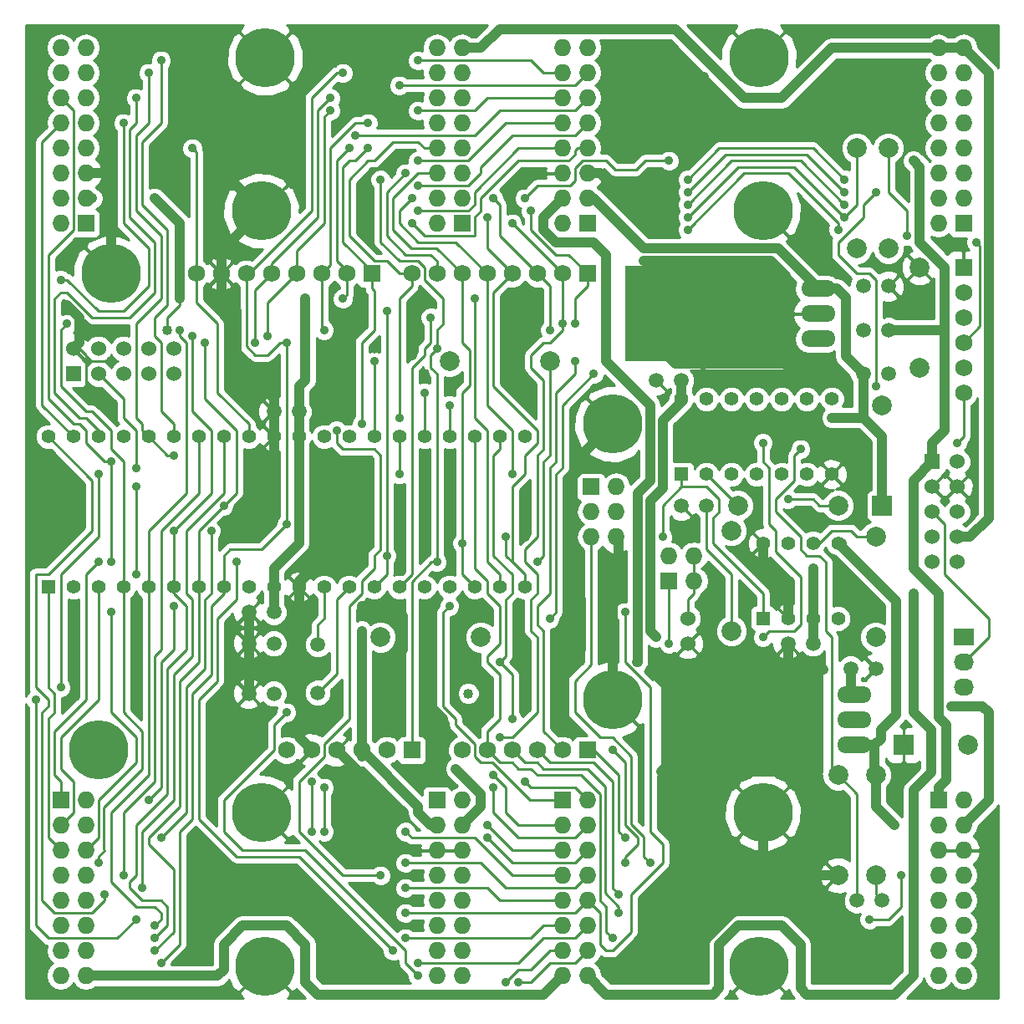
<source format=gtl>
%FSLAX34Y34*%
G04 Gerber Fmt 3.4, Leading zero omitted, Abs format*
G04 (created by PCBNEW (2014-jan-25)-product) date Sun 13 Jul 2014 03:50:37 PM PDT*
%MOIN*%
G01*
G70*
G90*
G04 APERTURE LIST*
%ADD10C,0.005906*%
%ADD11R,0.080000X0.068000*%
%ADD12O,0.080000X0.068000*%
%ADD13R,0.068000X0.068000*%
%ADD14O,0.068000X0.068000*%
%ADD15R,0.055000X0.055000*%
%ADD16C,0.055000*%
%ADD17C,0.059100*%
%ADD18C,0.078700*%
%ADD19R,0.078700X0.078700*%
%ADD20C,0.068000*%
%ADD21C,0.060000*%
%ADD22O,0.137800X0.066900*%
%ADD23R,0.620000X0.380000*%
%ADD24C,0.236220*%
%ADD25R,0.060000X0.060000*%
%ADD26C,0.040000*%
%ADD27C,0.035000*%
%ADD28C,0.040000*%
%ADD29C,0.010000*%
G04 APERTURE END LIST*
G54D10*
G54D11*
X48000Y-35000D03*
G54D12*
X48000Y-36000D03*
X48000Y-37000D03*
G54D13*
X33150Y-29000D03*
G54D14*
X34150Y-29000D03*
X33150Y-30000D03*
X34150Y-30000D03*
X33150Y-31000D03*
X34150Y-31000D03*
G54D15*
X40000Y-34250D03*
G54D16*
X41000Y-34250D03*
X42000Y-34250D03*
X43000Y-34250D03*
X43000Y-31250D03*
X42000Y-31250D03*
X41000Y-31250D03*
X40000Y-31250D03*
G54D15*
X36750Y-28500D03*
G54D16*
X37750Y-28500D03*
X38750Y-28500D03*
X39750Y-28500D03*
X40750Y-28500D03*
X41750Y-28500D03*
X42750Y-28500D03*
X42750Y-25500D03*
X41750Y-25500D03*
X40750Y-25500D03*
X39750Y-25500D03*
X38750Y-25500D03*
X37750Y-25500D03*
X36750Y-25500D03*
G54D15*
X11500Y-33000D03*
G54D16*
X12500Y-33000D03*
X13500Y-33000D03*
X14500Y-33000D03*
X15500Y-33000D03*
X16500Y-33000D03*
X17500Y-33000D03*
X18500Y-33000D03*
X19500Y-33000D03*
X20500Y-33000D03*
X21500Y-33000D03*
X22500Y-33000D03*
X23500Y-33000D03*
X24500Y-33000D03*
X25500Y-33000D03*
X26500Y-33000D03*
X27500Y-33000D03*
X28500Y-33000D03*
X29500Y-33000D03*
X30500Y-33000D03*
X30500Y-27000D03*
X29500Y-27000D03*
X28500Y-27000D03*
X27500Y-27000D03*
X26500Y-27000D03*
X25500Y-27000D03*
X24500Y-27000D03*
X23500Y-27000D03*
X22500Y-27000D03*
X21500Y-27000D03*
X20500Y-27000D03*
X19500Y-27000D03*
X18500Y-27000D03*
X17500Y-27000D03*
X16500Y-27000D03*
X15500Y-27000D03*
X14500Y-27000D03*
X13500Y-27000D03*
X12500Y-27000D03*
X11500Y-27000D03*
G54D17*
X22250Y-35289D03*
X22250Y-37211D03*
G54D13*
X33000Y-18500D03*
G54D14*
X32000Y-18500D03*
X33000Y-17500D03*
X32000Y-17500D03*
X33000Y-16500D03*
X32000Y-16500D03*
X33000Y-15500D03*
X32000Y-15500D03*
X33000Y-14500D03*
X32000Y-14500D03*
X33000Y-13500D03*
X32000Y-13500D03*
X33000Y-12500D03*
X32000Y-12500D03*
X33000Y-11500D03*
X32000Y-11500D03*
G54D13*
X48000Y-18500D03*
G54D14*
X47000Y-18500D03*
X48000Y-17500D03*
X47000Y-17500D03*
X48000Y-16500D03*
X47000Y-16500D03*
X48000Y-15500D03*
X47000Y-15500D03*
X48000Y-14500D03*
X47000Y-14500D03*
X48000Y-13500D03*
X47000Y-13500D03*
X48000Y-12500D03*
X47000Y-12500D03*
X48000Y-11500D03*
X47000Y-11500D03*
G54D13*
X13000Y-18500D03*
G54D14*
X12000Y-18500D03*
X13000Y-17500D03*
X12000Y-17500D03*
X13000Y-16500D03*
X12000Y-16500D03*
X13000Y-15500D03*
X12000Y-15500D03*
X13000Y-14500D03*
X12000Y-14500D03*
X13000Y-13500D03*
X12000Y-13500D03*
X13000Y-12500D03*
X12000Y-12500D03*
X13000Y-11500D03*
X12000Y-11500D03*
G54D13*
X28000Y-18500D03*
G54D14*
X27000Y-18500D03*
X28000Y-17500D03*
X27000Y-17500D03*
X28000Y-16500D03*
X27000Y-16500D03*
X28000Y-15500D03*
X27000Y-15500D03*
X28000Y-14500D03*
X27000Y-14500D03*
X28000Y-13500D03*
X27000Y-13500D03*
X28000Y-12500D03*
X27000Y-12500D03*
X28000Y-11500D03*
X27000Y-11500D03*
G54D13*
X47000Y-41500D03*
G54D14*
X48000Y-41500D03*
X47000Y-42500D03*
X48000Y-42500D03*
X47000Y-43500D03*
X48000Y-43500D03*
X47000Y-44500D03*
X48000Y-44500D03*
X47000Y-45500D03*
X48000Y-45500D03*
X47000Y-46500D03*
X48000Y-46500D03*
X47000Y-47500D03*
X48000Y-47500D03*
X47000Y-48500D03*
X48000Y-48500D03*
G54D13*
X32000Y-41500D03*
G54D14*
X33000Y-41500D03*
X32000Y-42500D03*
X33000Y-42500D03*
X32000Y-43500D03*
X33000Y-43500D03*
X32000Y-44500D03*
X33000Y-44500D03*
X32000Y-45500D03*
X33000Y-45500D03*
X32000Y-46500D03*
X33000Y-46500D03*
X32000Y-47500D03*
X33000Y-47500D03*
X32000Y-48500D03*
X33000Y-48500D03*
G54D13*
X27000Y-41500D03*
G54D14*
X28000Y-41500D03*
X27000Y-42500D03*
X28000Y-42500D03*
X27000Y-43500D03*
X28000Y-43500D03*
X27000Y-44500D03*
X28000Y-44500D03*
X27000Y-45500D03*
X28000Y-45500D03*
X27000Y-46500D03*
X28000Y-46500D03*
X27000Y-47500D03*
X28000Y-47500D03*
X27000Y-48500D03*
X28000Y-48500D03*
G54D13*
X12000Y-41500D03*
G54D14*
X13000Y-41500D03*
X12000Y-42500D03*
X13000Y-42500D03*
X12000Y-43500D03*
X13000Y-43500D03*
X12000Y-44500D03*
X13000Y-44500D03*
X12000Y-45500D03*
X13000Y-45500D03*
X12000Y-46500D03*
X13000Y-46500D03*
X12000Y-47500D03*
X13000Y-47500D03*
X12000Y-48500D03*
X13000Y-48500D03*
G54D18*
X44750Y-25750D03*
G54D19*
X44750Y-29750D03*
G54D18*
X44500Y-35000D03*
X44500Y-31000D03*
X43750Y-19500D03*
X43750Y-15500D03*
X45000Y-19500D03*
X45000Y-15500D03*
X43000Y-44500D03*
X43000Y-40500D03*
X39000Y-29750D03*
X43000Y-29750D03*
X38750Y-34750D03*
X38750Y-30750D03*
X44500Y-44500D03*
X44500Y-40500D03*
G54D13*
X48000Y-20250D03*
G54D20*
X48000Y-21250D03*
X48000Y-22250D03*
X48000Y-23250D03*
X48000Y-24250D03*
X48000Y-25250D03*
G54D13*
X33000Y-39500D03*
G54D20*
X32000Y-39500D03*
X31000Y-39500D03*
X30000Y-39500D03*
X29000Y-39500D03*
X28000Y-39500D03*
G54D13*
X33000Y-20500D03*
G54D20*
X32000Y-20500D03*
X31000Y-20500D03*
X30000Y-20500D03*
X29000Y-20500D03*
X28000Y-20500D03*
X27000Y-20500D03*
X26000Y-20500D03*
G54D13*
X24400Y-20500D03*
G54D20*
X23400Y-20500D03*
X22400Y-20500D03*
X21400Y-20500D03*
X20400Y-20500D03*
X19400Y-20500D03*
X18400Y-20500D03*
X17400Y-20500D03*
G54D17*
X45000Y-22750D03*
X44000Y-22750D03*
X20500Y-35250D03*
X19500Y-35250D03*
X44000Y-21000D03*
X45000Y-21000D03*
X20500Y-37250D03*
X19500Y-37250D03*
X43500Y-36250D03*
X44500Y-36250D03*
X43750Y-45500D03*
X44750Y-45500D03*
X37750Y-29750D03*
X36750Y-29750D03*
X44000Y-24500D03*
X45000Y-24500D03*
X36750Y-24750D03*
X35750Y-24750D03*
X42000Y-35250D03*
X41000Y-35250D03*
X21500Y-26000D03*
X20500Y-26000D03*
X20500Y-34000D03*
X19500Y-34000D03*
G54D18*
X46250Y-20250D03*
X46250Y-24250D03*
G54D19*
X45620Y-39300D03*
G54D18*
X48180Y-39300D03*
G54D21*
X37000Y-34250D03*
X37000Y-35250D03*
G54D18*
X24750Y-35000D03*
X28750Y-35000D03*
X31500Y-24000D03*
X27500Y-24000D03*
G54D13*
X26000Y-39500D03*
G54D20*
X25000Y-39500D03*
X24000Y-39500D03*
X23000Y-39500D03*
X22000Y-39500D03*
X21000Y-39500D03*
G54D13*
X36250Y-32750D03*
G54D14*
X36250Y-31750D03*
X37250Y-32750D03*
X37250Y-31750D03*
G54D22*
X42200Y-22100D03*
X42200Y-23100D03*
X42200Y-21100D03*
G54D23*
X37600Y-22100D03*
G54D22*
X43650Y-38300D03*
X43650Y-39300D03*
X43650Y-37300D03*
G54D23*
X39050Y-38300D03*
G54D24*
X34000Y-26500D03*
X14000Y-20500D03*
X34000Y-37500D03*
X13500Y-39500D03*
X20000Y-42000D03*
X39842Y-11889D03*
X20157Y-11889D03*
X39842Y-48110D03*
X20157Y-48110D03*
X40000Y-42000D03*
X20000Y-18000D03*
X40000Y-18000D03*
G54D25*
X12500Y-24500D03*
G54D21*
X12500Y-23500D03*
X13500Y-24500D03*
X13500Y-23500D03*
X14500Y-24500D03*
X14500Y-23500D03*
X15500Y-24500D03*
X15500Y-23500D03*
X16500Y-24500D03*
X16500Y-23500D03*
G54D25*
X46750Y-28000D03*
G54D21*
X47750Y-28000D03*
X46750Y-29000D03*
X47750Y-29000D03*
X46750Y-30000D03*
X47750Y-30000D03*
X46750Y-31000D03*
X47750Y-31000D03*
X46750Y-32000D03*
X47750Y-32000D03*
G54D26*
X46000Y-16000D03*
X18250Y-18250D03*
X18250Y-17000D03*
X22500Y-27750D03*
X26750Y-38500D03*
X28500Y-38000D03*
X29000Y-37500D03*
X24000Y-33750D03*
X25500Y-34000D03*
X26750Y-34250D03*
X27750Y-36500D03*
X30250Y-34250D03*
X28500Y-34000D03*
X27750Y-36000D03*
X26750Y-36500D03*
X26750Y-36000D03*
X27250Y-38250D03*
X21500Y-36500D03*
X21500Y-36000D03*
X25000Y-36500D03*
X25000Y-36000D03*
X21750Y-38000D03*
X30500Y-37500D03*
X31750Y-38250D03*
X31750Y-37500D03*
X36300Y-18900D03*
X37650Y-12650D03*
X34750Y-15550D03*
X24250Y-29250D03*
X26500Y-27750D03*
X25500Y-29250D03*
X26500Y-29250D03*
X23500Y-31500D03*
X30500Y-31000D03*
X30500Y-29250D03*
X30500Y-36000D03*
X32250Y-36000D03*
X23500Y-23500D03*
X24500Y-23500D03*
X24000Y-22000D03*
X26500Y-24500D03*
X30500Y-25000D03*
X27500Y-25000D03*
X26000Y-23750D03*
X24250Y-17750D03*
X24250Y-19000D03*
X13750Y-25750D03*
X27500Y-27750D03*
X32750Y-33500D03*
X33750Y-33500D03*
X36750Y-27750D03*
X37500Y-47250D03*
X25250Y-43500D03*
X17500Y-47250D03*
X17500Y-43000D03*
X18000Y-42000D03*
X23000Y-48000D03*
X12500Y-34750D03*
X15000Y-35250D03*
X12250Y-21750D03*
X14000Y-24000D03*
X20500Y-27750D03*
X35750Y-35000D03*
X42750Y-26250D03*
X42000Y-32250D03*
X45250Y-42500D03*
X36000Y-29000D03*
X16750Y-21500D03*
X21750Y-21500D03*
X15750Y-17500D03*
X16250Y-22750D03*
X24000Y-34750D03*
X28250Y-37250D03*
X34997Y-36002D03*
X47500Y-37750D03*
X27750Y-40250D03*
G54D27*
X41500Y-27500D03*
X47750Y-27250D03*
X35500Y-44000D03*
X24750Y-16750D03*
X26250Y-18000D03*
X27000Y-23500D03*
X27000Y-32000D03*
X41000Y-29500D03*
X19750Y-23250D03*
X15750Y-47500D03*
X22750Y-13500D03*
X29750Y-48750D03*
X17750Y-23250D03*
X18500Y-29750D03*
X21000Y-23250D03*
X16000Y-48000D03*
X23250Y-12500D03*
X30250Y-48750D03*
X21000Y-30500D03*
X20250Y-23000D03*
X15750Y-47000D03*
X26250Y-48000D03*
X22750Y-14000D03*
X16500Y-30750D03*
X17250Y-23000D03*
X24250Y-15500D03*
X25750Y-45000D03*
X15250Y-45000D03*
X24000Y-26500D03*
X34500Y-34000D03*
X25750Y-46000D03*
X28500Y-21500D03*
X23250Y-21500D03*
X23500Y-15500D03*
X15750Y-46500D03*
X25750Y-47000D03*
X16750Y-22750D03*
X24250Y-14500D03*
X22500Y-22750D03*
X23000Y-26750D03*
X45500Y-44500D03*
X44250Y-46250D03*
X24750Y-44500D03*
X26000Y-18500D03*
X17250Y-15500D03*
X27500Y-33750D03*
X43000Y-18750D03*
X37000Y-18750D03*
X30750Y-18000D03*
X45750Y-19000D03*
X32500Y-22500D03*
X13500Y-32000D03*
X25000Y-31750D03*
X25000Y-22000D03*
X43250Y-18250D03*
X37000Y-18250D03*
X29500Y-39000D03*
X30500Y-40750D03*
X30000Y-18500D03*
X15500Y-41500D03*
X16500Y-33750D03*
X26750Y-22250D03*
X32000Y-22500D03*
X43250Y-17750D03*
X37000Y-17750D03*
X22000Y-40750D03*
X22000Y-42750D03*
X29250Y-17500D03*
X29250Y-40500D03*
X15000Y-32500D03*
X31500Y-22750D03*
X15000Y-29000D03*
X29750Y-31000D03*
X43250Y-17250D03*
X37000Y-17250D03*
X29000Y-18250D03*
X22500Y-41000D03*
X29250Y-41000D03*
X22500Y-42750D03*
X16000Y-43000D03*
X18000Y-30750D03*
X43250Y-16750D03*
X37000Y-16750D03*
X26000Y-17500D03*
X30000Y-28500D03*
X29000Y-42500D03*
X40000Y-27250D03*
X40000Y-35000D03*
X33250Y-24500D03*
X31500Y-34250D03*
X28000Y-31250D03*
X44500Y-25000D03*
X44500Y-17250D03*
X29000Y-43000D03*
X14000Y-34000D03*
X25750Y-42750D03*
X25750Y-16500D03*
X30500Y-17500D03*
X36250Y-16000D03*
X13500Y-44000D03*
X12250Y-22500D03*
X14500Y-44500D03*
X25750Y-44000D03*
X25500Y-26250D03*
X26250Y-17000D03*
X13750Y-45250D03*
X14500Y-14500D03*
X34500Y-43000D03*
X12000Y-20750D03*
X32500Y-24000D03*
X34500Y-44000D03*
X26250Y-16000D03*
X34000Y-39500D03*
X15000Y-46250D03*
X13500Y-28500D03*
X11000Y-37500D03*
X12000Y-37000D03*
X15000Y-13500D03*
X34250Y-45250D03*
X23750Y-15000D03*
X26250Y-14000D03*
X34250Y-46000D03*
X14000Y-32000D03*
X19000Y-32000D03*
X25250Y-47500D03*
X14000Y-28000D03*
X34000Y-47000D03*
X25500Y-13000D03*
X15500Y-12500D03*
X16500Y-27750D03*
X29500Y-36000D03*
X21000Y-38000D03*
X16000Y-12000D03*
X26250Y-12000D03*
X30000Y-38250D03*
X26250Y-48500D03*
G54D26*
X46000Y-33250D03*
G54D27*
X48500Y-19250D03*
X36000Y-31000D03*
X27500Y-25750D03*
X15000Y-28250D03*
X25500Y-28500D03*
X26500Y-25250D03*
X24500Y-24000D03*
X36250Y-35250D03*
X31000Y-32000D03*
G54D28*
X47000Y-38200D02*
X47000Y-33250D01*
X47000Y-33250D02*
X46000Y-32250D01*
X46000Y-32250D02*
X46000Y-28750D01*
X46000Y-28750D02*
X46750Y-28000D01*
X47250Y-26750D02*
X47250Y-23000D01*
X46750Y-27250D02*
X47250Y-26750D01*
X46750Y-28000D02*
X46750Y-27250D01*
X46250Y-19250D02*
X46250Y-16250D01*
X47250Y-20250D02*
X46250Y-19250D01*
X47250Y-22750D02*
X47250Y-20250D01*
X46250Y-16250D02*
X46000Y-16000D01*
X47250Y-23000D02*
X47250Y-22750D01*
X45000Y-22750D02*
X47250Y-22750D01*
X47000Y-41000D02*
X47300Y-40700D01*
X47300Y-40700D02*
X47300Y-38500D01*
X47300Y-38500D02*
X47000Y-38200D01*
X47000Y-41500D02*
X47000Y-41000D01*
X13000Y-16500D02*
X13750Y-16500D01*
X14000Y-16750D02*
X14000Y-20500D01*
X13750Y-16500D02*
X14000Y-16750D01*
X18400Y-20500D02*
X18400Y-19900D01*
X18250Y-19750D02*
X18250Y-18250D01*
X18250Y-18250D02*
X18250Y-17000D01*
X18400Y-19900D02*
X18250Y-19750D01*
X20000Y-18000D02*
X19000Y-17000D01*
X19000Y-17000D02*
X18250Y-17000D01*
X20500Y-26000D02*
X20500Y-25500D01*
X18400Y-21400D02*
X18400Y-20500D01*
X19000Y-22000D02*
X18400Y-21400D01*
X19000Y-24000D02*
X19000Y-22000D01*
X20500Y-25500D02*
X19000Y-24000D01*
X21500Y-33000D02*
X21500Y-32750D01*
X21500Y-32750D02*
X22500Y-31750D01*
X22500Y-31750D02*
X22500Y-27750D01*
X25000Y-36000D02*
X25149Y-36000D01*
X25649Y-34149D02*
X25500Y-34000D01*
X25649Y-35500D02*
X25649Y-34149D01*
X25149Y-36000D02*
X25649Y-35500D01*
X29000Y-37500D02*
X28500Y-38000D01*
X27750Y-36500D02*
X28500Y-36500D01*
X29000Y-37000D02*
X29000Y-37500D01*
X28500Y-36500D02*
X29000Y-37000D01*
X25500Y-34000D02*
X25250Y-33750D01*
X25250Y-33750D02*
X24000Y-33750D01*
X26750Y-34250D02*
X26750Y-36000D01*
X27750Y-36500D02*
X27750Y-36000D01*
X28500Y-34000D02*
X27750Y-34750D01*
X30250Y-35750D02*
X30250Y-34250D01*
X30500Y-36000D02*
X30250Y-35750D01*
X27750Y-34750D02*
X27750Y-36000D01*
X27250Y-38250D02*
X26750Y-37750D01*
X26750Y-37750D02*
X26750Y-36500D01*
X26750Y-36500D02*
X26750Y-36000D01*
X25000Y-36500D02*
X25000Y-36000D01*
X21750Y-38000D02*
X21500Y-37750D01*
X21500Y-36000D02*
X21500Y-36250D01*
X21500Y-37750D02*
X21500Y-36500D01*
X21500Y-36500D02*
X21500Y-36250D01*
X21500Y-39000D02*
X21500Y-38250D01*
X21500Y-38250D02*
X21750Y-38000D01*
X22000Y-39500D02*
X21500Y-39000D01*
X19500Y-35250D02*
X19500Y-37250D01*
X21500Y-33000D02*
X21500Y-36000D01*
X19500Y-35250D02*
X19500Y-34000D01*
X30500Y-36000D02*
X30500Y-37500D01*
X31750Y-37500D02*
X31750Y-38250D01*
X32250Y-36000D02*
X31750Y-36500D01*
X31750Y-36500D02*
X31750Y-37500D01*
X34150Y-31000D02*
X34250Y-31100D01*
X34250Y-31100D02*
X34250Y-33000D01*
X34250Y-33000D02*
X33750Y-33500D01*
X41000Y-34250D02*
X41000Y-32900D01*
X41000Y-32900D02*
X40000Y-31900D01*
X40000Y-31900D02*
X40000Y-31250D01*
X41000Y-35250D02*
X41000Y-36300D01*
X33000Y-16500D02*
X33500Y-16500D01*
X35900Y-18900D02*
X36300Y-18900D01*
X33500Y-16500D02*
X35900Y-18900D01*
X34750Y-15550D02*
X37650Y-12650D01*
X24250Y-29250D02*
X23500Y-30000D01*
X26500Y-27750D02*
X26500Y-29250D01*
X23500Y-30000D02*
X23500Y-31500D01*
X30500Y-29250D02*
X30500Y-31000D01*
X32750Y-33500D02*
X32750Y-35500D01*
X32750Y-35500D02*
X32250Y-36000D01*
X23500Y-23500D02*
X23500Y-22500D01*
X23500Y-22500D02*
X24000Y-22000D01*
X26000Y-23750D02*
X26002Y-23752D01*
X24250Y-19000D02*
X24250Y-17750D01*
G54D29*
X12500Y-23500D02*
X12750Y-23500D01*
X12750Y-23500D02*
X13000Y-23750D01*
X13000Y-25000D02*
X13750Y-25750D01*
X13000Y-23750D02*
X13000Y-25000D01*
G54D28*
X42200Y-40350D02*
X42200Y-36300D01*
X35950Y-40350D02*
X42200Y-40350D01*
X37050Y-39250D02*
X35950Y-40350D01*
X42200Y-36300D02*
X42399Y-36300D01*
X37050Y-38300D02*
X37050Y-37850D01*
X37050Y-37850D02*
X35500Y-36300D01*
X35500Y-36300D02*
X41000Y-36300D01*
X41000Y-36300D02*
X42399Y-36300D01*
X42399Y-36300D02*
X42399Y-36300D01*
X35600Y-22100D02*
X35600Y-23200D01*
X35600Y-23200D02*
X36500Y-24100D01*
X36500Y-24100D02*
X40800Y-24100D01*
X40800Y-24100D02*
X40900Y-24000D01*
X40900Y-24000D02*
X40900Y-20600D01*
X40900Y-20600D02*
X40300Y-20000D01*
X40300Y-20000D02*
X35250Y-20000D01*
X37050Y-38300D02*
X37050Y-39250D01*
X34000Y-37500D02*
X34000Y-33750D01*
X34000Y-33750D02*
X33750Y-33500D01*
X32200Y-32950D02*
X32200Y-28800D01*
X32750Y-33500D02*
X32200Y-32950D01*
X34000Y-26500D02*
X32750Y-27750D01*
X32750Y-28250D02*
X32750Y-27750D01*
X32200Y-28800D02*
X32750Y-28250D01*
X43000Y-44500D02*
X40000Y-44500D01*
X20500Y-27000D02*
X20500Y-26000D01*
X37500Y-47250D02*
X40000Y-44750D01*
X40000Y-44750D02*
X40000Y-44500D01*
X40000Y-44500D02*
X40000Y-42000D01*
X17500Y-47250D02*
X17500Y-43000D01*
X18400Y-19600D02*
X20000Y-18000D01*
X18400Y-20500D02*
X18400Y-19600D01*
X12750Y-22250D02*
X12250Y-21750D01*
X12750Y-23250D02*
X12750Y-22250D01*
X12500Y-23500D02*
X12750Y-23250D01*
G54D29*
X13000Y-24000D02*
X14000Y-24000D01*
X12500Y-23500D02*
X13000Y-24000D01*
G54D28*
X20500Y-27000D02*
X20500Y-27750D01*
X24000Y-42250D02*
X24000Y-40500D01*
X25250Y-43500D02*
X24000Y-42250D01*
X24000Y-40500D02*
X23000Y-39500D01*
G54D29*
X22250Y-35289D02*
X22250Y-34500D01*
X22500Y-34250D02*
X22500Y-33000D01*
X22250Y-34500D02*
X22500Y-34250D01*
G54D28*
X42950Y-21100D02*
X42200Y-21100D01*
X43300Y-21450D02*
X42950Y-21100D01*
X43300Y-23800D02*
X43300Y-21450D01*
X44000Y-24500D02*
X43300Y-23800D01*
X35500Y-34750D02*
X35500Y-29555D01*
X35750Y-35000D02*
X35500Y-34750D01*
X44000Y-26250D02*
X42750Y-26250D01*
X36750Y-25500D02*
X36750Y-24750D01*
X43000Y-31250D02*
X43150Y-31250D01*
X44650Y-29750D02*
X44750Y-29750D01*
X42200Y-21100D02*
X40600Y-19500D01*
X33250Y-17500D02*
X35250Y-19500D01*
X40600Y-19500D02*
X35250Y-19500D01*
X36000Y-29000D02*
X36000Y-29055D01*
X36000Y-29055D02*
X35500Y-29555D01*
X20500Y-34000D02*
X20500Y-33000D01*
X27000Y-42500D02*
X26750Y-42500D01*
X26250Y-42000D02*
X26750Y-42500D01*
X42000Y-34250D02*
X42000Y-32250D01*
X42000Y-34250D02*
X42000Y-35250D01*
X44000Y-24500D02*
X44000Y-26250D01*
X44750Y-27000D02*
X44750Y-29750D01*
X44000Y-26250D02*
X44750Y-27000D01*
X43000Y-31250D02*
X43050Y-31250D01*
X33000Y-17500D02*
X33250Y-17500D01*
X13000Y-17500D02*
X13250Y-17500D01*
X20500Y-32250D02*
X20500Y-33000D01*
X21500Y-26250D02*
X21500Y-31250D01*
X21500Y-31250D02*
X20500Y-32250D01*
X36000Y-26350D02*
X36800Y-25550D01*
X36000Y-28000D02*
X36000Y-26350D01*
X36000Y-29000D02*
X36000Y-28000D01*
X21500Y-26250D02*
X21500Y-27000D01*
X43650Y-39300D02*
X44450Y-39300D01*
X36800Y-24800D02*
X36750Y-24750D01*
X44500Y-41750D02*
X44500Y-40500D01*
X45250Y-42500D02*
X44500Y-41750D01*
X44450Y-40450D02*
X44450Y-39300D01*
X44500Y-40500D02*
X44450Y-40450D01*
X44700Y-39050D02*
X44700Y-38700D01*
X44700Y-38700D02*
X45300Y-38100D01*
X45300Y-38100D02*
X45300Y-33550D01*
X45300Y-33550D02*
X43000Y-31250D01*
X44450Y-39300D02*
X44700Y-39050D01*
X21750Y-21500D02*
X21750Y-24750D01*
X21750Y-24750D02*
X21500Y-25000D01*
X21500Y-25000D02*
X21500Y-26000D01*
X16750Y-18500D02*
X15750Y-17500D01*
X16750Y-18500D02*
X16750Y-21500D01*
G54D29*
X16750Y-21750D02*
X16250Y-22250D01*
X16250Y-22250D02*
X16250Y-22750D01*
X16750Y-21500D02*
X16750Y-21750D01*
G54D28*
X26250Y-41750D02*
X26250Y-42000D01*
X26250Y-41750D02*
X24000Y-39500D01*
X24000Y-39500D02*
X24000Y-39750D01*
X24000Y-39500D02*
X24000Y-34750D01*
G54D29*
X22250Y-37211D02*
X23000Y-36461D01*
X23000Y-33500D02*
X23500Y-33000D01*
X23000Y-36461D02*
X23000Y-33500D01*
G54D28*
X35000Y-29250D02*
X35000Y-36000D01*
X35000Y-36000D02*
X34997Y-36002D01*
X35000Y-29250D02*
X35499Y-28750D01*
X33250Y-19250D02*
X33750Y-19750D01*
X33750Y-24000D02*
X35499Y-25749D01*
X33750Y-19750D02*
X33750Y-24000D01*
X35499Y-25749D02*
X35499Y-28750D01*
X31750Y-19250D02*
X33250Y-19250D01*
X31250Y-18750D02*
X31750Y-19250D01*
X31250Y-18250D02*
X31250Y-18750D01*
X32000Y-17500D02*
X31250Y-18250D01*
X43650Y-37300D02*
X43500Y-37150D01*
X43500Y-37150D02*
X43500Y-36250D01*
X49000Y-41500D02*
X48000Y-42500D01*
X28750Y-41750D02*
X28000Y-42500D01*
X28750Y-41250D02*
X28750Y-41750D01*
X27750Y-40250D02*
X28750Y-41250D01*
X49000Y-38000D02*
X48750Y-37750D01*
X48750Y-37750D02*
X47500Y-37750D01*
X49000Y-41500D02*
X49000Y-38000D01*
G54D29*
X41250Y-28750D02*
X40500Y-29500D01*
X40500Y-30000D02*
X41500Y-31000D01*
X40500Y-29500D02*
X40500Y-30000D01*
X41250Y-28750D02*
X41250Y-27750D01*
X41250Y-27750D02*
X41500Y-27500D01*
X42500Y-32000D02*
X42250Y-31750D01*
X42750Y-35000D02*
X42500Y-34750D01*
X42500Y-34750D02*
X42500Y-32000D01*
X42750Y-40250D02*
X42750Y-35000D01*
X42250Y-31750D02*
X41750Y-31750D01*
X41750Y-31750D02*
X41500Y-31500D01*
X41500Y-31500D02*
X41500Y-31000D01*
X47750Y-27250D02*
X48000Y-27000D01*
X48000Y-27000D02*
X48000Y-25250D01*
X43000Y-40500D02*
X42750Y-40250D01*
X43750Y-41250D02*
X43000Y-40500D01*
X43750Y-45500D02*
X43750Y-41250D01*
X27000Y-32000D02*
X26782Y-32000D01*
X26000Y-32782D02*
X26000Y-39500D01*
X26782Y-32000D02*
X26000Y-32782D01*
X35250Y-43750D02*
X35500Y-44000D01*
X33500Y-39000D02*
X32500Y-38000D01*
X34000Y-39000D02*
X33500Y-39000D01*
X33150Y-36100D02*
X32500Y-36750D01*
X33150Y-31000D02*
X33150Y-36100D01*
X34000Y-39000D02*
X34750Y-39750D01*
X32500Y-38000D02*
X32500Y-36750D01*
X44750Y-45500D02*
X44500Y-45250D01*
X44500Y-45250D02*
X44500Y-44500D01*
X26250Y-20000D02*
X26500Y-20250D01*
X26500Y-20250D02*
X26500Y-20750D01*
X26500Y-20750D02*
X27250Y-21500D01*
X27250Y-21500D02*
X27250Y-22500D01*
X27250Y-22500D02*
X27000Y-22750D01*
X27000Y-23500D02*
X27000Y-22750D01*
X24750Y-19250D02*
X24750Y-16750D01*
X25500Y-20000D02*
X24750Y-19250D01*
X25500Y-20000D02*
X26250Y-20000D01*
X26250Y-18000D02*
X28250Y-18000D01*
X28250Y-18000D02*
X28500Y-17750D01*
X28500Y-17750D02*
X28500Y-17250D01*
X28500Y-17250D02*
X30250Y-15500D01*
X30250Y-15500D02*
X32000Y-15500D01*
X28500Y-17250D02*
X30250Y-15500D01*
X28500Y-17750D02*
X28500Y-17250D01*
X28250Y-18000D02*
X28500Y-17750D01*
X35250Y-42967D02*
X34750Y-42467D01*
X34750Y-42467D02*
X34750Y-39750D01*
X35250Y-43750D02*
X35250Y-42967D01*
X26750Y-23750D02*
X27000Y-23500D01*
X26750Y-24250D02*
X27000Y-24500D01*
X26750Y-23750D02*
X26750Y-24250D01*
X27000Y-32000D02*
X27000Y-24500D01*
X43000Y-29750D02*
X42250Y-29750D01*
X42250Y-29750D02*
X42000Y-29500D01*
X43000Y-29750D02*
X42750Y-29500D01*
X42000Y-29500D02*
X41000Y-29500D01*
X38750Y-34750D02*
X38750Y-32500D01*
X37750Y-31500D02*
X37750Y-29750D01*
X38750Y-32500D02*
X37750Y-31500D01*
X47250Y-30500D02*
X47250Y-32500D01*
X47250Y-32500D02*
X49000Y-34250D01*
X49000Y-34250D02*
X49000Y-35000D01*
X49000Y-35000D02*
X48000Y-36000D01*
X46750Y-30000D02*
X47250Y-30500D01*
X20400Y-20500D02*
X19750Y-21150D01*
X19750Y-21150D02*
X19750Y-23250D01*
X15750Y-47500D02*
X16500Y-46750D01*
X16500Y-46750D02*
X16500Y-44250D01*
X16500Y-44250D02*
X15500Y-43250D01*
X16000Y-47250D02*
X15750Y-47500D01*
X15750Y-47500D02*
X16000Y-47250D01*
X20400Y-20100D02*
X20400Y-20500D01*
X22750Y-13500D02*
X22250Y-14000D01*
X22250Y-14000D02*
X22250Y-18250D01*
X22250Y-18250D02*
X20400Y-20100D01*
X17500Y-30750D02*
X18500Y-29750D01*
X17500Y-33000D02*
X17500Y-30750D01*
X31500Y-47500D02*
X30750Y-48250D01*
X32000Y-47500D02*
X31500Y-47500D01*
X30250Y-48250D02*
X29750Y-48750D01*
X30750Y-48250D02*
X30250Y-48250D01*
X17500Y-36000D02*
X17500Y-33250D01*
X16750Y-36750D02*
X17500Y-36000D01*
X16750Y-41750D02*
X16750Y-36750D01*
X17500Y-33250D02*
X17500Y-33000D01*
X17500Y-33250D02*
X17500Y-33250D01*
X15500Y-43000D02*
X15500Y-43250D01*
X16750Y-41750D02*
X15500Y-43000D01*
X17750Y-25500D02*
X17750Y-23250D01*
X18500Y-29750D02*
X19000Y-29250D01*
X19000Y-29250D02*
X19000Y-29000D01*
X17750Y-25500D02*
X19000Y-26750D01*
X19000Y-29000D02*
X19000Y-26750D01*
X20250Y-23750D02*
X19750Y-23750D01*
X19400Y-23400D02*
X19400Y-20500D01*
X19750Y-23750D02*
X19400Y-23400D01*
X21000Y-25750D02*
X21000Y-30000D01*
X21000Y-30000D02*
X21000Y-30500D01*
X21000Y-23250D02*
X20750Y-23250D01*
X20750Y-23250D02*
X20250Y-23750D01*
X21000Y-30500D02*
X21000Y-23250D01*
X16000Y-48000D02*
X16750Y-47250D01*
X16750Y-42750D02*
X17250Y-42250D01*
X16750Y-47250D02*
X16750Y-42750D01*
X17250Y-42250D02*
X17250Y-37250D01*
X17250Y-37250D02*
X18000Y-36500D01*
X23000Y-12500D02*
X23250Y-12500D01*
X22000Y-13500D02*
X23000Y-12500D01*
X22000Y-18000D02*
X22000Y-13500D01*
X19500Y-20500D02*
X22000Y-18000D01*
X19400Y-20500D02*
X19500Y-20500D01*
X32500Y-48000D02*
X33000Y-47500D01*
X32500Y-48000D02*
X31500Y-48000D01*
X31500Y-48000D02*
X30750Y-48750D01*
X30750Y-48750D02*
X30250Y-48750D01*
X18500Y-33000D02*
X18500Y-31750D01*
X18750Y-31500D02*
X18500Y-31750D01*
X20000Y-31500D02*
X18750Y-31500D01*
X18000Y-33750D02*
X18000Y-36500D01*
X18500Y-33250D02*
X18000Y-33750D01*
X18500Y-33000D02*
X18500Y-33250D01*
X19250Y-20650D02*
X19400Y-20500D01*
X20750Y-30750D02*
X20000Y-31500D01*
X20750Y-30750D02*
X21000Y-30500D01*
X21400Y-20500D02*
X20250Y-21650D01*
X20250Y-21650D02*
X20250Y-23000D01*
X15500Y-45500D02*
X16000Y-45500D01*
X16250Y-46500D02*
X15750Y-47000D01*
X16250Y-45750D02*
X16250Y-46500D01*
X16000Y-45500D02*
X16250Y-45750D01*
X15500Y-45500D02*
X15250Y-45500D01*
X15250Y-45500D02*
X14750Y-45000D01*
X31250Y-47000D02*
X30250Y-48000D01*
X30250Y-48000D02*
X26250Y-48000D01*
X33000Y-46500D02*
X32500Y-47000D01*
X32500Y-47000D02*
X31250Y-47000D01*
X22500Y-14250D02*
X22500Y-18500D01*
X22500Y-18500D02*
X21400Y-19600D01*
X21400Y-19600D02*
X21400Y-20500D01*
X22750Y-14000D02*
X22500Y-14250D01*
X16500Y-33000D02*
X16500Y-30750D01*
X15000Y-42500D02*
X15000Y-44500D01*
X15000Y-44500D02*
X14750Y-44750D01*
X17000Y-35500D02*
X17000Y-33750D01*
X16500Y-33250D02*
X16500Y-33000D01*
X17000Y-33750D02*
X16500Y-33250D01*
X16250Y-41250D02*
X16250Y-36250D01*
X16250Y-36250D02*
X17000Y-35500D01*
X14750Y-45000D02*
X14750Y-44750D01*
X16250Y-41250D02*
X15000Y-42500D01*
X17250Y-26000D02*
X18000Y-26750D01*
X18000Y-29250D02*
X18000Y-26750D01*
X16500Y-30750D02*
X18000Y-29250D01*
X17250Y-23000D02*
X17250Y-26000D01*
X24000Y-23500D02*
X24000Y-23250D01*
X24500Y-21200D02*
X24400Y-21100D01*
X24500Y-22750D02*
X24500Y-21200D01*
X24000Y-23250D02*
X24500Y-22750D01*
X24400Y-20500D02*
X24400Y-20400D01*
X24400Y-20400D02*
X23250Y-19250D01*
X23500Y-16000D02*
X23750Y-16000D01*
X23250Y-16250D02*
X23500Y-16000D01*
X23250Y-19250D02*
X23250Y-16250D01*
X23750Y-16000D02*
X24250Y-15500D01*
X15250Y-42750D02*
X16500Y-41500D01*
X16500Y-36500D02*
X17250Y-35750D01*
X16500Y-41500D02*
X16500Y-36500D01*
X29500Y-45500D02*
X32000Y-45500D01*
X29500Y-45500D02*
X29000Y-45000D01*
X29000Y-45000D02*
X25750Y-45000D01*
X15250Y-45000D02*
X15250Y-42750D01*
X17250Y-33500D02*
X17000Y-33250D01*
X17250Y-35750D02*
X17250Y-33500D01*
X18500Y-27000D02*
X18500Y-29250D01*
X17000Y-30750D02*
X17000Y-33250D01*
X18500Y-29250D02*
X17000Y-30750D01*
X24000Y-26500D02*
X24000Y-23500D01*
X24400Y-20500D02*
X24400Y-21100D01*
X23400Y-20500D02*
X23400Y-20400D01*
X23400Y-20400D02*
X23000Y-20000D01*
X23000Y-16000D02*
X23500Y-15500D01*
X23000Y-20000D02*
X23000Y-16000D01*
X29500Y-33000D02*
X29500Y-32500D01*
X29000Y-32000D02*
X29000Y-26750D01*
X29500Y-32500D02*
X29000Y-32000D01*
X36000Y-44000D02*
X34750Y-45250D01*
X34500Y-36000D02*
X34500Y-34000D01*
X34500Y-36000D02*
X35500Y-37000D01*
X35500Y-37000D02*
X35500Y-42750D01*
X35500Y-42750D02*
X36000Y-43250D01*
X36000Y-44000D02*
X36000Y-43250D01*
X34750Y-45250D02*
X34750Y-46750D01*
X34750Y-46750D02*
X34000Y-47500D01*
X33000Y-45500D02*
X32500Y-46000D01*
X32500Y-46000D02*
X33000Y-45500D01*
X25750Y-46000D02*
X32500Y-46000D01*
X34000Y-47500D02*
X33750Y-47500D01*
X33750Y-47500D02*
X33500Y-47250D01*
X33500Y-47250D02*
X33500Y-46000D01*
X33500Y-46000D02*
X33000Y-45500D01*
X33500Y-46000D02*
X33000Y-45500D01*
X33500Y-47250D02*
X33500Y-46000D01*
X33750Y-47500D02*
X33500Y-47250D01*
X28500Y-26250D02*
X29000Y-26750D01*
X28500Y-21500D02*
X28500Y-26250D01*
X23250Y-21500D02*
X23400Y-21350D01*
X23400Y-21350D02*
X23400Y-20500D01*
X23500Y-20400D02*
X23400Y-20500D01*
X23500Y-20400D02*
X23400Y-20500D01*
X16000Y-46000D02*
X15750Y-45750D01*
X15750Y-45750D02*
X15000Y-45750D01*
X15750Y-46500D02*
X16000Y-46250D01*
X16000Y-46250D02*
X16000Y-46000D01*
X14000Y-44750D02*
X15000Y-45750D01*
X15500Y-40500D02*
X15500Y-33000D01*
X14000Y-42000D02*
X14000Y-44750D01*
X15500Y-40500D02*
X14000Y-42000D01*
X30750Y-47000D02*
X31250Y-46500D01*
X25750Y-47000D02*
X30750Y-47000D01*
X31250Y-46500D02*
X32000Y-46500D01*
X15500Y-33000D02*
X15500Y-30750D01*
X15500Y-30750D02*
X17000Y-29250D01*
X22750Y-20150D02*
X22400Y-20500D01*
X22750Y-15500D02*
X22750Y-20150D01*
X24250Y-14500D02*
X23750Y-14500D01*
X23750Y-14500D02*
X22750Y-15500D01*
X22500Y-22750D02*
X22400Y-22650D01*
X22400Y-22650D02*
X22400Y-20500D01*
X16750Y-23000D02*
X17000Y-23250D01*
X17000Y-23250D02*
X17000Y-29250D01*
X16750Y-22750D02*
X16750Y-23000D01*
X33000Y-15500D02*
X32600Y-15500D01*
X32500Y-15750D02*
X32250Y-16000D01*
X32500Y-15600D02*
X32500Y-15750D01*
X32600Y-15500D02*
X32500Y-15600D01*
X24000Y-32750D02*
X24500Y-32250D01*
X23250Y-27500D02*
X23000Y-27250D01*
X24500Y-27500D02*
X23250Y-27500D01*
X24750Y-27750D02*
X24500Y-27500D01*
X24750Y-31500D02*
X24750Y-27750D01*
X24500Y-31750D02*
X24750Y-31500D01*
X24500Y-32250D02*
X24500Y-31750D01*
X22500Y-39750D02*
X21500Y-40750D01*
X21500Y-42750D02*
X21500Y-40750D01*
X23500Y-33750D02*
X24000Y-33250D01*
X24000Y-33250D02*
X24000Y-32750D01*
X23000Y-26750D02*
X23000Y-27250D01*
X22500Y-39250D02*
X23500Y-38250D01*
X23500Y-38250D02*
X23500Y-33750D01*
X22500Y-39750D02*
X22500Y-39250D01*
X45500Y-45750D02*
X45500Y-44500D01*
X45000Y-46250D02*
X45500Y-45750D01*
X44250Y-46250D02*
X45000Y-46250D01*
X24750Y-44500D02*
X23250Y-44500D01*
X23250Y-44500D02*
X21500Y-42750D01*
X17400Y-21650D02*
X17400Y-20500D01*
X19500Y-26500D02*
X18250Y-25250D01*
X18250Y-25250D02*
X18250Y-22500D01*
X19500Y-27000D02*
X19500Y-26500D01*
X18250Y-22500D02*
X17400Y-21650D01*
X28500Y-19000D02*
X28500Y-18250D01*
X26500Y-19000D02*
X28500Y-19000D01*
X26500Y-19000D02*
X26000Y-18500D01*
X28750Y-18000D02*
X28750Y-17500D01*
X28750Y-17500D02*
X30250Y-16000D01*
X30250Y-16000D02*
X32250Y-16000D01*
X28500Y-18250D02*
X28750Y-18000D01*
X17400Y-15650D02*
X17250Y-15500D01*
X17400Y-20500D02*
X17400Y-15650D01*
X27500Y-33750D02*
X27247Y-34002D01*
X27247Y-37752D02*
X27247Y-37747D01*
X27247Y-34002D02*
X27247Y-37752D01*
X27247Y-37747D02*
X27750Y-38250D01*
X28500Y-39250D02*
X27750Y-38500D01*
X30717Y-41500D02*
X29217Y-40000D01*
X29217Y-40000D02*
X28750Y-40000D01*
X28750Y-40000D02*
X28500Y-39750D01*
X28500Y-39750D02*
X28500Y-39250D01*
X32000Y-41500D02*
X30717Y-41500D01*
X27750Y-38500D02*
X27750Y-38250D01*
X43000Y-18500D02*
X43000Y-18750D01*
X41000Y-16500D02*
X43000Y-18500D01*
X39250Y-16500D02*
X41000Y-16500D01*
X37000Y-18750D02*
X39250Y-16500D01*
X30750Y-18750D02*
X31750Y-19750D01*
X31750Y-19750D02*
X32250Y-19750D01*
X32250Y-19750D02*
X33000Y-20500D01*
X25000Y-32500D02*
X24500Y-33000D01*
X25000Y-31750D02*
X25000Y-32500D01*
X30750Y-18750D02*
X30750Y-18000D01*
X31750Y-19750D02*
X30750Y-18750D01*
X45000Y-17250D02*
X45750Y-18000D01*
X45750Y-18000D02*
X45750Y-19000D01*
X45000Y-15500D02*
X45000Y-17250D01*
X32500Y-21500D02*
X32500Y-22500D01*
X33000Y-20500D02*
X33000Y-21000D01*
X33000Y-21000D02*
X32500Y-21500D01*
X12000Y-41500D02*
X12000Y-40750D01*
X11750Y-40500D02*
X12000Y-40750D01*
X11750Y-38750D02*
X11750Y-40500D01*
X13000Y-37500D02*
X11750Y-38750D01*
X13000Y-32500D02*
X13000Y-37500D01*
X13500Y-32000D02*
X13000Y-32500D01*
X25000Y-31750D02*
X25000Y-22000D01*
X30500Y-31500D02*
X31000Y-31000D01*
X31000Y-31000D02*
X31000Y-27750D01*
X30750Y-33500D02*
X30750Y-34750D01*
X31000Y-38000D02*
X30000Y-39000D01*
X31000Y-35000D02*
X31000Y-38000D01*
X30750Y-34750D02*
X31000Y-35000D01*
X26000Y-24250D02*
X26500Y-23750D01*
X26500Y-23750D02*
X26500Y-23500D01*
X31000Y-32500D02*
X30500Y-32000D01*
X31000Y-27750D02*
X31250Y-27500D01*
X30500Y-32000D02*
X30500Y-31500D01*
X31250Y-27500D02*
X31250Y-24750D01*
X31000Y-33250D02*
X31000Y-32500D01*
X30750Y-33500D02*
X31000Y-33250D01*
X32000Y-22500D02*
X32000Y-22750D01*
X30750Y-24250D02*
X31250Y-24750D01*
X30750Y-23750D02*
X30750Y-24250D01*
X31250Y-23250D02*
X30750Y-23750D01*
X31500Y-23250D02*
X31250Y-23250D01*
X32000Y-22750D02*
X31500Y-23250D01*
X43250Y-18250D02*
X43750Y-17750D01*
X41250Y-16250D02*
X43250Y-18250D01*
X39000Y-16250D02*
X41250Y-16250D01*
X37000Y-18250D02*
X39000Y-16250D01*
X33000Y-41500D02*
X32500Y-41000D01*
X29500Y-39000D02*
X30000Y-39000D01*
X30750Y-41000D02*
X30500Y-40750D01*
X32500Y-41000D02*
X30750Y-41000D01*
X32000Y-22500D02*
X32000Y-20500D01*
X30000Y-18500D02*
X32000Y-20500D01*
X43750Y-15500D02*
X43750Y-17750D01*
X15500Y-41500D02*
X16000Y-41000D01*
X16000Y-41000D02*
X16000Y-36000D01*
X16000Y-36000D02*
X16500Y-35500D01*
X16500Y-33750D02*
X16500Y-35500D01*
X25500Y-33000D02*
X26000Y-32500D01*
X26000Y-32500D02*
X26000Y-24250D01*
X26750Y-22250D02*
X26750Y-23250D01*
X26500Y-23500D02*
X26750Y-23250D01*
X41500Y-16000D02*
X43250Y-17750D01*
X38750Y-16000D02*
X41500Y-16000D01*
X37000Y-17750D02*
X38750Y-16000D01*
X22000Y-42750D02*
X22000Y-40750D01*
X12500Y-42000D02*
X12500Y-40750D01*
X12000Y-42500D02*
X12500Y-42000D01*
X13500Y-37500D02*
X13500Y-33000D01*
X12000Y-39000D02*
X13500Y-37500D01*
X12000Y-40250D02*
X12000Y-39000D01*
X12500Y-40750D02*
X12000Y-40250D01*
X29500Y-17750D02*
X29250Y-17500D01*
X29500Y-17750D02*
X29250Y-17500D01*
X29500Y-19000D02*
X29500Y-17750D01*
X31000Y-20500D02*
X29500Y-19000D01*
X30250Y-42500D02*
X29750Y-42000D01*
X32000Y-42500D02*
X30250Y-42500D01*
X29750Y-41000D02*
X29250Y-40500D01*
X29750Y-42000D02*
X29750Y-41000D01*
X31000Y-20500D02*
X31500Y-21000D01*
X31500Y-21000D02*
X31500Y-22750D01*
X15000Y-29000D02*
X15000Y-32500D01*
X30500Y-32500D02*
X29750Y-31750D01*
X29750Y-31750D02*
X29750Y-31000D01*
X30000Y-31000D02*
X30000Y-29000D01*
X30000Y-29000D02*
X30500Y-28500D01*
X30500Y-32500D02*
X30000Y-32000D01*
X30000Y-32000D02*
X30000Y-31000D01*
X41750Y-15750D02*
X43250Y-17250D01*
X38500Y-15750D02*
X41750Y-15750D01*
X37000Y-17250D02*
X38500Y-15750D01*
X30500Y-33000D02*
X30500Y-32500D01*
X29000Y-19500D02*
X29000Y-18250D01*
X30000Y-20500D02*
X29000Y-19500D01*
X30500Y-27750D02*
X31000Y-27250D01*
X30000Y-20500D02*
X29250Y-21250D01*
X29250Y-25000D02*
X31000Y-26750D01*
X29250Y-21250D02*
X29250Y-25000D01*
X31000Y-27250D02*
X31000Y-26750D01*
X30500Y-28500D02*
X30500Y-27750D01*
X30250Y-43000D02*
X32500Y-43000D01*
X29250Y-42000D02*
X30250Y-43000D01*
X33000Y-42500D02*
X32500Y-43000D01*
X22500Y-42750D02*
X22500Y-41000D01*
X29250Y-41000D02*
X29250Y-42000D01*
X18000Y-33250D02*
X18000Y-33250D01*
X17000Y-42000D02*
X17000Y-37000D01*
X17000Y-37000D02*
X17750Y-36250D01*
X16000Y-43000D02*
X17000Y-42000D01*
X17750Y-33500D02*
X17750Y-36250D01*
X18000Y-33250D02*
X17750Y-33500D01*
X18000Y-30750D02*
X18000Y-33250D01*
X42000Y-15500D02*
X43250Y-16750D01*
X38250Y-15500D02*
X42000Y-15500D01*
X37000Y-16750D02*
X38250Y-15500D01*
X12000Y-43500D02*
X11500Y-43000D01*
X11500Y-37000D02*
X11500Y-33000D01*
X11750Y-37250D02*
X11500Y-37000D01*
X11750Y-38000D02*
X11750Y-37250D01*
X11500Y-38250D02*
X11750Y-38000D01*
X11500Y-43000D02*
X11500Y-38250D01*
X26250Y-19250D02*
X27750Y-19250D01*
X25500Y-18500D02*
X26250Y-19250D01*
X25500Y-18000D02*
X25500Y-18500D01*
X26000Y-17500D02*
X25500Y-18000D01*
X30000Y-26750D02*
X30000Y-28500D01*
X30000Y-43500D02*
X29000Y-42500D01*
X32000Y-43500D02*
X30000Y-43500D01*
X29000Y-20500D02*
X27750Y-19250D01*
X29000Y-25750D02*
X30000Y-26750D01*
X29000Y-20500D02*
X29000Y-25750D01*
X40250Y-28250D02*
X40000Y-28000D01*
X40000Y-28000D02*
X40000Y-27250D01*
X40500Y-31600D02*
X41500Y-32600D01*
X40500Y-30750D02*
X40500Y-31600D01*
X40250Y-30500D02*
X40500Y-30750D01*
X40250Y-28250D02*
X40250Y-30500D01*
X40000Y-35000D02*
X40250Y-34750D01*
X40250Y-34750D02*
X41250Y-34750D01*
X41250Y-34750D02*
X41500Y-34500D01*
X41500Y-34500D02*
X41500Y-32600D01*
X32000Y-28250D02*
X31750Y-28500D01*
X32000Y-25750D02*
X32000Y-28250D01*
X33250Y-24500D02*
X32000Y-25750D01*
X31750Y-34000D02*
X31750Y-28500D01*
X31500Y-34250D02*
X31750Y-34000D01*
X28000Y-31250D02*
X28000Y-25250D01*
X28500Y-33000D02*
X28000Y-32500D01*
X28000Y-32500D02*
X28000Y-31250D01*
X28000Y-20500D02*
X28000Y-23250D01*
X28000Y-23250D02*
X28299Y-23549D01*
X28299Y-23549D02*
X28299Y-24950D01*
X28299Y-24950D02*
X28000Y-25250D01*
X44500Y-20750D02*
X44500Y-25000D01*
X44250Y-20500D02*
X44500Y-20750D01*
X43750Y-20500D02*
X44250Y-20500D01*
X43000Y-19750D02*
X43750Y-20500D01*
X43000Y-19250D02*
X43000Y-19750D01*
X44000Y-18250D02*
X43000Y-19250D01*
X44000Y-17750D02*
X44000Y-18250D01*
X44500Y-17250D02*
X44000Y-17750D01*
X26983Y-19483D02*
X25983Y-19483D01*
X25983Y-19483D02*
X25250Y-18750D01*
X25250Y-18750D02*
X25250Y-17500D01*
X25250Y-17500D02*
X26250Y-16500D01*
X26250Y-16500D02*
X27000Y-16500D01*
X28000Y-20500D02*
X26983Y-19483D01*
X15000Y-39000D02*
X14000Y-38000D01*
X15000Y-39000D02*
X15000Y-40000D01*
X15000Y-40000D02*
X14000Y-41000D01*
X14000Y-41000D02*
X15000Y-40000D01*
X32500Y-44000D02*
X30000Y-44000D01*
X30000Y-44000D02*
X29000Y-43000D01*
X30000Y-44000D02*
X29000Y-43000D01*
X32500Y-44000D02*
X30000Y-44000D01*
X33000Y-43500D02*
X32500Y-44000D01*
X13500Y-43000D02*
X13500Y-41500D01*
X13500Y-41500D02*
X15000Y-40000D01*
X13000Y-43500D02*
X13500Y-43000D01*
X14000Y-34000D02*
X14000Y-38000D01*
X36250Y-16000D02*
X35300Y-16000D01*
X32500Y-16800D02*
X32300Y-17000D01*
X32500Y-16300D02*
X32500Y-16800D01*
X32800Y-16000D02*
X32500Y-16300D01*
X33750Y-16000D02*
X32800Y-16000D01*
X34100Y-16350D02*
X33750Y-16000D01*
X34950Y-16350D02*
X34100Y-16350D01*
X35300Y-16000D02*
X34950Y-16350D01*
X28500Y-43000D02*
X26000Y-43000D01*
X26000Y-43000D02*
X25750Y-42750D01*
X27000Y-20500D02*
X27000Y-20000D01*
X26750Y-19750D02*
X25750Y-19750D01*
X27000Y-20000D02*
X26750Y-19750D01*
X25750Y-16500D02*
X25000Y-17250D01*
X25000Y-19000D02*
X25750Y-19750D01*
X25000Y-17250D02*
X25000Y-19000D01*
X30500Y-17500D02*
X31000Y-17000D01*
X30000Y-44500D02*
X28500Y-43000D01*
X32000Y-44500D02*
X30000Y-44500D01*
X31000Y-17000D02*
X32300Y-17000D01*
X31000Y-17000D02*
X30500Y-17500D01*
X13700Y-43450D02*
X13700Y-41799D01*
X13700Y-41799D02*
X15250Y-40250D01*
X15250Y-40250D02*
X15250Y-38750D01*
X15250Y-38750D02*
X14500Y-38000D01*
X13500Y-43750D02*
X13750Y-43500D01*
X13500Y-43750D02*
X13500Y-44000D01*
X14500Y-33000D02*
X14500Y-38000D01*
X13750Y-43500D02*
X13700Y-43450D01*
X12000Y-25000D02*
X12000Y-22750D01*
X13000Y-26000D02*
X13250Y-26000D01*
X13000Y-26000D02*
X12000Y-25000D01*
X12250Y-22500D02*
X12000Y-22750D01*
X14000Y-26750D02*
X13250Y-26000D01*
X14500Y-32000D02*
X14500Y-32000D01*
X14500Y-32000D02*
X14500Y-28000D01*
X14500Y-28000D02*
X14000Y-27500D01*
X14000Y-27500D02*
X14000Y-26750D01*
X14500Y-33000D02*
X14500Y-32000D01*
X25000Y-20000D02*
X24500Y-20000D01*
X24250Y-16000D02*
X24500Y-16000D01*
X23500Y-16750D02*
X24250Y-16000D01*
X23500Y-19000D02*
X23500Y-16750D01*
X24500Y-20000D02*
X23500Y-19000D01*
X26000Y-20500D02*
X25500Y-20500D01*
X25500Y-20500D02*
X25000Y-20000D01*
X17500Y-29250D02*
X17500Y-27000D01*
X16000Y-30750D02*
X16000Y-35500D01*
X17500Y-29250D02*
X16000Y-30750D01*
X27000Y-15500D02*
X26500Y-15500D01*
X25250Y-15250D02*
X24500Y-16000D01*
X26250Y-15250D02*
X25250Y-15250D01*
X26500Y-15500D02*
X26250Y-15250D01*
X14500Y-42000D02*
X14500Y-44500D01*
X14500Y-42000D02*
X15750Y-40750D01*
X15750Y-40750D02*
X15750Y-35750D01*
X16000Y-35500D02*
X15750Y-35750D01*
X28750Y-44000D02*
X25750Y-44000D01*
X32500Y-45000D02*
X33000Y-44500D01*
X29750Y-45000D02*
X28750Y-44000D01*
X32500Y-45000D02*
X29750Y-45000D01*
X26000Y-20500D02*
X26000Y-21000D01*
X25500Y-21500D02*
X25500Y-26250D01*
X26000Y-21000D02*
X25500Y-21500D01*
X13250Y-28750D02*
X13250Y-30750D01*
X11250Y-32500D02*
X11000Y-32500D01*
X11500Y-32500D02*
X11250Y-32500D01*
X13250Y-30750D02*
X11500Y-32500D01*
X11500Y-27000D02*
X13250Y-28750D01*
X28250Y-17000D02*
X26250Y-17000D01*
X32500Y-15000D02*
X33000Y-14500D01*
X28250Y-17000D02*
X28750Y-16500D01*
X28750Y-16500D02*
X28750Y-16250D01*
X28750Y-16250D02*
X30000Y-15000D01*
X30000Y-15000D02*
X32500Y-15000D01*
X13750Y-45250D02*
X13750Y-45500D01*
X11000Y-37000D02*
X11000Y-32500D01*
X11500Y-37500D02*
X11000Y-37000D01*
X11500Y-37750D02*
X11500Y-37500D01*
X13250Y-46000D02*
X11750Y-46000D01*
X13750Y-45500D02*
X13250Y-46000D01*
X11250Y-45500D02*
X11250Y-38000D01*
X11250Y-38000D02*
X11500Y-37750D01*
X11750Y-46000D02*
X11250Y-45500D01*
X34250Y-42750D02*
X34500Y-43000D01*
X34250Y-40500D02*
X34250Y-42750D01*
X33250Y-39500D02*
X34250Y-40500D01*
X33000Y-39500D02*
X33250Y-39500D01*
X14500Y-14500D02*
X14500Y-14500D01*
X13500Y-22000D02*
X14500Y-22000D01*
X14500Y-18500D02*
X15500Y-19500D01*
X15500Y-21000D02*
X15500Y-19500D01*
X14500Y-22000D02*
X15500Y-21000D01*
X14500Y-14500D02*
X14500Y-18500D01*
X12250Y-20750D02*
X12000Y-20750D01*
X13500Y-22000D02*
X12250Y-20750D01*
X32000Y-39500D02*
X31250Y-38750D01*
X31250Y-38750D02*
X31250Y-34750D01*
X31000Y-34500D02*
X31250Y-34750D01*
X32500Y-24500D02*
X31750Y-25250D01*
X32500Y-24000D02*
X32500Y-24500D01*
X31750Y-28000D02*
X31500Y-28250D01*
X31750Y-25250D02*
X31750Y-28000D01*
X31500Y-33250D02*
X31500Y-28250D01*
X31000Y-34500D02*
X31000Y-33750D01*
X31000Y-33750D02*
X31500Y-33250D01*
X34500Y-43750D02*
X34500Y-44000D01*
X35000Y-43250D02*
X34500Y-43750D01*
X35000Y-43000D02*
X35000Y-43250D01*
X34500Y-42500D02*
X35000Y-43000D01*
X28250Y-16000D02*
X26250Y-16000D01*
X29750Y-14500D02*
X28250Y-16000D01*
X32000Y-14500D02*
X29750Y-14500D01*
X11250Y-25750D02*
X11250Y-15250D01*
X11250Y-15250D02*
X12000Y-14500D01*
X12500Y-27000D02*
X11250Y-25750D01*
X34500Y-40000D02*
X34000Y-39500D01*
X34500Y-42500D02*
X34500Y-40000D01*
X14250Y-47000D02*
X11500Y-47000D01*
X15000Y-46250D02*
X14250Y-47000D01*
X12000Y-37000D02*
X12000Y-32500D01*
X11000Y-46500D02*
X11500Y-47000D01*
X11000Y-37500D02*
X11000Y-46500D01*
X13500Y-47000D02*
X11500Y-47000D01*
X15750Y-21250D02*
X15750Y-19250D01*
X31000Y-39500D02*
X31500Y-40000D01*
X11500Y-47000D02*
X13500Y-47000D01*
X33250Y-40000D02*
X34000Y-40750D01*
X34000Y-40750D02*
X34000Y-45000D01*
X34000Y-45000D02*
X34250Y-45250D01*
X31500Y-40000D02*
X33250Y-40000D01*
X14750Y-22250D02*
X15750Y-21250D01*
X13500Y-31000D02*
X12000Y-32500D01*
X13500Y-28500D02*
X13500Y-31000D01*
X23750Y-15000D02*
X28500Y-15000D01*
X32500Y-14000D02*
X33000Y-13500D01*
X28500Y-15000D02*
X29500Y-14000D01*
X29500Y-14000D02*
X32500Y-14000D01*
X15000Y-14500D02*
X14750Y-14750D01*
X14750Y-14750D02*
X14750Y-18250D01*
X14750Y-18250D02*
X15750Y-19250D01*
X15000Y-13500D02*
X15000Y-14500D01*
X13500Y-22250D02*
X14750Y-22250D01*
X13500Y-26750D02*
X13000Y-26250D01*
X13500Y-27000D02*
X13500Y-26750D01*
X13500Y-22250D02*
X13250Y-22250D01*
X12750Y-26250D02*
X11750Y-25250D01*
X13000Y-26250D02*
X12750Y-26250D01*
X12250Y-21250D02*
X12000Y-21250D01*
X12000Y-21250D02*
X11750Y-21500D01*
X11750Y-21500D02*
X11750Y-25250D01*
X13250Y-22250D02*
X12250Y-21250D01*
X19000Y-32000D02*
X19000Y-33500D01*
X18250Y-34250D02*
X18250Y-36750D01*
X19000Y-33500D02*
X18250Y-34250D01*
X30000Y-39500D02*
X30500Y-40000D01*
X26250Y-14000D02*
X28500Y-14000D01*
X28500Y-14000D02*
X29000Y-13500D01*
X29000Y-13500D02*
X32000Y-13500D01*
X31000Y-40000D02*
X31250Y-40250D01*
X30500Y-40000D02*
X31000Y-40000D01*
X14500Y-27000D02*
X14500Y-27000D01*
X33000Y-40250D02*
X33700Y-40950D01*
X33700Y-40950D02*
X33700Y-45200D01*
X33700Y-45200D02*
X34250Y-45750D01*
X34250Y-45750D02*
X34250Y-46000D01*
X31250Y-40250D02*
X33000Y-40250D01*
X12000Y-13500D02*
X12500Y-14000D01*
X12500Y-14000D02*
X12500Y-18750D01*
X11500Y-19750D02*
X12500Y-18750D01*
X13000Y-26750D02*
X12750Y-26500D01*
X12500Y-26500D02*
X11500Y-25500D01*
X11500Y-25500D02*
X11500Y-19750D01*
X12750Y-26500D02*
X12500Y-26500D01*
X13000Y-27250D02*
X13000Y-26750D01*
X18250Y-36750D02*
X17500Y-37500D01*
X19000Y-43750D02*
X17500Y-42250D01*
X17500Y-42250D02*
X17500Y-37500D01*
X21500Y-43750D02*
X19000Y-43750D01*
X25250Y-47500D02*
X21500Y-43750D01*
X14000Y-28000D02*
X13750Y-28000D01*
X13750Y-28000D02*
X13000Y-27250D01*
X14000Y-32000D02*
X14000Y-28000D01*
X29000Y-39500D02*
X29000Y-38750D01*
X29500Y-36500D02*
X29000Y-36000D01*
X29500Y-38250D02*
X29500Y-36500D01*
X29000Y-38750D02*
X29500Y-38250D01*
X29000Y-32750D02*
X28500Y-32250D01*
X28500Y-32250D02*
X28500Y-27000D01*
X29000Y-36000D02*
X29000Y-35750D01*
X29500Y-33750D02*
X29000Y-33250D01*
X29500Y-35250D02*
X29500Y-33750D01*
X29000Y-35750D02*
X29500Y-35250D01*
X29000Y-33250D02*
X29000Y-32750D01*
X25500Y-13000D02*
X32500Y-13000D01*
X32500Y-13000D02*
X33000Y-12500D01*
X30750Y-40250D02*
X31000Y-40500D01*
X30250Y-40250D02*
X30750Y-40250D01*
X30000Y-40000D02*
X30250Y-40250D01*
X29000Y-39500D02*
X29500Y-40000D01*
X29500Y-40000D02*
X30000Y-40000D01*
X33750Y-46750D02*
X33750Y-45750D01*
X33750Y-45750D02*
X33500Y-45500D01*
X33500Y-45500D02*
X33500Y-41250D01*
X33500Y-41250D02*
X32750Y-40500D01*
X32750Y-40500D02*
X31000Y-40500D01*
X34000Y-47000D02*
X33750Y-46750D01*
X15250Y-26750D02*
X15250Y-26500D01*
X15500Y-27000D02*
X15250Y-26750D01*
X15500Y-12500D02*
X15500Y-14500D01*
X15500Y-22000D02*
X16000Y-21500D01*
X16000Y-21500D02*
X16000Y-19000D01*
X15500Y-14500D02*
X15000Y-15000D01*
X15000Y-15000D02*
X15000Y-18000D01*
X15000Y-18000D02*
X16000Y-19000D01*
X15500Y-22000D02*
X15000Y-22500D01*
X15000Y-26250D02*
X15000Y-22500D01*
X15250Y-26500D02*
X15000Y-26250D01*
X16250Y-27750D02*
X16500Y-27750D01*
X15500Y-27000D02*
X16250Y-27750D01*
X30000Y-32500D02*
X29250Y-31750D01*
X29250Y-27750D02*
X29500Y-27500D01*
X29250Y-31750D02*
X29250Y-27750D01*
X29750Y-35750D02*
X29750Y-33500D01*
X29750Y-33500D02*
X30000Y-33250D01*
X29500Y-27500D02*
X29500Y-27000D01*
X29500Y-36000D02*
X29750Y-35750D01*
X30000Y-33250D02*
X30000Y-32500D01*
X30000Y-38250D02*
X30000Y-36500D01*
X30000Y-36500D02*
X29500Y-36000D01*
X18500Y-41500D02*
X20500Y-39500D01*
X21750Y-43500D02*
X19250Y-43500D01*
X23000Y-44750D02*
X21750Y-43500D01*
X18500Y-42750D02*
X19250Y-43500D01*
X18500Y-41500D02*
X18500Y-42750D01*
X21000Y-38000D02*
X20500Y-38500D01*
X20500Y-39500D02*
X20500Y-38500D01*
X25750Y-48000D02*
X25750Y-47500D01*
X16250Y-21750D02*
X16250Y-18750D01*
X26250Y-12000D02*
X30750Y-12000D01*
X30750Y-12000D02*
X31250Y-12500D01*
X31250Y-12500D02*
X32000Y-12500D01*
X26250Y-48500D02*
X25750Y-48000D01*
X23000Y-44750D02*
X23000Y-44750D01*
X25750Y-47500D02*
X23000Y-44750D01*
X16000Y-14500D02*
X15250Y-15250D01*
X15250Y-15250D02*
X15250Y-17750D01*
X15250Y-17750D02*
X16250Y-18750D01*
X16000Y-12000D02*
X16000Y-14500D01*
X16000Y-26000D02*
X16000Y-23250D01*
X16500Y-26500D02*
X16000Y-26000D01*
X16500Y-27000D02*
X16500Y-26500D01*
X15750Y-22250D02*
X15750Y-23000D01*
X15750Y-23000D02*
X16000Y-23250D01*
X16250Y-21750D02*
X15750Y-22250D01*
G54D28*
X45250Y-49250D02*
X41750Y-49250D01*
X41500Y-49000D02*
X41500Y-47250D01*
X41750Y-49250D02*
X41500Y-49000D01*
X33750Y-49250D02*
X38000Y-49250D01*
X33000Y-48500D02*
X33750Y-49250D01*
X40750Y-46500D02*
X41500Y-47250D01*
X39000Y-46500D02*
X40750Y-46500D01*
X38250Y-47250D02*
X39000Y-46500D01*
X38000Y-49250D02*
X38250Y-49000D01*
X38250Y-49000D02*
X38250Y-47250D01*
X46000Y-41100D02*
X46000Y-48500D01*
X46000Y-33250D02*
X46000Y-38000D01*
X46000Y-48500D02*
X45250Y-49250D01*
X31250Y-49250D02*
X32000Y-48500D01*
X19250Y-46500D02*
X21000Y-46500D01*
X21000Y-46500D02*
X21750Y-47250D01*
X28750Y-11500D02*
X29500Y-10750D01*
X29500Y-10750D02*
X36500Y-10750D01*
X36500Y-10750D02*
X39250Y-13500D01*
X39250Y-13500D02*
X40750Y-13500D01*
X49000Y-30250D02*
X48250Y-31000D01*
X48250Y-31000D02*
X47750Y-31000D01*
X28000Y-11500D02*
X28750Y-11500D01*
X42750Y-11500D02*
X40750Y-13500D01*
X47000Y-11500D02*
X42750Y-11500D01*
X48000Y-11500D02*
X47000Y-11500D01*
X49000Y-12500D02*
X49000Y-30250D01*
X48000Y-11500D02*
X49000Y-12500D01*
X46700Y-40400D02*
X46700Y-38700D01*
X46700Y-38700D02*
X46000Y-38000D01*
X46000Y-41100D02*
X46700Y-40400D01*
X22250Y-49250D02*
X21750Y-48750D01*
X21750Y-48750D02*
X21750Y-47250D01*
X31250Y-49250D02*
X22250Y-49250D01*
X18250Y-48500D02*
X18500Y-48250D01*
X18500Y-48250D02*
X18500Y-47250D01*
X18500Y-47250D02*
X19250Y-46500D01*
X13000Y-48500D02*
X18250Y-48500D01*
G54D29*
X42000Y-31250D02*
X42250Y-31250D01*
X42250Y-31250D02*
X42750Y-30750D01*
X43750Y-31000D02*
X44500Y-31000D01*
X43500Y-30750D02*
X43750Y-31000D01*
X42750Y-30750D02*
X43500Y-30750D01*
X48649Y-22600D02*
X48000Y-23250D01*
X48649Y-19399D02*
X48649Y-22600D01*
X48500Y-19250D02*
X48649Y-19399D01*
X48000Y-23250D02*
X48250Y-23250D01*
X37750Y-28500D02*
X39000Y-29750D01*
X36000Y-31000D02*
X36000Y-29750D01*
X36750Y-29000D02*
X37750Y-29000D01*
X40000Y-33250D02*
X40000Y-34250D01*
X38000Y-31250D02*
X40000Y-33250D01*
X38000Y-30250D02*
X38000Y-31250D01*
X38250Y-30000D02*
X38000Y-30250D01*
X38250Y-29500D02*
X38250Y-30000D01*
X37750Y-29000D02*
X38250Y-29500D01*
X36750Y-28500D02*
X36750Y-29000D01*
X36750Y-29000D02*
X36000Y-29750D01*
X27500Y-27000D02*
X27500Y-25750D01*
X14500Y-25500D02*
X14500Y-26250D01*
X14500Y-26250D02*
X15000Y-26750D01*
X15000Y-26750D02*
X15000Y-28250D01*
X13500Y-24500D02*
X14500Y-25500D01*
X25500Y-27000D02*
X25500Y-28500D01*
X26500Y-27000D02*
X26500Y-25250D01*
X24500Y-24000D02*
X24500Y-27000D01*
X37250Y-32750D02*
X37250Y-31750D01*
X37000Y-34250D02*
X37000Y-33500D01*
X37250Y-33250D02*
X37250Y-32750D01*
X37000Y-33500D02*
X37250Y-33250D01*
X36250Y-35250D02*
X36250Y-32750D01*
X31000Y-32000D02*
X31250Y-31750D01*
X31250Y-31750D02*
X31250Y-28000D01*
X31500Y-27750D02*
X31250Y-28000D01*
X31500Y-24000D02*
X31500Y-27750D01*
G36*
X12017Y-16510D02*
X12010Y-16510D01*
X12010Y-16517D01*
X11990Y-16517D01*
X11990Y-16510D01*
X11982Y-16510D01*
X11982Y-16490D01*
X11990Y-16490D01*
X11990Y-16482D01*
X12010Y-16482D01*
X12010Y-16490D01*
X12017Y-16490D01*
X12017Y-16510D01*
X12017Y-16510D01*
G37*
X12017Y-16510D02*
X12010Y-16510D01*
X12010Y-16517D01*
X11990Y-16517D01*
X11990Y-16510D01*
X11982Y-16510D01*
X11982Y-16490D01*
X11990Y-16490D01*
X11990Y-16482D01*
X12010Y-16482D01*
X12010Y-16490D01*
X12017Y-16490D01*
X12017Y-16510D01*
G36*
X12700Y-37375D02*
X12043Y-38032D01*
X12050Y-38000D01*
X12050Y-37425D01*
X12084Y-37425D01*
X12240Y-37360D01*
X12360Y-37241D01*
X12424Y-37084D01*
X12425Y-36915D01*
X12360Y-36759D01*
X12300Y-36698D01*
X12300Y-33485D01*
X12395Y-33524D01*
X12603Y-33525D01*
X12700Y-33485D01*
X12700Y-37375D01*
X12700Y-37375D01*
G37*
X12700Y-37375D02*
X12043Y-38032D01*
X12050Y-38000D01*
X12050Y-37425D01*
X12084Y-37425D01*
X12240Y-37360D01*
X12360Y-37241D01*
X12424Y-37084D01*
X12425Y-36915D01*
X12360Y-36759D01*
X12300Y-36698D01*
X12300Y-33485D01*
X12395Y-33524D01*
X12603Y-33525D01*
X12700Y-33485D01*
X12700Y-37375D01*
G36*
X13519Y-39505D02*
X13505Y-39519D01*
X13500Y-39514D01*
X13494Y-39519D01*
X13480Y-39505D01*
X13485Y-39500D01*
X13480Y-39494D01*
X13494Y-39480D01*
X13500Y-39485D01*
X13505Y-39480D01*
X13519Y-39494D01*
X13514Y-39500D01*
X13519Y-39505D01*
X13519Y-39505D01*
G37*
X13519Y-39505D02*
X13505Y-39519D01*
X13500Y-39514D01*
X13494Y-39519D01*
X13480Y-39505D01*
X13485Y-39500D01*
X13480Y-39494D01*
X13494Y-39480D01*
X13500Y-39485D01*
X13505Y-39480D01*
X13519Y-39494D01*
X13514Y-39500D01*
X13519Y-39505D01*
G36*
X14269Y-23999D02*
X14188Y-24033D01*
X14034Y-24188D01*
X14000Y-24269D01*
X13966Y-24188D01*
X13811Y-24034D01*
X13730Y-24000D01*
X13811Y-23966D01*
X13965Y-23811D01*
X13999Y-23730D01*
X14033Y-23811D01*
X14188Y-23965D01*
X14269Y-23999D01*
X14269Y-23999D01*
G37*
X14269Y-23999D02*
X14188Y-24033D01*
X14034Y-24188D01*
X14000Y-24269D01*
X13966Y-24188D01*
X13811Y-24034D01*
X13730Y-24000D01*
X13811Y-23966D01*
X13965Y-23811D01*
X13999Y-23730D01*
X14033Y-23811D01*
X14188Y-23965D01*
X14269Y-23999D01*
G36*
X14328Y-26502D02*
X14218Y-26548D01*
X14212Y-26537D01*
X13462Y-25787D01*
X13364Y-25722D01*
X13250Y-25700D01*
X13124Y-25700D01*
X12474Y-25050D01*
X12849Y-25050D01*
X12941Y-25011D01*
X13011Y-24941D01*
X13050Y-24849D01*
X13050Y-24827D01*
X13188Y-24965D01*
X13390Y-25049D01*
X13608Y-25050D01*
X13620Y-25045D01*
X14200Y-25624D01*
X14200Y-26250D01*
X14222Y-26364D01*
X14287Y-26462D01*
X14328Y-26502D01*
X14328Y-26502D01*
G37*
X14328Y-26502D02*
X14218Y-26548D01*
X14212Y-26537D01*
X13462Y-25787D01*
X13364Y-25722D01*
X13250Y-25700D01*
X13124Y-25700D01*
X12474Y-25050D01*
X12849Y-25050D01*
X12941Y-25011D01*
X13011Y-24941D01*
X13050Y-24849D01*
X13050Y-24827D01*
X13188Y-24965D01*
X13390Y-25049D01*
X13608Y-25050D01*
X13620Y-25045D01*
X14200Y-25624D01*
X14200Y-26250D01*
X14222Y-26364D01*
X14287Y-26462D01*
X14328Y-26502D01*
G36*
X14700Y-22987D02*
X14609Y-22950D01*
X14391Y-22949D01*
X14188Y-23033D01*
X14034Y-23188D01*
X14000Y-23269D01*
X13966Y-23188D01*
X13811Y-23034D01*
X13609Y-22950D01*
X13391Y-22949D01*
X13188Y-23033D01*
X13064Y-23157D01*
X13059Y-23145D01*
X13041Y-23118D01*
X12913Y-23100D01*
X12514Y-23500D01*
X12913Y-23899D01*
X13041Y-23881D01*
X13060Y-23838D01*
X13188Y-23965D01*
X13269Y-23999D01*
X13188Y-24033D01*
X13050Y-24172D01*
X13050Y-24150D01*
X13011Y-24058D01*
X12941Y-23988D01*
X12891Y-23967D01*
X12899Y-23913D01*
X12500Y-23514D01*
X12494Y-23519D01*
X12480Y-23505D01*
X12485Y-23500D01*
X12480Y-23494D01*
X12494Y-23480D01*
X12500Y-23485D01*
X12899Y-23086D01*
X12881Y-22958D01*
X12644Y-22853D01*
X12501Y-22849D01*
X12610Y-22741D01*
X12674Y-22584D01*
X12675Y-22415D01*
X12610Y-22259D01*
X12491Y-22139D01*
X12334Y-22075D01*
X12165Y-22074D01*
X12050Y-22122D01*
X12050Y-21624D01*
X12124Y-21550D01*
X12125Y-21550D01*
X13037Y-22462D01*
X13037Y-22462D01*
X13135Y-22527D01*
X13250Y-22550D01*
X13500Y-22550D01*
X14700Y-22550D01*
X14700Y-22987D01*
X14700Y-22987D01*
G37*
X14700Y-22987D02*
X14609Y-22950D01*
X14391Y-22949D01*
X14188Y-23033D01*
X14034Y-23188D01*
X14000Y-23269D01*
X13966Y-23188D01*
X13811Y-23034D01*
X13609Y-22950D01*
X13391Y-22949D01*
X13188Y-23033D01*
X13064Y-23157D01*
X13059Y-23145D01*
X13041Y-23118D01*
X12913Y-23100D01*
X12514Y-23500D01*
X12913Y-23899D01*
X13041Y-23881D01*
X13060Y-23838D01*
X13188Y-23965D01*
X13269Y-23999D01*
X13188Y-24033D01*
X13050Y-24172D01*
X13050Y-24150D01*
X13011Y-24058D01*
X12941Y-23988D01*
X12891Y-23967D01*
X12899Y-23913D01*
X12500Y-23514D01*
X12494Y-23519D01*
X12480Y-23505D01*
X12485Y-23500D01*
X12480Y-23494D01*
X12494Y-23480D01*
X12500Y-23485D01*
X12899Y-23086D01*
X12881Y-22958D01*
X12644Y-22853D01*
X12501Y-22849D01*
X12610Y-22741D01*
X12674Y-22584D01*
X12675Y-22415D01*
X12610Y-22259D01*
X12491Y-22139D01*
X12334Y-22075D01*
X12165Y-22074D01*
X12050Y-22122D01*
X12050Y-21624D01*
X12124Y-21550D01*
X12125Y-21550D01*
X13037Y-22462D01*
X13037Y-22462D01*
X13135Y-22527D01*
X13250Y-22550D01*
X13500Y-22550D01*
X14700Y-22550D01*
X14700Y-22987D01*
G36*
X15200Y-38275D02*
X14800Y-37875D01*
X14800Y-33442D01*
X14944Y-33297D01*
X15000Y-33164D01*
X15054Y-33297D01*
X15200Y-33442D01*
X15200Y-38275D01*
X15200Y-38275D01*
G37*
X15200Y-38275D02*
X14800Y-37875D01*
X14800Y-33442D01*
X14944Y-33297D01*
X15000Y-33164D01*
X15054Y-33297D01*
X15200Y-33442D01*
X15200Y-38275D01*
G36*
X16519Y-23505D02*
X16505Y-23519D01*
X16500Y-23514D01*
X16494Y-23519D01*
X16480Y-23505D01*
X16485Y-23500D01*
X16480Y-23494D01*
X16494Y-23480D01*
X16500Y-23485D01*
X16505Y-23480D01*
X16519Y-23494D01*
X16514Y-23500D01*
X16519Y-23505D01*
X16519Y-23505D01*
G37*
X16519Y-23505D02*
X16505Y-23519D01*
X16500Y-23514D01*
X16494Y-23519D01*
X16480Y-23505D01*
X16485Y-23500D01*
X16480Y-23494D01*
X16494Y-23480D01*
X16500Y-23485D01*
X16505Y-23480D01*
X16519Y-23494D01*
X16514Y-23500D01*
X16519Y-23505D01*
G36*
X21758Y-49395D02*
X21043Y-49395D01*
X21066Y-49379D01*
X21192Y-49159D01*
X20157Y-48124D01*
X19122Y-49159D01*
X19247Y-49379D01*
X19283Y-49395D01*
X10604Y-49395D01*
X10604Y-37656D01*
X10639Y-37740D01*
X10700Y-37801D01*
X10700Y-46500D01*
X10722Y-46614D01*
X10787Y-46712D01*
X11287Y-47212D01*
X11287Y-47212D01*
X11385Y-47277D01*
X11449Y-47289D01*
X11410Y-47488D01*
X11410Y-47511D01*
X11454Y-47737D01*
X11582Y-47928D01*
X11689Y-48000D01*
X11582Y-48071D01*
X11454Y-48262D01*
X11410Y-48488D01*
X11410Y-48511D01*
X11454Y-48737D01*
X11582Y-48928D01*
X11774Y-49056D01*
X12000Y-49101D01*
X12225Y-49056D01*
X12417Y-48928D01*
X12500Y-48804D01*
X12582Y-48928D01*
X12774Y-49056D01*
X13000Y-49101D01*
X13225Y-49056D01*
X13385Y-48950D01*
X18250Y-48950D01*
X18422Y-48915D01*
X18568Y-48818D01*
X18727Y-48658D01*
X18831Y-48934D01*
X18888Y-49019D01*
X19108Y-49145D01*
X20143Y-48110D01*
X20137Y-48104D01*
X20151Y-48090D01*
X20157Y-48096D01*
X20163Y-48090D01*
X20177Y-48104D01*
X20171Y-48110D01*
X21206Y-49145D01*
X21406Y-49030D01*
X21431Y-49068D01*
X21758Y-49395D01*
X21758Y-49395D01*
G37*
X21758Y-49395D02*
X21043Y-49395D01*
X21066Y-49379D01*
X21192Y-49159D01*
X20157Y-48124D01*
X19122Y-49159D01*
X19247Y-49379D01*
X19283Y-49395D01*
X10604Y-49395D01*
X10604Y-37656D01*
X10639Y-37740D01*
X10700Y-37801D01*
X10700Y-46500D01*
X10722Y-46614D01*
X10787Y-46712D01*
X11287Y-47212D01*
X11287Y-47212D01*
X11385Y-47277D01*
X11449Y-47289D01*
X11410Y-47488D01*
X11410Y-47511D01*
X11454Y-47737D01*
X11582Y-47928D01*
X11689Y-48000D01*
X11582Y-48071D01*
X11454Y-48262D01*
X11410Y-48488D01*
X11410Y-48511D01*
X11454Y-48737D01*
X11582Y-48928D01*
X11774Y-49056D01*
X12000Y-49101D01*
X12225Y-49056D01*
X12417Y-48928D01*
X12500Y-48804D01*
X12582Y-48928D01*
X12774Y-49056D01*
X13000Y-49101D01*
X13225Y-49056D01*
X13385Y-48950D01*
X18250Y-48950D01*
X18422Y-48915D01*
X18568Y-48818D01*
X18727Y-48658D01*
X18831Y-48934D01*
X18888Y-49019D01*
X19108Y-49145D01*
X20143Y-48110D01*
X20137Y-48104D01*
X20151Y-48090D01*
X20157Y-48096D01*
X20163Y-48090D01*
X20177Y-48104D01*
X20171Y-48110D01*
X21206Y-49145D01*
X21406Y-49030D01*
X21431Y-49068D01*
X21758Y-49395D01*
G36*
X24200Y-22625D02*
X23787Y-23037D01*
X23722Y-23135D01*
X23700Y-23250D01*
X23700Y-23500D01*
X23700Y-26198D01*
X23639Y-26258D01*
X23575Y-26415D01*
X23575Y-26475D01*
X23396Y-26474D01*
X23346Y-26495D01*
X23241Y-26389D01*
X23084Y-26325D01*
X22915Y-26324D01*
X22759Y-26389D01*
X22653Y-26495D01*
X22604Y-26475D01*
X22396Y-26474D01*
X22203Y-26554D01*
X22055Y-26702D01*
X21999Y-26835D01*
X21950Y-26714D01*
X21950Y-26321D01*
X21962Y-26309D01*
X22045Y-26108D01*
X22045Y-25891D01*
X21962Y-25691D01*
X21950Y-25678D01*
X21950Y-25186D01*
X22068Y-25068D01*
X22165Y-24922D01*
X22200Y-24750D01*
X22200Y-23051D01*
X22258Y-23110D01*
X22415Y-23174D01*
X22584Y-23175D01*
X22740Y-23110D01*
X22860Y-22991D01*
X22924Y-22834D01*
X22925Y-22665D01*
X22860Y-22509D01*
X22741Y-22389D01*
X22700Y-22372D01*
X22700Y-21014D01*
X22733Y-21000D01*
X22899Y-20834D01*
X22900Y-20834D01*
X23065Y-20999D01*
X23100Y-21014D01*
X23100Y-21102D01*
X23009Y-21139D01*
X22889Y-21258D01*
X22825Y-21415D01*
X22824Y-21584D01*
X22889Y-21740D01*
X23008Y-21860D01*
X23165Y-21924D01*
X23334Y-21925D01*
X23490Y-21860D01*
X23610Y-21741D01*
X23674Y-21584D01*
X23675Y-21468D01*
X23677Y-21464D01*
X23699Y-21350D01*
X23700Y-21350D01*
X23700Y-21014D01*
X23733Y-21000D01*
X23820Y-20914D01*
X23848Y-20981D01*
X23918Y-21051D01*
X24010Y-21090D01*
X24100Y-21090D01*
X24100Y-21100D01*
X24122Y-21214D01*
X24187Y-21312D01*
X24200Y-21324D01*
X24200Y-22625D01*
X24200Y-22625D01*
G37*
X24200Y-22625D02*
X23787Y-23037D01*
X23722Y-23135D01*
X23700Y-23250D01*
X23700Y-23500D01*
X23700Y-26198D01*
X23639Y-26258D01*
X23575Y-26415D01*
X23575Y-26475D01*
X23396Y-26474D01*
X23346Y-26495D01*
X23241Y-26389D01*
X23084Y-26325D01*
X22915Y-26324D01*
X22759Y-26389D01*
X22653Y-26495D01*
X22604Y-26475D01*
X22396Y-26474D01*
X22203Y-26554D01*
X22055Y-26702D01*
X21999Y-26835D01*
X21950Y-26714D01*
X21950Y-26321D01*
X21962Y-26309D01*
X22045Y-26108D01*
X22045Y-25891D01*
X21962Y-25691D01*
X21950Y-25678D01*
X21950Y-25186D01*
X22068Y-25068D01*
X22165Y-24922D01*
X22200Y-24750D01*
X22200Y-23051D01*
X22258Y-23110D01*
X22415Y-23174D01*
X22584Y-23175D01*
X22740Y-23110D01*
X22860Y-22991D01*
X22924Y-22834D01*
X22925Y-22665D01*
X22860Y-22509D01*
X22741Y-22389D01*
X22700Y-22372D01*
X22700Y-21014D01*
X22733Y-21000D01*
X22899Y-20834D01*
X22900Y-20834D01*
X23065Y-20999D01*
X23100Y-21014D01*
X23100Y-21102D01*
X23009Y-21139D01*
X22889Y-21258D01*
X22825Y-21415D01*
X22824Y-21584D01*
X22889Y-21740D01*
X23008Y-21860D01*
X23165Y-21924D01*
X23334Y-21925D01*
X23490Y-21860D01*
X23610Y-21741D01*
X23674Y-21584D01*
X23675Y-21468D01*
X23677Y-21464D01*
X23699Y-21350D01*
X23700Y-21350D01*
X23700Y-21014D01*
X23733Y-21000D01*
X23820Y-20914D01*
X23848Y-20981D01*
X23918Y-21051D01*
X24010Y-21090D01*
X24100Y-21090D01*
X24100Y-21100D01*
X24122Y-21214D01*
X24187Y-21312D01*
X24200Y-21324D01*
X24200Y-22625D01*
G36*
X24450Y-31375D02*
X24287Y-31537D01*
X24222Y-31635D01*
X24200Y-31750D01*
X24200Y-32125D01*
X23787Y-32537D01*
X23780Y-32548D01*
X23604Y-32475D01*
X23396Y-32474D01*
X23203Y-32554D01*
X23055Y-32702D01*
X22999Y-32835D01*
X22945Y-32703D01*
X22797Y-32555D01*
X22604Y-32475D01*
X22396Y-32474D01*
X22203Y-32554D01*
X22055Y-32702D01*
X22055Y-32702D01*
X22038Y-32658D01*
X22021Y-32633D01*
X21895Y-32618D01*
X21881Y-32632D01*
X21881Y-32604D01*
X21866Y-32478D01*
X21639Y-32378D01*
X21390Y-32372D01*
X21158Y-32461D01*
X21133Y-32478D01*
X21118Y-32604D01*
X21500Y-32985D01*
X21881Y-32604D01*
X21881Y-32632D01*
X21514Y-33000D01*
X21895Y-33381D01*
X22021Y-33366D01*
X22053Y-33293D01*
X22054Y-33297D01*
X22200Y-33442D01*
X22200Y-34125D01*
X22037Y-34287D01*
X21972Y-34385D01*
X21950Y-34500D01*
X21950Y-34822D01*
X21941Y-34826D01*
X21881Y-34885D01*
X21881Y-33395D01*
X21500Y-33014D01*
X21118Y-33395D01*
X21133Y-33521D01*
X21360Y-33621D01*
X21609Y-33627D01*
X21841Y-33538D01*
X21866Y-33521D01*
X21881Y-33395D01*
X21881Y-34885D01*
X21787Y-34979D01*
X21704Y-35180D01*
X21704Y-35397D01*
X21787Y-35597D01*
X21940Y-35751D01*
X22141Y-35834D01*
X22358Y-35834D01*
X22558Y-35751D01*
X22700Y-35610D01*
X22700Y-36336D01*
X22367Y-36669D01*
X22358Y-36665D01*
X22141Y-36665D01*
X21941Y-36748D01*
X21787Y-36901D01*
X21704Y-37102D01*
X21704Y-37319D01*
X21787Y-37519D01*
X21940Y-37673D01*
X22141Y-37756D01*
X22358Y-37756D01*
X22558Y-37673D01*
X22712Y-37520D01*
X22795Y-37319D01*
X22795Y-37102D01*
X22791Y-37093D01*
X23200Y-36685D01*
X23200Y-38125D01*
X22402Y-38923D01*
X22154Y-38813D01*
X21880Y-38806D01*
X21623Y-38905D01*
X21594Y-38925D01*
X21571Y-39057D01*
X22000Y-39485D01*
X22005Y-39480D01*
X22019Y-39494D01*
X22014Y-39500D01*
X22019Y-39505D01*
X22005Y-39519D01*
X22000Y-39514D01*
X21571Y-39942D01*
X21594Y-40074D01*
X21702Y-40122D01*
X21287Y-40537D01*
X21222Y-40635D01*
X21200Y-40750D01*
X21200Y-41051D01*
X21049Y-40965D01*
X20014Y-42000D01*
X21049Y-43034D01*
X21257Y-42916D01*
X21257Y-42916D01*
X21287Y-42962D01*
X21525Y-43200D01*
X20948Y-43200D01*
X21034Y-43049D01*
X20000Y-42014D01*
X19994Y-42019D01*
X19980Y-42005D01*
X19985Y-42000D01*
X19980Y-41994D01*
X19994Y-41980D01*
X20000Y-41985D01*
X21034Y-40950D01*
X20909Y-40731D01*
X20354Y-40479D01*
X19957Y-40466D01*
X20544Y-39879D01*
X20665Y-39999D01*
X20882Y-40089D01*
X21116Y-40090D01*
X21333Y-40000D01*
X21428Y-39905D01*
X21557Y-39928D01*
X21985Y-39500D01*
X21557Y-39071D01*
X21428Y-39094D01*
X21334Y-39000D01*
X21117Y-38910D01*
X20883Y-38909D01*
X20800Y-38944D01*
X20800Y-38624D01*
X20999Y-38424D01*
X21084Y-38425D01*
X21240Y-38360D01*
X21360Y-38241D01*
X21424Y-38084D01*
X21425Y-37915D01*
X21360Y-37759D01*
X21241Y-37639D01*
X21084Y-37575D01*
X20946Y-37574D01*
X20962Y-37559D01*
X21045Y-37358D01*
X21045Y-37141D01*
X21045Y-35141D01*
X20962Y-34941D01*
X20809Y-34787D01*
X20608Y-34704D01*
X20391Y-34704D01*
X20191Y-34787D01*
X20062Y-34915D01*
X20055Y-34897D01*
X20038Y-34871D01*
X19910Y-34853D01*
X19896Y-34867D01*
X19896Y-34839D01*
X19878Y-34711D01*
X19678Y-34623D01*
X19852Y-34555D01*
X19878Y-34538D01*
X19896Y-34410D01*
X19500Y-34014D01*
X19103Y-34410D01*
X19121Y-34538D01*
X19321Y-34626D01*
X19147Y-34694D01*
X19121Y-34711D01*
X19103Y-34839D01*
X19500Y-35235D01*
X19896Y-34839D01*
X19896Y-34867D01*
X19514Y-35250D01*
X19910Y-35646D01*
X20038Y-35628D01*
X20059Y-35580D01*
X20190Y-35712D01*
X20391Y-35795D01*
X20608Y-35795D01*
X20808Y-35712D01*
X20962Y-35559D01*
X21045Y-35358D01*
X21045Y-35141D01*
X21045Y-37141D01*
X20962Y-36941D01*
X20809Y-36787D01*
X20608Y-36704D01*
X20391Y-36704D01*
X20191Y-36787D01*
X20062Y-36915D01*
X20055Y-36897D01*
X20038Y-36871D01*
X19910Y-36853D01*
X19896Y-36867D01*
X19896Y-36839D01*
X19896Y-35660D01*
X19500Y-35264D01*
X19485Y-35278D01*
X19485Y-35250D01*
X19089Y-34853D01*
X18961Y-34871D01*
X18857Y-35106D01*
X18851Y-35362D01*
X18944Y-35602D01*
X18961Y-35628D01*
X19089Y-35646D01*
X19485Y-35250D01*
X19485Y-35278D01*
X19103Y-35660D01*
X19121Y-35788D01*
X19356Y-35892D01*
X19612Y-35898D01*
X19852Y-35805D01*
X19878Y-35788D01*
X19896Y-35660D01*
X19896Y-36839D01*
X19878Y-36711D01*
X19643Y-36607D01*
X19387Y-36601D01*
X19147Y-36694D01*
X19121Y-36711D01*
X19103Y-36839D01*
X19500Y-37235D01*
X19896Y-36839D01*
X19896Y-36867D01*
X19514Y-37250D01*
X19910Y-37646D01*
X20038Y-37628D01*
X20059Y-37580D01*
X20190Y-37712D01*
X20391Y-37795D01*
X20608Y-37795D01*
X20628Y-37787D01*
X20575Y-37915D01*
X20574Y-38000D01*
X20287Y-38287D01*
X20222Y-38385D01*
X20200Y-38500D01*
X20200Y-39375D01*
X19896Y-39679D01*
X19896Y-37660D01*
X19500Y-37264D01*
X19485Y-37278D01*
X19485Y-37250D01*
X19089Y-36853D01*
X18961Y-36871D01*
X18857Y-37106D01*
X18851Y-37362D01*
X18944Y-37602D01*
X18961Y-37628D01*
X19089Y-37646D01*
X19485Y-37250D01*
X19485Y-37278D01*
X19103Y-37660D01*
X19121Y-37788D01*
X19356Y-37892D01*
X19612Y-37898D01*
X19852Y-37805D01*
X19878Y-37788D01*
X19896Y-37660D01*
X19896Y-39679D01*
X18287Y-41287D01*
X18222Y-41385D01*
X18200Y-41500D01*
X18200Y-42525D01*
X17800Y-42125D01*
X17800Y-37624D01*
X18462Y-36962D01*
X18527Y-36864D01*
X18527Y-36864D01*
X18550Y-36750D01*
X18550Y-34374D01*
X18852Y-34071D01*
X18851Y-34112D01*
X18944Y-34352D01*
X18961Y-34378D01*
X19089Y-34396D01*
X19485Y-34000D01*
X19480Y-33994D01*
X19494Y-33980D01*
X19500Y-33985D01*
X19896Y-33589D01*
X19878Y-33461D01*
X19810Y-33431D01*
X19944Y-33297D01*
X20000Y-33164D01*
X20050Y-33285D01*
X20050Y-33638D01*
X20038Y-33621D01*
X19910Y-33603D01*
X19514Y-34000D01*
X19910Y-34396D01*
X20038Y-34378D01*
X20059Y-34330D01*
X20190Y-34462D01*
X20391Y-34545D01*
X20608Y-34545D01*
X20808Y-34462D01*
X20962Y-34309D01*
X21045Y-34108D01*
X21045Y-33891D01*
X20962Y-33691D01*
X20950Y-33678D01*
X20950Y-33310D01*
X20961Y-33341D01*
X20978Y-33366D01*
X21104Y-33381D01*
X21485Y-33000D01*
X21104Y-32618D01*
X20978Y-32633D01*
X20950Y-32698D01*
X20950Y-32436D01*
X21818Y-31568D01*
X21915Y-31422D01*
X21950Y-31250D01*
X21950Y-27285D01*
X22000Y-27164D01*
X22054Y-27297D01*
X22202Y-27444D01*
X22395Y-27524D01*
X22603Y-27525D01*
X22781Y-27451D01*
X22787Y-27462D01*
X23037Y-27712D01*
X23096Y-27751D01*
X23135Y-27777D01*
X23135Y-27777D01*
X23250Y-27800D01*
X24375Y-27800D01*
X24450Y-27874D01*
X24450Y-31375D01*
X24450Y-31375D01*
G37*
X24450Y-31375D02*
X24287Y-31537D01*
X24222Y-31635D01*
X24200Y-31750D01*
X24200Y-32125D01*
X23787Y-32537D01*
X23780Y-32548D01*
X23604Y-32475D01*
X23396Y-32474D01*
X23203Y-32554D01*
X23055Y-32702D01*
X22999Y-32835D01*
X22945Y-32703D01*
X22797Y-32555D01*
X22604Y-32475D01*
X22396Y-32474D01*
X22203Y-32554D01*
X22055Y-32702D01*
X22055Y-32702D01*
X22038Y-32658D01*
X22021Y-32633D01*
X21895Y-32618D01*
X21881Y-32632D01*
X21881Y-32604D01*
X21866Y-32478D01*
X21639Y-32378D01*
X21390Y-32372D01*
X21158Y-32461D01*
X21133Y-32478D01*
X21118Y-32604D01*
X21500Y-32985D01*
X21881Y-32604D01*
X21881Y-32632D01*
X21514Y-33000D01*
X21895Y-33381D01*
X22021Y-33366D01*
X22053Y-33293D01*
X22054Y-33297D01*
X22200Y-33442D01*
X22200Y-34125D01*
X22037Y-34287D01*
X21972Y-34385D01*
X21950Y-34500D01*
X21950Y-34822D01*
X21941Y-34826D01*
X21881Y-34885D01*
X21881Y-33395D01*
X21500Y-33014D01*
X21118Y-33395D01*
X21133Y-33521D01*
X21360Y-33621D01*
X21609Y-33627D01*
X21841Y-33538D01*
X21866Y-33521D01*
X21881Y-33395D01*
X21881Y-34885D01*
X21787Y-34979D01*
X21704Y-35180D01*
X21704Y-35397D01*
X21787Y-35597D01*
X21940Y-35751D01*
X22141Y-35834D01*
X22358Y-35834D01*
X22558Y-35751D01*
X22700Y-35610D01*
X22700Y-36336D01*
X22367Y-36669D01*
X22358Y-36665D01*
X22141Y-36665D01*
X21941Y-36748D01*
X21787Y-36901D01*
X21704Y-37102D01*
X21704Y-37319D01*
X21787Y-37519D01*
X21940Y-37673D01*
X22141Y-37756D01*
X22358Y-37756D01*
X22558Y-37673D01*
X22712Y-37520D01*
X22795Y-37319D01*
X22795Y-37102D01*
X22791Y-37093D01*
X23200Y-36685D01*
X23200Y-38125D01*
X22402Y-38923D01*
X22154Y-38813D01*
X21880Y-38806D01*
X21623Y-38905D01*
X21594Y-38925D01*
X21571Y-39057D01*
X22000Y-39485D01*
X22005Y-39480D01*
X22019Y-39494D01*
X22014Y-39500D01*
X22019Y-39505D01*
X22005Y-39519D01*
X22000Y-39514D01*
X21571Y-39942D01*
X21594Y-40074D01*
X21702Y-40122D01*
X21287Y-40537D01*
X21222Y-40635D01*
X21200Y-40750D01*
X21200Y-41051D01*
X21049Y-40965D01*
X20014Y-42000D01*
X21049Y-43034D01*
X21257Y-42916D01*
X21257Y-42916D01*
X21287Y-42962D01*
X21525Y-43200D01*
X20948Y-43200D01*
X21034Y-43049D01*
X20000Y-42014D01*
X19994Y-42019D01*
X19980Y-42005D01*
X19985Y-42000D01*
X19980Y-41994D01*
X19994Y-41980D01*
X20000Y-41985D01*
X21034Y-40950D01*
X20909Y-40731D01*
X20354Y-40479D01*
X19957Y-40466D01*
X20544Y-39879D01*
X20665Y-39999D01*
X20882Y-40089D01*
X21116Y-40090D01*
X21333Y-40000D01*
X21428Y-39905D01*
X21557Y-39928D01*
X21985Y-39500D01*
X21557Y-39071D01*
X21428Y-39094D01*
X21334Y-39000D01*
X21117Y-38910D01*
X20883Y-38909D01*
X20800Y-38944D01*
X20800Y-38624D01*
X20999Y-38424D01*
X21084Y-38425D01*
X21240Y-38360D01*
X21360Y-38241D01*
X21424Y-38084D01*
X21425Y-37915D01*
X21360Y-37759D01*
X21241Y-37639D01*
X21084Y-37575D01*
X20946Y-37574D01*
X20962Y-37559D01*
X21045Y-37358D01*
X21045Y-37141D01*
X21045Y-35141D01*
X20962Y-34941D01*
X20809Y-34787D01*
X20608Y-34704D01*
X20391Y-34704D01*
X20191Y-34787D01*
X20062Y-34915D01*
X20055Y-34897D01*
X20038Y-34871D01*
X19910Y-34853D01*
X19896Y-34867D01*
X19896Y-34839D01*
X19878Y-34711D01*
X19678Y-34623D01*
X19852Y-34555D01*
X19878Y-34538D01*
X19896Y-34410D01*
X19500Y-34014D01*
X19103Y-34410D01*
X19121Y-34538D01*
X19321Y-34626D01*
X19147Y-34694D01*
X19121Y-34711D01*
X19103Y-34839D01*
X19500Y-35235D01*
X19896Y-34839D01*
X19896Y-34867D01*
X19514Y-35250D01*
X19910Y-35646D01*
X20038Y-35628D01*
X20059Y-35580D01*
X20190Y-35712D01*
X20391Y-35795D01*
X20608Y-35795D01*
X20808Y-35712D01*
X20962Y-35559D01*
X21045Y-35358D01*
X21045Y-35141D01*
X21045Y-37141D01*
X20962Y-36941D01*
X20809Y-36787D01*
X20608Y-36704D01*
X20391Y-36704D01*
X20191Y-36787D01*
X20062Y-36915D01*
X20055Y-36897D01*
X20038Y-36871D01*
X19910Y-36853D01*
X19896Y-36867D01*
X19896Y-36839D01*
X19896Y-35660D01*
X19500Y-35264D01*
X19485Y-35278D01*
X19485Y-35250D01*
X19089Y-34853D01*
X18961Y-34871D01*
X18857Y-35106D01*
X18851Y-35362D01*
X18944Y-35602D01*
X18961Y-35628D01*
X19089Y-35646D01*
X19485Y-35250D01*
X19485Y-35278D01*
X19103Y-35660D01*
X19121Y-35788D01*
X19356Y-35892D01*
X19612Y-35898D01*
X19852Y-35805D01*
X19878Y-35788D01*
X19896Y-35660D01*
X19896Y-36839D01*
X19878Y-36711D01*
X19643Y-36607D01*
X19387Y-36601D01*
X19147Y-36694D01*
X19121Y-36711D01*
X19103Y-36839D01*
X19500Y-37235D01*
X19896Y-36839D01*
X19896Y-36867D01*
X19514Y-37250D01*
X19910Y-37646D01*
X20038Y-37628D01*
X20059Y-37580D01*
X20190Y-37712D01*
X20391Y-37795D01*
X20608Y-37795D01*
X20628Y-37787D01*
X20575Y-37915D01*
X20574Y-38000D01*
X20287Y-38287D01*
X20222Y-38385D01*
X20200Y-38500D01*
X20200Y-39375D01*
X19896Y-39679D01*
X19896Y-37660D01*
X19500Y-37264D01*
X19485Y-37278D01*
X19485Y-37250D01*
X19089Y-36853D01*
X18961Y-36871D01*
X18857Y-37106D01*
X18851Y-37362D01*
X18944Y-37602D01*
X18961Y-37628D01*
X19089Y-37646D01*
X19485Y-37250D01*
X19485Y-37278D01*
X19103Y-37660D01*
X19121Y-37788D01*
X19356Y-37892D01*
X19612Y-37898D01*
X19852Y-37805D01*
X19878Y-37788D01*
X19896Y-37660D01*
X19896Y-39679D01*
X18287Y-41287D01*
X18222Y-41385D01*
X18200Y-41500D01*
X18200Y-42525D01*
X17800Y-42125D01*
X17800Y-37624D01*
X18462Y-36962D01*
X18527Y-36864D01*
X18527Y-36864D01*
X18550Y-36750D01*
X18550Y-34374D01*
X18852Y-34071D01*
X18851Y-34112D01*
X18944Y-34352D01*
X18961Y-34378D01*
X19089Y-34396D01*
X19485Y-34000D01*
X19480Y-33994D01*
X19494Y-33980D01*
X19500Y-33985D01*
X19896Y-33589D01*
X19878Y-33461D01*
X19810Y-33431D01*
X19944Y-33297D01*
X20000Y-33164D01*
X20050Y-33285D01*
X20050Y-33638D01*
X20038Y-33621D01*
X19910Y-33603D01*
X19514Y-34000D01*
X19910Y-34396D01*
X20038Y-34378D01*
X20059Y-34330D01*
X20190Y-34462D01*
X20391Y-34545D01*
X20608Y-34545D01*
X20808Y-34462D01*
X20962Y-34309D01*
X21045Y-34108D01*
X21045Y-33891D01*
X20962Y-33691D01*
X20950Y-33678D01*
X20950Y-33310D01*
X20961Y-33341D01*
X20978Y-33366D01*
X21104Y-33381D01*
X21485Y-33000D01*
X21104Y-32618D01*
X20978Y-32633D01*
X20950Y-32698D01*
X20950Y-32436D01*
X21818Y-31568D01*
X21915Y-31422D01*
X21950Y-31250D01*
X21950Y-27285D01*
X22000Y-27164D01*
X22054Y-27297D01*
X22202Y-27444D01*
X22395Y-27524D01*
X22603Y-27525D01*
X22781Y-27451D01*
X22787Y-27462D01*
X23037Y-27712D01*
X23096Y-27751D01*
X23135Y-27777D01*
X23135Y-27777D01*
X23250Y-27800D01*
X24375Y-27800D01*
X24450Y-27874D01*
X24450Y-31375D01*
G36*
X24700Y-23622D02*
X24584Y-23575D01*
X24415Y-23574D01*
X24300Y-23622D01*
X24300Y-23500D01*
X24300Y-23374D01*
X24700Y-22974D01*
X24700Y-23622D01*
X24700Y-23622D01*
G37*
X24700Y-23622D02*
X24584Y-23575D01*
X24415Y-23574D01*
X24300Y-23622D01*
X24300Y-23500D01*
X24300Y-23374D01*
X24700Y-22974D01*
X24700Y-23622D01*
G36*
X25700Y-32375D02*
X25600Y-32475D01*
X25396Y-32474D01*
X25296Y-32515D01*
X25299Y-32500D01*
X25300Y-32500D01*
X25300Y-32051D01*
X25360Y-31991D01*
X25424Y-31834D01*
X25425Y-31665D01*
X25360Y-31509D01*
X25300Y-31448D01*
X25300Y-28877D01*
X25415Y-28924D01*
X25584Y-28925D01*
X25700Y-28877D01*
X25700Y-32375D01*
X25700Y-32375D01*
G37*
X25700Y-32375D02*
X25600Y-32475D01*
X25396Y-32474D01*
X25296Y-32515D01*
X25299Y-32500D01*
X25300Y-32500D01*
X25300Y-32051D01*
X25360Y-31991D01*
X25424Y-31834D01*
X25425Y-31665D01*
X25360Y-31509D01*
X25300Y-31448D01*
X25300Y-28877D01*
X25415Y-28924D01*
X25584Y-28925D01*
X25700Y-28877D01*
X25700Y-32375D01*
G36*
X25700Y-38910D02*
X25610Y-38910D01*
X25518Y-38948D01*
X25448Y-39018D01*
X25420Y-39085D01*
X25334Y-39000D01*
X25117Y-38910D01*
X24883Y-38909D01*
X24666Y-38999D01*
X24500Y-39165D01*
X24499Y-39165D01*
X24450Y-39115D01*
X24450Y-35572D01*
X24621Y-35643D01*
X24877Y-35643D01*
X25114Y-35545D01*
X25295Y-35364D01*
X25393Y-35128D01*
X25393Y-34872D01*
X25295Y-34635D01*
X25114Y-34454D01*
X24878Y-34356D01*
X24622Y-34356D01*
X24385Y-34454D01*
X24363Y-34476D01*
X24255Y-34368D01*
X24089Y-34300D01*
X23910Y-34299D01*
X23800Y-34345D01*
X23800Y-33874D01*
X24212Y-33462D01*
X24212Y-33462D01*
X24219Y-33451D01*
X24395Y-33524D01*
X24603Y-33525D01*
X24797Y-33445D01*
X24944Y-33297D01*
X25000Y-33164D01*
X25054Y-33297D01*
X25202Y-33444D01*
X25395Y-33524D01*
X25603Y-33525D01*
X25700Y-33485D01*
X25700Y-38910D01*
X25700Y-38910D01*
G37*
X25700Y-38910D02*
X25610Y-38910D01*
X25518Y-38948D01*
X25448Y-39018D01*
X25420Y-39085D01*
X25334Y-39000D01*
X25117Y-38910D01*
X24883Y-38909D01*
X24666Y-38999D01*
X24500Y-39165D01*
X24499Y-39165D01*
X24450Y-39115D01*
X24450Y-35572D01*
X24621Y-35643D01*
X24877Y-35643D01*
X25114Y-35545D01*
X25295Y-35364D01*
X25393Y-35128D01*
X25393Y-34872D01*
X25295Y-34635D01*
X25114Y-34454D01*
X24878Y-34356D01*
X24622Y-34356D01*
X24385Y-34454D01*
X24363Y-34476D01*
X24255Y-34368D01*
X24089Y-34300D01*
X23910Y-34299D01*
X23800Y-34345D01*
X23800Y-33874D01*
X24212Y-33462D01*
X24212Y-33462D01*
X24219Y-33451D01*
X24395Y-33524D01*
X24603Y-33525D01*
X24797Y-33445D01*
X24944Y-33297D01*
X25000Y-33164D01*
X25054Y-33297D01*
X25202Y-33444D01*
X25395Y-33524D01*
X25603Y-33525D01*
X25700Y-33485D01*
X25700Y-38910D01*
G36*
X25948Y-48800D02*
X22436Y-48800D01*
X22200Y-48563D01*
X22200Y-47250D01*
X22165Y-47077D01*
X22068Y-46931D01*
X21318Y-46181D01*
X21172Y-46084D01*
X21000Y-46050D01*
X19250Y-46050D01*
X19077Y-46084D01*
X18931Y-46181D01*
X18181Y-46931D01*
X18084Y-47077D01*
X18050Y-47250D01*
X18050Y-48050D01*
X16424Y-48050D01*
X16425Y-47999D01*
X16962Y-47462D01*
X17027Y-47364D01*
X17027Y-47364D01*
X17050Y-47250D01*
X17050Y-42874D01*
X17375Y-42549D01*
X18787Y-43962D01*
X18846Y-44001D01*
X18885Y-44027D01*
X18885Y-44027D01*
X19000Y-44050D01*
X21375Y-44050D01*
X24825Y-47499D01*
X24824Y-47584D01*
X24889Y-47740D01*
X25008Y-47860D01*
X25165Y-47924D01*
X25334Y-47925D01*
X25450Y-47877D01*
X25450Y-48000D01*
X25472Y-48114D01*
X25537Y-48212D01*
X25825Y-48499D01*
X25824Y-48584D01*
X25889Y-48740D01*
X25948Y-48800D01*
X25948Y-48800D01*
G37*
X25948Y-48800D02*
X22436Y-48800D01*
X22200Y-48563D01*
X22200Y-47250D01*
X22165Y-47077D01*
X22068Y-46931D01*
X21318Y-46181D01*
X21172Y-46084D01*
X21000Y-46050D01*
X19250Y-46050D01*
X19077Y-46084D01*
X18931Y-46181D01*
X18181Y-46931D01*
X18084Y-47077D01*
X18050Y-47250D01*
X18050Y-48050D01*
X16424Y-48050D01*
X16425Y-47999D01*
X16962Y-47462D01*
X17027Y-47364D01*
X17027Y-47364D01*
X17050Y-47250D01*
X17050Y-42874D01*
X17375Y-42549D01*
X18787Y-43962D01*
X18846Y-44001D01*
X18885Y-44027D01*
X18885Y-44027D01*
X19000Y-44050D01*
X21375Y-44050D01*
X24825Y-47499D01*
X24824Y-47584D01*
X24889Y-47740D01*
X25008Y-47860D01*
X25165Y-47924D01*
X25334Y-47925D01*
X25450Y-47877D01*
X25450Y-48000D01*
X25472Y-48114D01*
X25537Y-48212D01*
X25825Y-48499D01*
X25824Y-48584D01*
X25889Y-48740D01*
X25948Y-48800D01*
G36*
X26155Y-15579D02*
X26009Y-15639D01*
X25889Y-15758D01*
X25825Y-15915D01*
X25824Y-16075D01*
X25665Y-16074D01*
X25509Y-16139D01*
X25389Y-16258D01*
X25325Y-16415D01*
X25324Y-16500D01*
X25170Y-16655D01*
X25110Y-16509D01*
X24991Y-16389D01*
X24834Y-16325D01*
X24665Y-16324D01*
X24509Y-16389D01*
X24389Y-16508D01*
X24325Y-16665D01*
X24324Y-16834D01*
X24389Y-16990D01*
X24450Y-17051D01*
X24450Y-19250D01*
X24472Y-19364D01*
X24537Y-19462D01*
X24775Y-19700D01*
X24624Y-19700D01*
X23800Y-18875D01*
X23800Y-16874D01*
X24374Y-16300D01*
X24500Y-16300D01*
X24500Y-16299D01*
X24614Y-16277D01*
X24614Y-16277D01*
X24712Y-16212D01*
X25374Y-15550D01*
X26125Y-15550D01*
X26155Y-15579D01*
X26155Y-15579D01*
G37*
X26155Y-15579D02*
X26009Y-15639D01*
X25889Y-15758D01*
X25825Y-15915D01*
X25824Y-16075D01*
X25665Y-16074D01*
X25509Y-16139D01*
X25389Y-16258D01*
X25325Y-16415D01*
X25324Y-16500D01*
X25170Y-16655D01*
X25110Y-16509D01*
X24991Y-16389D01*
X24834Y-16325D01*
X24665Y-16324D01*
X24509Y-16389D01*
X24389Y-16508D01*
X24325Y-16665D01*
X24324Y-16834D01*
X24389Y-16990D01*
X24450Y-17051D01*
X24450Y-19250D01*
X24472Y-19364D01*
X24537Y-19462D01*
X24775Y-19700D01*
X24624Y-19700D01*
X23800Y-18875D01*
X23800Y-16874D01*
X24374Y-16300D01*
X24500Y-16300D01*
X24500Y-16299D01*
X24614Y-16277D01*
X24614Y-16277D01*
X24712Y-16212D01*
X25374Y-15550D01*
X26125Y-15550D01*
X26155Y-15579D01*
G36*
X26700Y-24872D02*
X26584Y-24825D01*
X26415Y-24824D01*
X26300Y-24872D01*
X26300Y-24374D01*
X26450Y-24224D01*
X26450Y-24250D01*
X26472Y-24364D01*
X26537Y-24462D01*
X26700Y-24624D01*
X26700Y-24872D01*
X26700Y-24872D01*
G37*
X26700Y-24872D02*
X26584Y-24825D01*
X26415Y-24824D01*
X26300Y-24872D01*
X26300Y-24374D01*
X26450Y-24224D01*
X26450Y-24250D01*
X26472Y-24364D01*
X26537Y-24462D01*
X26700Y-24624D01*
X26700Y-24872D01*
G36*
X26700Y-31698D02*
X26678Y-31720D01*
X26668Y-31722D01*
X26570Y-31787D01*
X26300Y-32058D01*
X26300Y-27485D01*
X26395Y-27524D01*
X26603Y-27525D01*
X26700Y-27485D01*
X26700Y-31698D01*
X26700Y-31698D01*
G37*
X26700Y-31698D02*
X26678Y-31720D01*
X26668Y-31722D01*
X26570Y-31787D01*
X26300Y-32058D01*
X26300Y-27485D01*
X26395Y-27524D01*
X26603Y-27525D01*
X26700Y-27485D01*
X26700Y-31698D01*
G36*
X26950Y-21872D02*
X26834Y-21825D01*
X26665Y-21824D01*
X26509Y-21889D01*
X26389Y-22008D01*
X26325Y-22165D01*
X26324Y-22334D01*
X26389Y-22490D01*
X26450Y-22551D01*
X26450Y-23125D01*
X26287Y-23287D01*
X26222Y-23385D01*
X26200Y-23500D01*
X26200Y-23625D01*
X25800Y-24025D01*
X25800Y-21624D01*
X26212Y-21212D01*
X26212Y-21212D01*
X26277Y-21114D01*
X26296Y-21015D01*
X26296Y-21015D01*
X26328Y-21002D01*
X26950Y-21624D01*
X26950Y-21872D01*
X26950Y-21872D01*
G37*
X26950Y-21872D02*
X26834Y-21825D01*
X26665Y-21824D01*
X26509Y-21889D01*
X26389Y-22008D01*
X26325Y-22165D01*
X26324Y-22334D01*
X26389Y-22490D01*
X26450Y-22551D01*
X26450Y-23125D01*
X26287Y-23287D01*
X26222Y-23385D01*
X26200Y-23500D01*
X26200Y-23625D01*
X25800Y-24025D01*
X25800Y-21624D01*
X26212Y-21212D01*
X26212Y-21212D01*
X26277Y-21114D01*
X26296Y-21015D01*
X26296Y-21015D01*
X26328Y-21002D01*
X26950Y-21624D01*
X26950Y-21872D01*
G36*
X27703Y-32515D02*
X27604Y-32475D01*
X27396Y-32474D01*
X27203Y-32554D01*
X27055Y-32702D01*
X26999Y-32835D01*
X26945Y-32703D01*
X26797Y-32555D01*
X26694Y-32512D01*
X26821Y-32385D01*
X26915Y-32424D01*
X27084Y-32425D01*
X27240Y-32360D01*
X27360Y-32241D01*
X27424Y-32084D01*
X27425Y-31915D01*
X27360Y-31759D01*
X27300Y-31698D01*
X27300Y-27485D01*
X27395Y-27524D01*
X27603Y-27525D01*
X27700Y-27485D01*
X27700Y-30948D01*
X27639Y-31008D01*
X27575Y-31165D01*
X27574Y-31334D01*
X27639Y-31490D01*
X27700Y-31551D01*
X27700Y-32500D01*
X27703Y-32515D01*
X27703Y-32515D01*
G37*
X27703Y-32515D02*
X27604Y-32475D01*
X27396Y-32474D01*
X27203Y-32554D01*
X27055Y-32702D01*
X26999Y-32835D01*
X26945Y-32703D01*
X26797Y-32555D01*
X26694Y-32512D01*
X26821Y-32385D01*
X26915Y-32424D01*
X27084Y-32425D01*
X27240Y-32360D01*
X27360Y-32241D01*
X27424Y-32084D01*
X27425Y-31915D01*
X27360Y-31759D01*
X27300Y-31698D01*
X27300Y-27485D01*
X27395Y-27524D01*
X27603Y-27525D01*
X27700Y-27485D01*
X27700Y-30948D01*
X27639Y-31008D01*
X27575Y-31165D01*
X27574Y-31334D01*
X27639Y-31490D01*
X27700Y-31551D01*
X27700Y-32500D01*
X27703Y-32515D01*
G36*
X27801Y-40937D02*
X27774Y-40943D01*
X27582Y-41071D01*
X27577Y-41079D01*
X27551Y-41018D01*
X27481Y-40948D01*
X27389Y-40910D01*
X27290Y-40910D01*
X26610Y-40910D01*
X26518Y-40948D01*
X26448Y-41018D01*
X26410Y-41110D01*
X26410Y-41209D01*
X26410Y-41273D01*
X25194Y-40058D01*
X25333Y-40000D01*
X25420Y-39914D01*
X25448Y-39981D01*
X25518Y-40051D01*
X25610Y-40090D01*
X25709Y-40090D01*
X26389Y-40090D01*
X26481Y-40051D01*
X26551Y-39981D01*
X26590Y-39889D01*
X26590Y-39790D01*
X26590Y-39110D01*
X26551Y-39018D01*
X26481Y-38948D01*
X26389Y-38910D01*
X26300Y-38910D01*
X26300Y-33485D01*
X26395Y-33524D01*
X26603Y-33525D01*
X26797Y-33445D01*
X26944Y-33297D01*
X27000Y-33164D01*
X27054Y-33297D01*
X27202Y-33444D01*
X27203Y-33445D01*
X27139Y-33508D01*
X27075Y-33665D01*
X27074Y-33750D01*
X27035Y-33790D01*
X26970Y-33887D01*
X26947Y-34002D01*
X26947Y-37747D01*
X26947Y-37752D01*
X26970Y-37867D01*
X27035Y-37964D01*
X27050Y-37974D01*
X27450Y-38374D01*
X27450Y-38500D01*
X27472Y-38614D01*
X27537Y-38712D01*
X27778Y-38953D01*
X27666Y-38999D01*
X27500Y-39165D01*
X27410Y-39382D01*
X27409Y-39616D01*
X27499Y-39833D01*
X27522Y-39857D01*
X27495Y-39868D01*
X27368Y-39994D01*
X27300Y-40160D01*
X27299Y-40339D01*
X27368Y-40504D01*
X27494Y-40631D01*
X27494Y-40631D01*
X27801Y-40937D01*
X27801Y-40937D01*
G37*
X27801Y-40937D02*
X27774Y-40943D01*
X27582Y-41071D01*
X27577Y-41079D01*
X27551Y-41018D01*
X27481Y-40948D01*
X27389Y-40910D01*
X27290Y-40910D01*
X26610Y-40910D01*
X26518Y-40948D01*
X26448Y-41018D01*
X26410Y-41110D01*
X26410Y-41209D01*
X26410Y-41273D01*
X25194Y-40058D01*
X25333Y-40000D01*
X25420Y-39914D01*
X25448Y-39981D01*
X25518Y-40051D01*
X25610Y-40090D01*
X25709Y-40090D01*
X26389Y-40090D01*
X26481Y-40051D01*
X26551Y-39981D01*
X26590Y-39889D01*
X26590Y-39790D01*
X26590Y-39110D01*
X26551Y-39018D01*
X26481Y-38948D01*
X26389Y-38910D01*
X26300Y-38910D01*
X26300Y-33485D01*
X26395Y-33524D01*
X26603Y-33525D01*
X26797Y-33445D01*
X26944Y-33297D01*
X27000Y-33164D01*
X27054Y-33297D01*
X27202Y-33444D01*
X27203Y-33445D01*
X27139Y-33508D01*
X27075Y-33665D01*
X27074Y-33750D01*
X27035Y-33790D01*
X26970Y-33887D01*
X26947Y-34002D01*
X26947Y-37747D01*
X26947Y-37752D01*
X26970Y-37867D01*
X27035Y-37964D01*
X27050Y-37974D01*
X27450Y-38374D01*
X27450Y-38500D01*
X27472Y-38614D01*
X27537Y-38712D01*
X27778Y-38953D01*
X27666Y-38999D01*
X27500Y-39165D01*
X27410Y-39382D01*
X27409Y-39616D01*
X27499Y-39833D01*
X27522Y-39857D01*
X27495Y-39868D01*
X27368Y-39994D01*
X27300Y-40160D01*
X27299Y-40339D01*
X27368Y-40504D01*
X27494Y-40631D01*
X27494Y-40631D01*
X27801Y-40937D01*
G36*
X27999Y-24825D02*
X27787Y-25037D01*
X27722Y-25135D01*
X27700Y-25250D01*
X27700Y-25372D01*
X27584Y-25325D01*
X27415Y-25324D01*
X27300Y-25372D01*
X27300Y-24613D01*
X27371Y-24643D01*
X27627Y-24643D01*
X27864Y-24545D01*
X27999Y-24410D01*
X27999Y-24825D01*
X27999Y-24825D01*
G37*
X27999Y-24825D02*
X27787Y-25037D01*
X27722Y-25135D01*
X27700Y-25250D01*
X27700Y-25372D01*
X27584Y-25325D01*
X27415Y-25324D01*
X27300Y-25372D01*
X27300Y-24613D01*
X27371Y-24643D01*
X27627Y-24643D01*
X27864Y-24545D01*
X27999Y-24410D01*
X27999Y-24825D01*
G36*
X28017Y-43510D02*
X28010Y-43510D01*
X28010Y-43517D01*
X27990Y-43517D01*
X27990Y-43510D01*
X27602Y-43510D01*
X27397Y-43510D01*
X27010Y-43510D01*
X27010Y-43517D01*
X26990Y-43517D01*
X26990Y-43510D01*
X26397Y-43510D01*
X26320Y-43617D01*
X26351Y-43700D01*
X26051Y-43700D01*
X25991Y-43639D01*
X25834Y-43575D01*
X25665Y-43574D01*
X25509Y-43639D01*
X25389Y-43758D01*
X25325Y-43915D01*
X25324Y-44084D01*
X25389Y-44240D01*
X25508Y-44360D01*
X25665Y-44424D01*
X25834Y-44425D01*
X25990Y-44360D01*
X26051Y-44300D01*
X26447Y-44300D01*
X26410Y-44488D01*
X26410Y-44511D01*
X26447Y-44700D01*
X26051Y-44700D01*
X25991Y-44639D01*
X25834Y-44575D01*
X25665Y-44574D01*
X25509Y-44639D01*
X25389Y-44758D01*
X25325Y-44915D01*
X25324Y-45084D01*
X25389Y-45240D01*
X25508Y-45360D01*
X25665Y-45424D01*
X25834Y-45425D01*
X25990Y-45360D01*
X26051Y-45300D01*
X26447Y-45300D01*
X26410Y-45488D01*
X26410Y-45511D01*
X26447Y-45700D01*
X26051Y-45700D01*
X25991Y-45639D01*
X25834Y-45575D01*
X25665Y-45574D01*
X25509Y-45639D01*
X25389Y-45758D01*
X25325Y-45915D01*
X25324Y-46084D01*
X25389Y-46240D01*
X25508Y-46360D01*
X25665Y-46424D01*
X25834Y-46425D01*
X25990Y-46360D01*
X26051Y-46300D01*
X26447Y-46300D01*
X26410Y-46488D01*
X26410Y-46511D01*
X26447Y-46700D01*
X26051Y-46700D01*
X25991Y-46639D01*
X25834Y-46575D01*
X25665Y-46574D01*
X25509Y-46639D01*
X25411Y-46737D01*
X23474Y-44800D01*
X24448Y-44800D01*
X24508Y-44860D01*
X24665Y-44924D01*
X24834Y-44925D01*
X24990Y-44860D01*
X25110Y-44741D01*
X25174Y-44584D01*
X25175Y-44415D01*
X25110Y-44259D01*
X24991Y-44139D01*
X24834Y-44075D01*
X24665Y-44074D01*
X24509Y-44139D01*
X24448Y-44200D01*
X23374Y-44200D01*
X22302Y-43128D01*
X22415Y-43174D01*
X22584Y-43175D01*
X22740Y-43110D01*
X22860Y-42991D01*
X22924Y-42834D01*
X22925Y-42665D01*
X22860Y-42509D01*
X22800Y-42448D01*
X22800Y-41301D01*
X22860Y-41241D01*
X22924Y-41084D01*
X22925Y-40915D01*
X22860Y-40759D01*
X22741Y-40639D01*
X22584Y-40575D01*
X22415Y-40574D01*
X22391Y-40584D01*
X22360Y-40509D01*
X22262Y-40411D01*
X22597Y-40076D01*
X22845Y-40186D01*
X23119Y-40193D01*
X23376Y-40094D01*
X23405Y-40074D01*
X23428Y-39942D01*
X23000Y-39514D01*
X22994Y-39519D01*
X22980Y-39505D01*
X22985Y-39500D01*
X22980Y-39494D01*
X22994Y-39480D01*
X23000Y-39485D01*
X23428Y-39057D01*
X23405Y-38925D01*
X23297Y-38877D01*
X23550Y-38624D01*
X23550Y-39090D01*
X23442Y-39071D01*
X23014Y-39500D01*
X23442Y-39928D01*
X23571Y-39905D01*
X23583Y-39917D01*
X23584Y-39922D01*
X23681Y-40068D01*
X23827Y-40165D01*
X24000Y-40200D01*
X24053Y-40189D01*
X25800Y-41936D01*
X25800Y-42000D01*
X25834Y-42172D01*
X25931Y-42318D01*
X26313Y-42700D01*
X26175Y-42700D01*
X26175Y-42665D01*
X26110Y-42509D01*
X25991Y-42389D01*
X25834Y-42325D01*
X25665Y-42324D01*
X25509Y-42389D01*
X25389Y-42508D01*
X25325Y-42665D01*
X25324Y-42834D01*
X25389Y-42990D01*
X25508Y-43110D01*
X25665Y-43174D01*
X25750Y-43175D01*
X25787Y-43212D01*
X25846Y-43251D01*
X25885Y-43277D01*
X25885Y-43277D01*
X26000Y-43300D01*
X26351Y-43300D01*
X26320Y-43382D01*
X26397Y-43490D01*
X26990Y-43490D01*
X26990Y-43482D01*
X27010Y-43482D01*
X27010Y-43490D01*
X27397Y-43490D01*
X27602Y-43490D01*
X27990Y-43490D01*
X27990Y-43482D01*
X28010Y-43482D01*
X28010Y-43490D01*
X28017Y-43490D01*
X28017Y-43510D01*
X28017Y-43510D01*
G37*
X28017Y-43510D02*
X28010Y-43510D01*
X28010Y-43517D01*
X27990Y-43517D01*
X27990Y-43510D01*
X27602Y-43510D01*
X27397Y-43510D01*
X27010Y-43510D01*
X27010Y-43517D01*
X26990Y-43517D01*
X26990Y-43510D01*
X26397Y-43510D01*
X26320Y-43617D01*
X26351Y-43700D01*
X26051Y-43700D01*
X25991Y-43639D01*
X25834Y-43575D01*
X25665Y-43574D01*
X25509Y-43639D01*
X25389Y-43758D01*
X25325Y-43915D01*
X25324Y-44084D01*
X25389Y-44240D01*
X25508Y-44360D01*
X25665Y-44424D01*
X25834Y-44425D01*
X25990Y-44360D01*
X26051Y-44300D01*
X26447Y-44300D01*
X26410Y-44488D01*
X26410Y-44511D01*
X26447Y-44700D01*
X26051Y-44700D01*
X25991Y-44639D01*
X25834Y-44575D01*
X25665Y-44574D01*
X25509Y-44639D01*
X25389Y-44758D01*
X25325Y-44915D01*
X25324Y-45084D01*
X25389Y-45240D01*
X25508Y-45360D01*
X25665Y-45424D01*
X25834Y-45425D01*
X25990Y-45360D01*
X26051Y-45300D01*
X26447Y-45300D01*
X26410Y-45488D01*
X26410Y-45511D01*
X26447Y-45700D01*
X26051Y-45700D01*
X25991Y-45639D01*
X25834Y-45575D01*
X25665Y-45574D01*
X25509Y-45639D01*
X25389Y-45758D01*
X25325Y-45915D01*
X25324Y-46084D01*
X25389Y-46240D01*
X25508Y-46360D01*
X25665Y-46424D01*
X25834Y-46425D01*
X25990Y-46360D01*
X26051Y-46300D01*
X26447Y-46300D01*
X26410Y-46488D01*
X26410Y-46511D01*
X26447Y-46700D01*
X26051Y-46700D01*
X25991Y-46639D01*
X25834Y-46575D01*
X25665Y-46574D01*
X25509Y-46639D01*
X25411Y-46737D01*
X23474Y-44800D01*
X24448Y-44800D01*
X24508Y-44860D01*
X24665Y-44924D01*
X24834Y-44925D01*
X24990Y-44860D01*
X25110Y-44741D01*
X25174Y-44584D01*
X25175Y-44415D01*
X25110Y-44259D01*
X24991Y-44139D01*
X24834Y-44075D01*
X24665Y-44074D01*
X24509Y-44139D01*
X24448Y-44200D01*
X23374Y-44200D01*
X22302Y-43128D01*
X22415Y-43174D01*
X22584Y-43175D01*
X22740Y-43110D01*
X22860Y-42991D01*
X22924Y-42834D01*
X22925Y-42665D01*
X22860Y-42509D01*
X22800Y-42448D01*
X22800Y-41301D01*
X22860Y-41241D01*
X22924Y-41084D01*
X22925Y-40915D01*
X22860Y-40759D01*
X22741Y-40639D01*
X22584Y-40575D01*
X22415Y-40574D01*
X22391Y-40584D01*
X22360Y-40509D01*
X22262Y-40411D01*
X22597Y-40076D01*
X22845Y-40186D01*
X23119Y-40193D01*
X23376Y-40094D01*
X23405Y-40074D01*
X23428Y-39942D01*
X23000Y-39514D01*
X22994Y-39519D01*
X22980Y-39505D01*
X22985Y-39500D01*
X22980Y-39494D01*
X22994Y-39480D01*
X23000Y-39485D01*
X23428Y-39057D01*
X23405Y-38925D01*
X23297Y-38877D01*
X23550Y-38624D01*
X23550Y-39090D01*
X23442Y-39071D01*
X23014Y-39500D01*
X23442Y-39928D01*
X23571Y-39905D01*
X23583Y-39917D01*
X23584Y-39922D01*
X23681Y-40068D01*
X23827Y-40165D01*
X24000Y-40200D01*
X24053Y-40189D01*
X25800Y-41936D01*
X25800Y-42000D01*
X25834Y-42172D01*
X25931Y-42318D01*
X26313Y-42700D01*
X26175Y-42700D01*
X26175Y-42665D01*
X26110Y-42509D01*
X25991Y-42389D01*
X25834Y-42325D01*
X25665Y-42324D01*
X25509Y-42389D01*
X25389Y-42508D01*
X25325Y-42665D01*
X25324Y-42834D01*
X25389Y-42990D01*
X25508Y-43110D01*
X25665Y-43174D01*
X25750Y-43175D01*
X25787Y-43212D01*
X25846Y-43251D01*
X25885Y-43277D01*
X25885Y-43277D01*
X26000Y-43300D01*
X26351Y-43300D01*
X26320Y-43382D01*
X26397Y-43490D01*
X26990Y-43490D01*
X26990Y-43482D01*
X27010Y-43482D01*
X27010Y-43490D01*
X27397Y-43490D01*
X27602Y-43490D01*
X27990Y-43490D01*
X27990Y-43482D01*
X28010Y-43482D01*
X28010Y-43490D01*
X28017Y-43490D01*
X28017Y-43510D01*
G36*
X29008Y-10604D02*
X28563Y-11050D01*
X28385Y-11050D01*
X28225Y-10943D01*
X28000Y-10898D01*
X27774Y-10943D01*
X27582Y-11071D01*
X27500Y-11195D01*
X27417Y-11071D01*
X27225Y-10943D01*
X27000Y-10898D01*
X26774Y-10943D01*
X26582Y-11071D01*
X26454Y-11262D01*
X26410Y-11488D01*
X26410Y-11511D01*
X26430Y-11614D01*
X26334Y-11575D01*
X26165Y-11574D01*
X26009Y-11639D01*
X25889Y-11758D01*
X25825Y-11915D01*
X25824Y-12084D01*
X25889Y-12240D01*
X26008Y-12360D01*
X26165Y-12424D01*
X26334Y-12425D01*
X26430Y-12385D01*
X26410Y-12488D01*
X26410Y-12511D01*
X26447Y-12700D01*
X25801Y-12700D01*
X25741Y-12639D01*
X25584Y-12575D01*
X25415Y-12574D01*
X25259Y-12639D01*
X25139Y-12758D01*
X25075Y-12915D01*
X25074Y-13084D01*
X25139Y-13240D01*
X25258Y-13360D01*
X25415Y-13424D01*
X25584Y-13425D01*
X25740Y-13360D01*
X25801Y-13300D01*
X26447Y-13300D01*
X26410Y-13488D01*
X26410Y-13511D01*
X26430Y-13614D01*
X26334Y-13575D01*
X26165Y-13574D01*
X26009Y-13639D01*
X25889Y-13758D01*
X25825Y-13915D01*
X25824Y-14084D01*
X25889Y-14240D01*
X26008Y-14360D01*
X26165Y-14424D01*
X26334Y-14425D01*
X26430Y-14385D01*
X26410Y-14488D01*
X26410Y-14511D01*
X26447Y-14700D01*
X24627Y-14700D01*
X24674Y-14584D01*
X24675Y-14415D01*
X24610Y-14259D01*
X24491Y-14139D01*
X24334Y-14075D01*
X24165Y-14074D01*
X24009Y-14139D01*
X23948Y-14200D01*
X23750Y-14200D01*
X23635Y-14222D01*
X23537Y-14287D01*
X22800Y-15025D01*
X22800Y-14425D01*
X22834Y-14425D01*
X22990Y-14360D01*
X23110Y-14241D01*
X23174Y-14084D01*
X23175Y-13915D01*
X23110Y-13759D01*
X23101Y-13750D01*
X23110Y-13741D01*
X23174Y-13584D01*
X23175Y-13415D01*
X23110Y-13259D01*
X22991Y-13139D01*
X22845Y-13079D01*
X23047Y-12876D01*
X23165Y-12924D01*
X23334Y-12925D01*
X23490Y-12860D01*
X23610Y-12741D01*
X23674Y-12584D01*
X23675Y-12415D01*
X23610Y-12259D01*
X23491Y-12139D01*
X23334Y-12075D01*
X23165Y-12074D01*
X23009Y-12139D01*
X22936Y-12212D01*
X22885Y-12222D01*
X22787Y-12287D01*
X21787Y-13287D01*
X21722Y-13385D01*
X21700Y-13500D01*
X21700Y-17875D01*
X21697Y-17877D01*
X21697Y-11635D01*
X21483Y-11065D01*
X21426Y-10980D01*
X21206Y-10854D01*
X20171Y-11889D01*
X21206Y-12924D01*
X21426Y-12799D01*
X21677Y-12244D01*
X21697Y-11635D01*
X21697Y-17877D01*
X21530Y-18045D01*
X21540Y-17745D01*
X21325Y-17175D01*
X21268Y-17090D01*
X21192Y-17046D01*
X21192Y-12938D01*
X20157Y-11903D01*
X20143Y-11918D01*
X20143Y-11889D01*
X19108Y-10854D01*
X18888Y-10980D01*
X18637Y-11535D01*
X18617Y-12143D01*
X18831Y-12713D01*
X18888Y-12799D01*
X19108Y-12924D01*
X20143Y-11889D01*
X20143Y-11918D01*
X19122Y-12938D01*
X19247Y-13158D01*
X19802Y-13410D01*
X20411Y-13430D01*
X20981Y-13215D01*
X21066Y-13158D01*
X21192Y-12938D01*
X21192Y-17046D01*
X21049Y-16965D01*
X21034Y-16979D01*
X21034Y-16950D01*
X20909Y-16731D01*
X20354Y-16479D01*
X19745Y-16459D01*
X19175Y-16674D01*
X19090Y-16731D01*
X18965Y-16950D01*
X20000Y-17985D01*
X21034Y-16950D01*
X21034Y-16979D01*
X20014Y-18000D01*
X20019Y-18005D01*
X20005Y-18019D01*
X20000Y-18014D01*
X19985Y-18028D01*
X19985Y-18000D01*
X18950Y-16965D01*
X18731Y-17090D01*
X18479Y-17645D01*
X18459Y-18254D01*
X18674Y-18824D01*
X18731Y-18909D01*
X18950Y-19034D01*
X19985Y-18000D01*
X19985Y-18028D01*
X18965Y-19049D01*
X19090Y-19268D01*
X19645Y-19520D01*
X20042Y-19533D01*
X19622Y-19953D01*
X19517Y-19910D01*
X19283Y-19909D01*
X19066Y-19999D01*
X18971Y-20094D01*
X18842Y-20071D01*
X18828Y-20085D01*
X18828Y-20057D01*
X18805Y-19925D01*
X18554Y-19813D01*
X18280Y-19806D01*
X18023Y-19905D01*
X17994Y-19925D01*
X17971Y-20057D01*
X18400Y-20485D01*
X18828Y-20057D01*
X18828Y-20085D01*
X18414Y-20500D01*
X18842Y-20928D01*
X18971Y-20905D01*
X19065Y-20999D01*
X19100Y-21014D01*
X19100Y-23400D01*
X19122Y-23514D01*
X19187Y-23612D01*
X19537Y-23962D01*
X19635Y-24027D01*
X19635Y-24027D01*
X19750Y-24050D01*
X20250Y-24050D01*
X20250Y-24049D01*
X20364Y-24027D01*
X20364Y-24027D01*
X20462Y-23962D01*
X20700Y-23724D01*
X20700Y-25382D01*
X20643Y-25357D01*
X20387Y-25351D01*
X20147Y-25444D01*
X20121Y-25461D01*
X20103Y-25589D01*
X20500Y-25985D01*
X20505Y-25980D01*
X20519Y-25994D01*
X20514Y-26000D01*
X20519Y-26005D01*
X20505Y-26019D01*
X20500Y-26014D01*
X20485Y-26028D01*
X20485Y-26000D01*
X20089Y-25603D01*
X19961Y-25621D01*
X19857Y-25856D01*
X19851Y-26112D01*
X19944Y-26352D01*
X19961Y-26378D01*
X20089Y-26396D01*
X20485Y-26000D01*
X20485Y-26028D01*
X20103Y-26410D01*
X20121Y-26538D01*
X20126Y-26540D01*
X20118Y-26604D01*
X20500Y-26985D01*
X20505Y-26980D01*
X20519Y-26994D01*
X20514Y-27000D01*
X20519Y-27005D01*
X20505Y-27019D01*
X20500Y-27014D01*
X20118Y-27395D01*
X20133Y-27521D01*
X20360Y-27621D01*
X20609Y-27627D01*
X20700Y-27592D01*
X20700Y-30000D01*
X20700Y-30198D01*
X20639Y-30258D01*
X20575Y-30415D01*
X20574Y-30500D01*
X20537Y-30537D01*
X19875Y-31200D01*
X18750Y-31200D01*
X18635Y-31222D01*
X18596Y-31248D01*
X18537Y-31287D01*
X18300Y-31525D01*
X18300Y-31051D01*
X18360Y-30991D01*
X18424Y-30834D01*
X18425Y-30665D01*
X18360Y-30509D01*
X18262Y-30411D01*
X18499Y-30174D01*
X18584Y-30175D01*
X18740Y-30110D01*
X18860Y-29991D01*
X18924Y-29834D01*
X18925Y-29749D01*
X19212Y-29462D01*
X19212Y-29462D01*
X19277Y-29364D01*
X19299Y-29250D01*
X19300Y-29250D01*
X19300Y-29000D01*
X19300Y-27485D01*
X19395Y-27524D01*
X19603Y-27525D01*
X19797Y-27445D01*
X19944Y-27297D01*
X19944Y-27297D01*
X19961Y-27341D01*
X19978Y-27366D01*
X20104Y-27381D01*
X20485Y-27000D01*
X20104Y-26618D01*
X19978Y-26633D01*
X19946Y-26706D01*
X19945Y-26703D01*
X19800Y-26557D01*
X19800Y-26500D01*
X19777Y-26385D01*
X19712Y-26287D01*
X18828Y-25404D01*
X18828Y-20942D01*
X18400Y-20514D01*
X17971Y-20942D01*
X17994Y-21074D01*
X18245Y-21186D01*
X18519Y-21193D01*
X18776Y-21094D01*
X18805Y-21074D01*
X18828Y-20942D01*
X18828Y-25404D01*
X18550Y-25125D01*
X18550Y-22500D01*
X18527Y-22385D01*
X18462Y-22287D01*
X17700Y-21525D01*
X17700Y-21014D01*
X17733Y-21000D01*
X17828Y-20905D01*
X17957Y-20928D01*
X18385Y-20500D01*
X17957Y-20071D01*
X17828Y-20094D01*
X17734Y-20000D01*
X17700Y-19985D01*
X17700Y-15650D01*
X17677Y-15535D01*
X17674Y-15531D01*
X17675Y-15415D01*
X17610Y-15259D01*
X17491Y-15139D01*
X17334Y-15075D01*
X17165Y-15074D01*
X17009Y-15139D01*
X16889Y-15258D01*
X16825Y-15415D01*
X16824Y-15584D01*
X16889Y-15740D01*
X17008Y-15860D01*
X17100Y-15897D01*
X17100Y-18229D01*
X17068Y-18181D01*
X16068Y-17182D01*
X16005Y-17118D01*
X15839Y-17050D01*
X15660Y-17049D01*
X15550Y-17095D01*
X15550Y-15374D01*
X16212Y-14712D01*
X16277Y-14614D01*
X16277Y-14614D01*
X16300Y-14500D01*
X16300Y-12301D01*
X16360Y-12241D01*
X16424Y-12084D01*
X16425Y-11915D01*
X16360Y-11759D01*
X16241Y-11639D01*
X16084Y-11575D01*
X15915Y-11574D01*
X15759Y-11639D01*
X15639Y-11758D01*
X15575Y-11915D01*
X15574Y-12075D01*
X15415Y-12074D01*
X15259Y-12139D01*
X15139Y-12258D01*
X15075Y-12415D01*
X15074Y-12584D01*
X15139Y-12740D01*
X15200Y-12801D01*
X15200Y-13122D01*
X15084Y-13075D01*
X14915Y-13074D01*
X14759Y-13139D01*
X14639Y-13258D01*
X14575Y-13415D01*
X14574Y-13584D01*
X14639Y-13740D01*
X14700Y-13801D01*
X14700Y-14122D01*
X14584Y-14075D01*
X14415Y-14074D01*
X14259Y-14139D01*
X14139Y-14258D01*
X14075Y-14415D01*
X14074Y-14584D01*
X14139Y-14740D01*
X14200Y-14801D01*
X14200Y-18500D01*
X14222Y-18614D01*
X14287Y-18712D01*
X14721Y-19146D01*
X14354Y-18979D01*
X13745Y-18959D01*
X13175Y-19174D01*
X13090Y-19231D01*
X12965Y-19450D01*
X14000Y-20485D01*
X14005Y-20480D01*
X14019Y-20494D01*
X14014Y-20500D01*
X14019Y-20505D01*
X14005Y-20519D01*
X14000Y-20514D01*
X13994Y-20519D01*
X13980Y-20505D01*
X13985Y-20500D01*
X12950Y-19465D01*
X12731Y-19590D01*
X12479Y-20145D01*
X12466Y-20542D01*
X12462Y-20537D01*
X12364Y-20472D01*
X12313Y-20462D01*
X12241Y-20389D01*
X12084Y-20325D01*
X11915Y-20324D01*
X11800Y-20372D01*
X11800Y-19874D01*
X12591Y-19082D01*
X12610Y-19090D01*
X12709Y-19090D01*
X13389Y-19090D01*
X13481Y-19051D01*
X13551Y-18981D01*
X13590Y-18889D01*
X13590Y-18790D01*
X13590Y-18110D01*
X13551Y-18018D01*
X13481Y-17948D01*
X13421Y-17922D01*
X13428Y-17911D01*
X13568Y-17818D01*
X13665Y-17672D01*
X13700Y-17500D01*
X13665Y-17327D01*
X13568Y-17181D01*
X13428Y-17088D01*
X13417Y-17071D01*
X13400Y-17060D01*
X13583Y-16869D01*
X13679Y-16617D01*
X13602Y-16510D01*
X13010Y-16510D01*
X13010Y-16517D01*
X12990Y-16517D01*
X12990Y-16510D01*
X12982Y-16510D01*
X12982Y-16490D01*
X12990Y-16490D01*
X12990Y-16482D01*
X13010Y-16482D01*
X13010Y-16490D01*
X13602Y-16490D01*
X13679Y-16382D01*
X13583Y-16130D01*
X13400Y-15939D01*
X13417Y-15928D01*
X13545Y-15737D01*
X13590Y-15511D01*
X13590Y-15488D01*
X13545Y-15262D01*
X13417Y-15071D01*
X13310Y-15000D01*
X13417Y-14928D01*
X13545Y-14737D01*
X13590Y-14511D01*
X13590Y-14488D01*
X13545Y-14262D01*
X13417Y-14071D01*
X13310Y-14000D01*
X13417Y-13928D01*
X13545Y-13737D01*
X13590Y-13511D01*
X13590Y-13488D01*
X13545Y-13262D01*
X13417Y-13071D01*
X13310Y-13000D01*
X13417Y-12928D01*
X13545Y-12737D01*
X13590Y-12511D01*
X13590Y-12488D01*
X13545Y-12262D01*
X13417Y-12071D01*
X13310Y-12000D01*
X13417Y-11928D01*
X13545Y-11737D01*
X13590Y-11511D01*
X13590Y-11488D01*
X13545Y-11262D01*
X13417Y-11071D01*
X13225Y-10943D01*
X13000Y-10898D01*
X12774Y-10943D01*
X12582Y-11071D01*
X12500Y-11195D01*
X12417Y-11071D01*
X12225Y-10943D01*
X12000Y-10898D01*
X11774Y-10943D01*
X11582Y-11071D01*
X11454Y-11262D01*
X11410Y-11488D01*
X11410Y-11511D01*
X11454Y-11737D01*
X11582Y-11928D01*
X11689Y-12000D01*
X11582Y-12071D01*
X11454Y-12262D01*
X11410Y-12488D01*
X11410Y-12511D01*
X11454Y-12737D01*
X11582Y-12928D01*
X11689Y-13000D01*
X11582Y-13071D01*
X11454Y-13262D01*
X11410Y-13488D01*
X11410Y-13511D01*
X11454Y-13737D01*
X11582Y-13928D01*
X11689Y-14000D01*
X11582Y-14071D01*
X11454Y-14262D01*
X11410Y-14488D01*
X11410Y-14511D01*
X11435Y-14640D01*
X11037Y-15037D01*
X10972Y-15135D01*
X10950Y-15250D01*
X10950Y-25750D01*
X10972Y-25864D01*
X11037Y-25962D01*
X11550Y-26475D01*
X11396Y-26474D01*
X11203Y-26554D01*
X11055Y-26702D01*
X10975Y-26895D01*
X10974Y-27103D01*
X11054Y-27297D01*
X11202Y-27444D01*
X11395Y-27524D01*
X11600Y-27525D01*
X12950Y-28874D01*
X12950Y-30625D01*
X11375Y-32200D01*
X11250Y-32200D01*
X11000Y-32200D01*
X10885Y-32222D01*
X10787Y-32287D01*
X10722Y-32385D01*
X10700Y-32500D01*
X10700Y-37000D01*
X10722Y-37114D01*
X10747Y-37151D01*
X10639Y-37258D01*
X10604Y-37343D01*
X10604Y-10604D01*
X19271Y-10604D01*
X19247Y-10620D01*
X19122Y-10840D01*
X20157Y-11875D01*
X21192Y-10840D01*
X21066Y-10620D01*
X21031Y-10604D01*
X29008Y-10604D01*
X29008Y-10604D01*
G37*
X29008Y-10604D02*
X28563Y-11050D01*
X28385Y-11050D01*
X28225Y-10943D01*
X28000Y-10898D01*
X27774Y-10943D01*
X27582Y-11071D01*
X27500Y-11195D01*
X27417Y-11071D01*
X27225Y-10943D01*
X27000Y-10898D01*
X26774Y-10943D01*
X26582Y-11071D01*
X26454Y-11262D01*
X26410Y-11488D01*
X26410Y-11511D01*
X26430Y-11614D01*
X26334Y-11575D01*
X26165Y-11574D01*
X26009Y-11639D01*
X25889Y-11758D01*
X25825Y-11915D01*
X25824Y-12084D01*
X25889Y-12240D01*
X26008Y-12360D01*
X26165Y-12424D01*
X26334Y-12425D01*
X26430Y-12385D01*
X26410Y-12488D01*
X26410Y-12511D01*
X26447Y-12700D01*
X25801Y-12700D01*
X25741Y-12639D01*
X25584Y-12575D01*
X25415Y-12574D01*
X25259Y-12639D01*
X25139Y-12758D01*
X25075Y-12915D01*
X25074Y-13084D01*
X25139Y-13240D01*
X25258Y-13360D01*
X25415Y-13424D01*
X25584Y-13425D01*
X25740Y-13360D01*
X25801Y-13300D01*
X26447Y-13300D01*
X26410Y-13488D01*
X26410Y-13511D01*
X26430Y-13614D01*
X26334Y-13575D01*
X26165Y-13574D01*
X26009Y-13639D01*
X25889Y-13758D01*
X25825Y-13915D01*
X25824Y-14084D01*
X25889Y-14240D01*
X26008Y-14360D01*
X26165Y-14424D01*
X26334Y-14425D01*
X26430Y-14385D01*
X26410Y-14488D01*
X26410Y-14511D01*
X26447Y-14700D01*
X24627Y-14700D01*
X24674Y-14584D01*
X24675Y-14415D01*
X24610Y-14259D01*
X24491Y-14139D01*
X24334Y-14075D01*
X24165Y-14074D01*
X24009Y-14139D01*
X23948Y-14200D01*
X23750Y-14200D01*
X23635Y-14222D01*
X23537Y-14287D01*
X22800Y-15025D01*
X22800Y-14425D01*
X22834Y-14425D01*
X22990Y-14360D01*
X23110Y-14241D01*
X23174Y-14084D01*
X23175Y-13915D01*
X23110Y-13759D01*
X23101Y-13750D01*
X23110Y-13741D01*
X23174Y-13584D01*
X23175Y-13415D01*
X23110Y-13259D01*
X22991Y-13139D01*
X22845Y-13079D01*
X23047Y-12876D01*
X23165Y-12924D01*
X23334Y-12925D01*
X23490Y-12860D01*
X23610Y-12741D01*
X23674Y-12584D01*
X23675Y-12415D01*
X23610Y-12259D01*
X23491Y-12139D01*
X23334Y-12075D01*
X23165Y-12074D01*
X23009Y-12139D01*
X22936Y-12212D01*
X22885Y-12222D01*
X22787Y-12287D01*
X21787Y-13287D01*
X21722Y-13385D01*
X21700Y-13500D01*
X21700Y-17875D01*
X21697Y-17877D01*
X21697Y-11635D01*
X21483Y-11065D01*
X21426Y-10980D01*
X21206Y-10854D01*
X20171Y-11889D01*
X21206Y-12924D01*
X21426Y-12799D01*
X21677Y-12244D01*
X21697Y-11635D01*
X21697Y-17877D01*
X21530Y-18045D01*
X21540Y-17745D01*
X21325Y-17175D01*
X21268Y-17090D01*
X21192Y-17046D01*
X21192Y-12938D01*
X20157Y-11903D01*
X20143Y-11918D01*
X20143Y-11889D01*
X19108Y-10854D01*
X18888Y-10980D01*
X18637Y-11535D01*
X18617Y-12143D01*
X18831Y-12713D01*
X18888Y-12799D01*
X19108Y-12924D01*
X20143Y-11889D01*
X20143Y-11918D01*
X19122Y-12938D01*
X19247Y-13158D01*
X19802Y-13410D01*
X20411Y-13430D01*
X20981Y-13215D01*
X21066Y-13158D01*
X21192Y-12938D01*
X21192Y-17046D01*
X21049Y-16965D01*
X21034Y-16979D01*
X21034Y-16950D01*
X20909Y-16731D01*
X20354Y-16479D01*
X19745Y-16459D01*
X19175Y-16674D01*
X19090Y-16731D01*
X18965Y-16950D01*
X20000Y-17985D01*
X21034Y-16950D01*
X21034Y-16979D01*
X20014Y-18000D01*
X20019Y-18005D01*
X20005Y-18019D01*
X20000Y-18014D01*
X19985Y-18028D01*
X19985Y-18000D01*
X18950Y-16965D01*
X18731Y-17090D01*
X18479Y-17645D01*
X18459Y-18254D01*
X18674Y-18824D01*
X18731Y-18909D01*
X18950Y-19034D01*
X19985Y-18000D01*
X19985Y-18028D01*
X18965Y-19049D01*
X19090Y-19268D01*
X19645Y-19520D01*
X20042Y-19533D01*
X19622Y-19953D01*
X19517Y-19910D01*
X19283Y-19909D01*
X19066Y-19999D01*
X18971Y-20094D01*
X18842Y-20071D01*
X18828Y-20085D01*
X18828Y-20057D01*
X18805Y-19925D01*
X18554Y-19813D01*
X18280Y-19806D01*
X18023Y-19905D01*
X17994Y-19925D01*
X17971Y-20057D01*
X18400Y-20485D01*
X18828Y-20057D01*
X18828Y-20085D01*
X18414Y-20500D01*
X18842Y-20928D01*
X18971Y-20905D01*
X19065Y-20999D01*
X19100Y-21014D01*
X19100Y-23400D01*
X19122Y-23514D01*
X19187Y-23612D01*
X19537Y-23962D01*
X19635Y-24027D01*
X19635Y-24027D01*
X19750Y-24050D01*
X20250Y-24050D01*
X20250Y-24049D01*
X20364Y-24027D01*
X20364Y-24027D01*
X20462Y-23962D01*
X20700Y-23724D01*
X20700Y-25382D01*
X20643Y-25357D01*
X20387Y-25351D01*
X20147Y-25444D01*
X20121Y-25461D01*
X20103Y-25589D01*
X20500Y-25985D01*
X20505Y-25980D01*
X20519Y-25994D01*
X20514Y-26000D01*
X20519Y-26005D01*
X20505Y-26019D01*
X20500Y-26014D01*
X20485Y-26028D01*
X20485Y-26000D01*
X20089Y-25603D01*
X19961Y-25621D01*
X19857Y-25856D01*
X19851Y-26112D01*
X19944Y-26352D01*
X19961Y-26378D01*
X20089Y-26396D01*
X20485Y-26000D01*
X20485Y-26028D01*
X20103Y-26410D01*
X20121Y-26538D01*
X20126Y-26540D01*
X20118Y-26604D01*
X20500Y-26985D01*
X20505Y-26980D01*
X20519Y-26994D01*
X20514Y-27000D01*
X20519Y-27005D01*
X20505Y-27019D01*
X20500Y-27014D01*
X20118Y-27395D01*
X20133Y-27521D01*
X20360Y-27621D01*
X20609Y-27627D01*
X20700Y-27592D01*
X20700Y-30000D01*
X20700Y-30198D01*
X20639Y-30258D01*
X20575Y-30415D01*
X20574Y-30500D01*
X20537Y-30537D01*
X19875Y-31200D01*
X18750Y-31200D01*
X18635Y-31222D01*
X18596Y-31248D01*
X18537Y-31287D01*
X18300Y-31525D01*
X18300Y-31051D01*
X18360Y-30991D01*
X18424Y-30834D01*
X18425Y-30665D01*
X18360Y-30509D01*
X18262Y-30411D01*
X18499Y-30174D01*
X18584Y-30175D01*
X18740Y-30110D01*
X18860Y-29991D01*
X18924Y-29834D01*
X18925Y-29749D01*
X19212Y-29462D01*
X19212Y-29462D01*
X19277Y-29364D01*
X19299Y-29250D01*
X19300Y-29250D01*
X19300Y-29000D01*
X19300Y-27485D01*
X19395Y-27524D01*
X19603Y-27525D01*
X19797Y-27445D01*
X19944Y-27297D01*
X19944Y-27297D01*
X19961Y-27341D01*
X19978Y-27366D01*
X20104Y-27381D01*
X20485Y-27000D01*
X20104Y-26618D01*
X19978Y-26633D01*
X19946Y-26706D01*
X19945Y-26703D01*
X19800Y-26557D01*
X19800Y-26500D01*
X19777Y-26385D01*
X19712Y-26287D01*
X18828Y-25404D01*
X18828Y-20942D01*
X18400Y-20514D01*
X17971Y-20942D01*
X17994Y-21074D01*
X18245Y-21186D01*
X18519Y-21193D01*
X18776Y-21094D01*
X18805Y-21074D01*
X18828Y-20942D01*
X18828Y-25404D01*
X18550Y-25125D01*
X18550Y-22500D01*
X18527Y-22385D01*
X18462Y-22287D01*
X17700Y-21525D01*
X17700Y-21014D01*
X17733Y-21000D01*
X17828Y-20905D01*
X17957Y-20928D01*
X18385Y-20500D01*
X17957Y-20071D01*
X17828Y-20094D01*
X17734Y-20000D01*
X17700Y-19985D01*
X17700Y-15650D01*
X17677Y-15535D01*
X17674Y-15531D01*
X17675Y-15415D01*
X17610Y-15259D01*
X17491Y-15139D01*
X17334Y-15075D01*
X17165Y-15074D01*
X17009Y-15139D01*
X16889Y-15258D01*
X16825Y-15415D01*
X16824Y-15584D01*
X16889Y-15740D01*
X17008Y-15860D01*
X17100Y-15897D01*
X17100Y-18229D01*
X17068Y-18181D01*
X16068Y-17182D01*
X16005Y-17118D01*
X15839Y-17050D01*
X15660Y-17049D01*
X15550Y-17095D01*
X15550Y-15374D01*
X16212Y-14712D01*
X16277Y-14614D01*
X16277Y-14614D01*
X16300Y-14500D01*
X16300Y-12301D01*
X16360Y-12241D01*
X16424Y-12084D01*
X16425Y-11915D01*
X16360Y-11759D01*
X16241Y-11639D01*
X16084Y-11575D01*
X15915Y-11574D01*
X15759Y-11639D01*
X15639Y-11758D01*
X15575Y-11915D01*
X15574Y-12075D01*
X15415Y-12074D01*
X15259Y-12139D01*
X15139Y-12258D01*
X15075Y-12415D01*
X15074Y-12584D01*
X15139Y-12740D01*
X15200Y-12801D01*
X15200Y-13122D01*
X15084Y-13075D01*
X14915Y-13074D01*
X14759Y-13139D01*
X14639Y-13258D01*
X14575Y-13415D01*
X14574Y-13584D01*
X14639Y-13740D01*
X14700Y-13801D01*
X14700Y-14122D01*
X14584Y-14075D01*
X14415Y-14074D01*
X14259Y-14139D01*
X14139Y-14258D01*
X14075Y-14415D01*
X14074Y-14584D01*
X14139Y-14740D01*
X14200Y-14801D01*
X14200Y-18500D01*
X14222Y-18614D01*
X14287Y-18712D01*
X14721Y-19146D01*
X14354Y-18979D01*
X13745Y-18959D01*
X13175Y-19174D01*
X13090Y-19231D01*
X12965Y-19450D01*
X14000Y-20485D01*
X14005Y-20480D01*
X14019Y-20494D01*
X14014Y-20500D01*
X14019Y-20505D01*
X14005Y-20519D01*
X14000Y-20514D01*
X13994Y-20519D01*
X13980Y-20505D01*
X13985Y-20500D01*
X12950Y-19465D01*
X12731Y-19590D01*
X12479Y-20145D01*
X12466Y-20542D01*
X12462Y-20537D01*
X12364Y-20472D01*
X12313Y-20462D01*
X12241Y-20389D01*
X12084Y-20325D01*
X11915Y-20324D01*
X11800Y-20372D01*
X11800Y-19874D01*
X12591Y-19082D01*
X12610Y-19090D01*
X12709Y-19090D01*
X13389Y-19090D01*
X13481Y-19051D01*
X13551Y-18981D01*
X13590Y-18889D01*
X13590Y-18790D01*
X13590Y-18110D01*
X13551Y-18018D01*
X13481Y-17948D01*
X13421Y-17922D01*
X13428Y-17911D01*
X13568Y-17818D01*
X13665Y-17672D01*
X13700Y-17500D01*
X13665Y-17327D01*
X13568Y-17181D01*
X13428Y-17088D01*
X13417Y-17071D01*
X13400Y-17060D01*
X13583Y-16869D01*
X13679Y-16617D01*
X13602Y-16510D01*
X13010Y-16510D01*
X13010Y-16517D01*
X12990Y-16517D01*
X12990Y-16510D01*
X12982Y-16510D01*
X12982Y-16490D01*
X12990Y-16490D01*
X12990Y-16482D01*
X13010Y-16482D01*
X13010Y-16490D01*
X13602Y-16490D01*
X13679Y-16382D01*
X13583Y-16130D01*
X13400Y-15939D01*
X13417Y-15928D01*
X13545Y-15737D01*
X13590Y-15511D01*
X13590Y-15488D01*
X13545Y-15262D01*
X13417Y-15071D01*
X13310Y-15000D01*
X13417Y-14928D01*
X13545Y-14737D01*
X13590Y-14511D01*
X13590Y-14488D01*
X13545Y-14262D01*
X13417Y-14071D01*
X13310Y-14000D01*
X13417Y-13928D01*
X13545Y-13737D01*
X13590Y-13511D01*
X13590Y-13488D01*
X13545Y-13262D01*
X13417Y-13071D01*
X13310Y-13000D01*
X13417Y-12928D01*
X13545Y-12737D01*
X13590Y-12511D01*
X13590Y-12488D01*
X13545Y-12262D01*
X13417Y-12071D01*
X13310Y-12000D01*
X13417Y-11928D01*
X13545Y-11737D01*
X13590Y-11511D01*
X13590Y-11488D01*
X13545Y-11262D01*
X13417Y-11071D01*
X13225Y-10943D01*
X13000Y-10898D01*
X12774Y-10943D01*
X12582Y-11071D01*
X12500Y-11195D01*
X12417Y-11071D01*
X12225Y-10943D01*
X12000Y-10898D01*
X11774Y-10943D01*
X11582Y-11071D01*
X11454Y-11262D01*
X11410Y-11488D01*
X11410Y-11511D01*
X11454Y-11737D01*
X11582Y-11928D01*
X11689Y-12000D01*
X11582Y-12071D01*
X11454Y-12262D01*
X11410Y-12488D01*
X11410Y-12511D01*
X11454Y-12737D01*
X11582Y-12928D01*
X11689Y-13000D01*
X11582Y-13071D01*
X11454Y-13262D01*
X11410Y-13488D01*
X11410Y-13511D01*
X11454Y-13737D01*
X11582Y-13928D01*
X11689Y-14000D01*
X11582Y-14071D01*
X11454Y-14262D01*
X11410Y-14488D01*
X11410Y-14511D01*
X11435Y-14640D01*
X11037Y-15037D01*
X10972Y-15135D01*
X10950Y-15250D01*
X10950Y-25750D01*
X10972Y-25864D01*
X11037Y-25962D01*
X11550Y-26475D01*
X11396Y-26474D01*
X11203Y-26554D01*
X11055Y-26702D01*
X10975Y-26895D01*
X10974Y-27103D01*
X11054Y-27297D01*
X11202Y-27444D01*
X11395Y-27524D01*
X11600Y-27525D01*
X12950Y-28874D01*
X12950Y-30625D01*
X11375Y-32200D01*
X11250Y-32200D01*
X11000Y-32200D01*
X10885Y-32222D01*
X10787Y-32287D01*
X10722Y-32385D01*
X10700Y-32500D01*
X10700Y-37000D01*
X10722Y-37114D01*
X10747Y-37151D01*
X10639Y-37258D01*
X10604Y-37343D01*
X10604Y-10604D01*
X19271Y-10604D01*
X19247Y-10620D01*
X19122Y-10840D01*
X20157Y-11875D01*
X21192Y-10840D01*
X21066Y-10620D01*
X21031Y-10604D01*
X29008Y-10604D01*
G36*
X29200Y-38125D02*
X28787Y-38537D01*
X28722Y-38635D01*
X28700Y-38749D01*
X28700Y-37160D01*
X28631Y-36995D01*
X28505Y-36868D01*
X28339Y-36800D01*
X28160Y-36799D01*
X27995Y-36868D01*
X27868Y-36994D01*
X27800Y-37160D01*
X27799Y-37339D01*
X27868Y-37504D01*
X27994Y-37631D01*
X28160Y-37699D01*
X28339Y-37700D01*
X28504Y-37631D01*
X28631Y-37505D01*
X28699Y-37339D01*
X28700Y-37160D01*
X28700Y-38749D01*
X28700Y-38750D01*
X28700Y-38985D01*
X28671Y-38997D01*
X28050Y-38375D01*
X28050Y-38250D01*
X28027Y-38135D01*
X27962Y-38037D01*
X27962Y-38037D01*
X27547Y-37623D01*
X27547Y-34175D01*
X27584Y-34175D01*
X27740Y-34110D01*
X27860Y-33991D01*
X27924Y-33834D01*
X27925Y-33665D01*
X27860Y-33509D01*
X27796Y-33445D01*
X27797Y-33445D01*
X27944Y-33297D01*
X28000Y-33164D01*
X28054Y-33297D01*
X28202Y-33444D01*
X28395Y-33524D01*
X28603Y-33525D01*
X28781Y-33451D01*
X28787Y-33462D01*
X29200Y-33874D01*
X29200Y-34539D01*
X29114Y-34454D01*
X28878Y-34356D01*
X28622Y-34356D01*
X28385Y-34454D01*
X28204Y-34635D01*
X28106Y-34871D01*
X28106Y-35127D01*
X28204Y-35364D01*
X28385Y-35545D01*
X28621Y-35643D01*
X28721Y-35643D01*
X28700Y-35750D01*
X28700Y-36000D01*
X28722Y-36114D01*
X28787Y-36212D01*
X29200Y-36624D01*
X29200Y-38125D01*
X29200Y-38125D01*
G37*
X29200Y-38125D02*
X28787Y-38537D01*
X28722Y-38635D01*
X28700Y-38749D01*
X28700Y-37160D01*
X28631Y-36995D01*
X28505Y-36868D01*
X28339Y-36800D01*
X28160Y-36799D01*
X27995Y-36868D01*
X27868Y-36994D01*
X27800Y-37160D01*
X27799Y-37339D01*
X27868Y-37504D01*
X27994Y-37631D01*
X28160Y-37699D01*
X28339Y-37700D01*
X28504Y-37631D01*
X28631Y-37505D01*
X28699Y-37339D01*
X28700Y-37160D01*
X28700Y-38749D01*
X28700Y-38750D01*
X28700Y-38985D01*
X28671Y-38997D01*
X28050Y-38375D01*
X28050Y-38250D01*
X28027Y-38135D01*
X27962Y-38037D01*
X27962Y-38037D01*
X27547Y-37623D01*
X27547Y-34175D01*
X27584Y-34175D01*
X27740Y-34110D01*
X27860Y-33991D01*
X27924Y-33834D01*
X27925Y-33665D01*
X27860Y-33509D01*
X27796Y-33445D01*
X27797Y-33445D01*
X27944Y-33297D01*
X28000Y-33164D01*
X28054Y-33297D01*
X28202Y-33444D01*
X28395Y-33524D01*
X28603Y-33525D01*
X28781Y-33451D01*
X28787Y-33462D01*
X29200Y-33874D01*
X29200Y-34539D01*
X29114Y-34454D01*
X28878Y-34356D01*
X28622Y-34356D01*
X28385Y-34454D01*
X28204Y-34635D01*
X28106Y-34871D01*
X28106Y-35127D01*
X28204Y-35364D01*
X28385Y-35545D01*
X28621Y-35643D01*
X28721Y-35643D01*
X28700Y-35750D01*
X28700Y-36000D01*
X28722Y-36114D01*
X28787Y-36212D01*
X29200Y-36624D01*
X29200Y-38125D01*
G36*
X30700Y-30875D02*
X30300Y-31275D01*
X30300Y-31000D01*
X30300Y-29124D01*
X30700Y-28724D01*
X30700Y-30875D01*
X30700Y-30875D01*
G37*
X30700Y-30875D02*
X30300Y-31275D01*
X30300Y-31000D01*
X30300Y-29124D01*
X30700Y-28724D01*
X30700Y-30875D01*
G36*
X30700Y-37875D02*
X30420Y-38155D01*
X30360Y-38009D01*
X30300Y-37948D01*
X30300Y-36500D01*
X30277Y-36385D01*
X30212Y-36287D01*
X30212Y-36287D01*
X29924Y-36000D01*
X29925Y-35999D01*
X29962Y-35962D01*
X29962Y-35962D01*
X30001Y-35903D01*
X30027Y-35864D01*
X30027Y-35864D01*
X30050Y-35750D01*
X30050Y-33624D01*
X30212Y-33462D01*
X30212Y-33462D01*
X30219Y-33451D01*
X30395Y-33524D01*
X30450Y-33524D01*
X30450Y-34750D01*
X30472Y-34864D01*
X30537Y-34962D01*
X30700Y-35124D01*
X30700Y-37875D01*
X30700Y-37875D01*
G37*
X30700Y-37875D02*
X30420Y-38155D01*
X30360Y-38009D01*
X30300Y-37948D01*
X30300Y-36500D01*
X30277Y-36385D01*
X30212Y-36287D01*
X30212Y-36287D01*
X29924Y-36000D01*
X29925Y-35999D01*
X29962Y-35962D01*
X29962Y-35962D01*
X30001Y-35903D01*
X30027Y-35864D01*
X30027Y-35864D01*
X30050Y-35750D01*
X30050Y-33624D01*
X30212Y-33462D01*
X30212Y-33462D01*
X30219Y-33451D01*
X30395Y-33524D01*
X30450Y-33524D01*
X30450Y-34750D01*
X30472Y-34864D01*
X30537Y-34962D01*
X30700Y-35124D01*
X30700Y-37875D01*
G36*
X31200Y-22448D02*
X31139Y-22508D01*
X31075Y-22665D01*
X31074Y-22834D01*
X31132Y-22974D01*
X31037Y-23037D01*
X30537Y-23537D01*
X30472Y-23635D01*
X30450Y-23750D01*
X30450Y-24250D01*
X30472Y-24364D01*
X30537Y-24462D01*
X30950Y-24874D01*
X30950Y-26275D01*
X29550Y-24875D01*
X29550Y-21374D01*
X29848Y-21075D01*
X29882Y-21089D01*
X30116Y-21090D01*
X30333Y-21000D01*
X30499Y-20834D01*
X30500Y-20834D01*
X30665Y-20999D01*
X30882Y-21089D01*
X31116Y-21090D01*
X31151Y-21075D01*
X31200Y-21124D01*
X31200Y-22448D01*
X31200Y-22448D01*
G37*
X31200Y-22448D02*
X31139Y-22508D01*
X31075Y-22665D01*
X31074Y-22834D01*
X31132Y-22974D01*
X31037Y-23037D01*
X30537Y-23537D01*
X30472Y-23635D01*
X30450Y-23750D01*
X30450Y-24250D01*
X30472Y-24364D01*
X30537Y-24462D01*
X30950Y-24874D01*
X30950Y-26275D01*
X29550Y-24875D01*
X29550Y-21374D01*
X29848Y-21075D01*
X29882Y-21089D01*
X30116Y-21090D01*
X30333Y-21000D01*
X30499Y-20834D01*
X30500Y-20834D01*
X30665Y-20999D01*
X30882Y-21089D01*
X31116Y-21090D01*
X31151Y-21075D01*
X31200Y-21124D01*
X31200Y-22448D01*
G36*
X32017Y-16510D02*
X32010Y-16510D01*
X32010Y-16517D01*
X31990Y-16517D01*
X31990Y-16510D01*
X31397Y-16510D01*
X31320Y-16617D01*
X31351Y-16700D01*
X31000Y-16700D01*
X30885Y-16722D01*
X30787Y-16787D01*
X30500Y-17075D01*
X30415Y-17074D01*
X30259Y-17139D01*
X30139Y-17258D01*
X30075Y-17415D01*
X30074Y-17584D01*
X30139Y-17740D01*
X30258Y-17860D01*
X30334Y-17891D01*
X30325Y-17915D01*
X30324Y-18084D01*
X30389Y-18240D01*
X30450Y-18301D01*
X30450Y-18525D01*
X30424Y-18500D01*
X30425Y-18415D01*
X30360Y-18259D01*
X30241Y-18139D01*
X30084Y-18075D01*
X29915Y-18074D01*
X29800Y-18122D01*
X29800Y-17750D01*
X29777Y-17635D01*
X29777Y-17635D01*
X29751Y-17596D01*
X29712Y-17537D01*
X29674Y-17500D01*
X29675Y-17415D01*
X29610Y-17259D01*
X29512Y-17161D01*
X30374Y-16300D01*
X31351Y-16300D01*
X31320Y-16382D01*
X31397Y-16490D01*
X31990Y-16490D01*
X31990Y-16482D01*
X32010Y-16482D01*
X32010Y-16490D01*
X32017Y-16490D01*
X32017Y-16510D01*
X32017Y-16510D01*
G37*
X32017Y-16510D02*
X32010Y-16510D01*
X32010Y-16517D01*
X31990Y-16517D01*
X31990Y-16510D01*
X31397Y-16510D01*
X31320Y-16617D01*
X31351Y-16700D01*
X31000Y-16700D01*
X30885Y-16722D01*
X30787Y-16787D01*
X30500Y-17075D01*
X30415Y-17074D01*
X30259Y-17139D01*
X30139Y-17258D01*
X30075Y-17415D01*
X30074Y-17584D01*
X30139Y-17740D01*
X30258Y-17860D01*
X30334Y-17891D01*
X30325Y-17915D01*
X30324Y-18084D01*
X30389Y-18240D01*
X30450Y-18301D01*
X30450Y-18525D01*
X30424Y-18500D01*
X30425Y-18415D01*
X30360Y-18259D01*
X30241Y-18139D01*
X30084Y-18075D01*
X29915Y-18074D01*
X29800Y-18122D01*
X29800Y-17750D01*
X29777Y-17635D01*
X29777Y-17635D01*
X29751Y-17596D01*
X29712Y-17537D01*
X29674Y-17500D01*
X29675Y-17415D01*
X29610Y-17259D01*
X29512Y-17161D01*
X30374Y-16300D01*
X31351Y-16300D01*
X31320Y-16382D01*
X31397Y-16490D01*
X31990Y-16490D01*
X31990Y-16482D01*
X32010Y-16482D01*
X32010Y-16490D01*
X32017Y-16490D01*
X32017Y-16510D01*
G36*
X34550Y-33575D02*
X34415Y-33574D01*
X34259Y-33639D01*
X34139Y-33758D01*
X34075Y-33915D01*
X34074Y-34084D01*
X34139Y-34240D01*
X34200Y-34301D01*
X34200Y-35974D01*
X33745Y-35959D01*
X33450Y-36071D01*
X33450Y-31507D01*
X33567Y-31428D01*
X33590Y-31393D01*
X33752Y-31564D01*
X33998Y-31673D01*
X34032Y-31679D01*
X34140Y-31602D01*
X34140Y-31010D01*
X34132Y-31010D01*
X34132Y-30990D01*
X34140Y-30990D01*
X34140Y-30982D01*
X34160Y-30982D01*
X34160Y-30990D01*
X34167Y-30990D01*
X34167Y-31010D01*
X34160Y-31010D01*
X34160Y-31602D01*
X34267Y-31679D01*
X34301Y-31673D01*
X34547Y-31564D01*
X34550Y-31561D01*
X34550Y-33575D01*
X34550Y-33575D01*
G37*
X34550Y-33575D02*
X34415Y-33574D01*
X34259Y-33639D01*
X34139Y-33758D01*
X34075Y-33915D01*
X34074Y-34084D01*
X34139Y-34240D01*
X34200Y-34301D01*
X34200Y-35974D01*
X33745Y-35959D01*
X33450Y-36071D01*
X33450Y-31507D01*
X33567Y-31428D01*
X33590Y-31393D01*
X33752Y-31564D01*
X33998Y-31673D01*
X34032Y-31679D01*
X34140Y-31602D01*
X34140Y-31010D01*
X34132Y-31010D01*
X34132Y-30990D01*
X34140Y-30990D01*
X34140Y-30982D01*
X34160Y-30982D01*
X34160Y-30990D01*
X34167Y-30990D01*
X34167Y-31010D01*
X34160Y-31010D01*
X34160Y-31602D01*
X34267Y-31679D01*
X34301Y-31673D01*
X34547Y-31564D01*
X34550Y-31561D01*
X34550Y-33575D01*
G36*
X35049Y-28563D02*
X35034Y-28578D01*
X34720Y-28892D01*
X34695Y-28762D01*
X34567Y-28571D01*
X34375Y-28443D01*
X34150Y-28398D01*
X33924Y-28443D01*
X33732Y-28571D01*
X33727Y-28579D01*
X33701Y-28518D01*
X33631Y-28448D01*
X33539Y-28410D01*
X33440Y-28410D01*
X32760Y-28410D01*
X32668Y-28448D01*
X32598Y-28518D01*
X32560Y-28610D01*
X32560Y-28709D01*
X32560Y-29389D01*
X32598Y-29481D01*
X32668Y-29551D01*
X32728Y-29577D01*
X32604Y-29762D01*
X32560Y-29988D01*
X32560Y-30011D01*
X32604Y-30237D01*
X32732Y-30428D01*
X32839Y-30500D01*
X32732Y-30571D01*
X32604Y-30762D01*
X32560Y-30988D01*
X32560Y-31011D01*
X32604Y-31237D01*
X32732Y-31428D01*
X32850Y-31507D01*
X32850Y-35975D01*
X32287Y-36537D01*
X32222Y-36635D01*
X32200Y-36750D01*
X32200Y-38000D01*
X32222Y-38114D01*
X32287Y-38212D01*
X32985Y-38910D01*
X32610Y-38910D01*
X32518Y-38948D01*
X32448Y-39018D01*
X32420Y-39085D01*
X32334Y-39000D01*
X32117Y-38910D01*
X31883Y-38909D01*
X31848Y-38924D01*
X31550Y-38625D01*
X31550Y-34750D01*
X31535Y-34675D01*
X31584Y-34675D01*
X31740Y-34610D01*
X31860Y-34491D01*
X31924Y-34334D01*
X31925Y-34249D01*
X31962Y-34212D01*
X31962Y-34212D01*
X32001Y-34153D01*
X32027Y-34114D01*
X32027Y-34114D01*
X32050Y-34000D01*
X32050Y-28624D01*
X32212Y-28462D01*
X32212Y-28462D01*
X32251Y-28403D01*
X32277Y-28364D01*
X32277Y-28364D01*
X32300Y-28250D01*
X32300Y-25874D01*
X33249Y-24924D01*
X33334Y-24925D01*
X33490Y-24860D01*
X33610Y-24741D01*
X33674Y-24584D01*
X33674Y-24561D01*
X34084Y-24970D01*
X33745Y-24959D01*
X33175Y-25174D01*
X33090Y-25231D01*
X32965Y-25450D01*
X34000Y-26485D01*
X34005Y-26480D01*
X34019Y-26494D01*
X34014Y-26500D01*
X34019Y-26505D01*
X34005Y-26519D01*
X34000Y-26514D01*
X33985Y-26528D01*
X33985Y-26500D01*
X32950Y-25465D01*
X32731Y-25590D01*
X32479Y-26145D01*
X32459Y-26754D01*
X32674Y-27324D01*
X32731Y-27409D01*
X32950Y-27534D01*
X33985Y-26500D01*
X33985Y-26528D01*
X32965Y-27549D01*
X33090Y-27768D01*
X33645Y-28020D01*
X34254Y-28040D01*
X34824Y-27825D01*
X34909Y-27768D01*
X35034Y-27549D01*
X35034Y-27549D01*
X35049Y-27564D01*
X35049Y-28563D01*
X35049Y-28563D01*
G37*
X35049Y-28563D02*
X35034Y-28578D01*
X34720Y-28892D01*
X34695Y-28762D01*
X34567Y-28571D01*
X34375Y-28443D01*
X34150Y-28398D01*
X33924Y-28443D01*
X33732Y-28571D01*
X33727Y-28579D01*
X33701Y-28518D01*
X33631Y-28448D01*
X33539Y-28410D01*
X33440Y-28410D01*
X32760Y-28410D01*
X32668Y-28448D01*
X32598Y-28518D01*
X32560Y-28610D01*
X32560Y-28709D01*
X32560Y-29389D01*
X32598Y-29481D01*
X32668Y-29551D01*
X32728Y-29577D01*
X32604Y-29762D01*
X32560Y-29988D01*
X32560Y-30011D01*
X32604Y-30237D01*
X32732Y-30428D01*
X32839Y-30500D01*
X32732Y-30571D01*
X32604Y-30762D01*
X32560Y-30988D01*
X32560Y-31011D01*
X32604Y-31237D01*
X32732Y-31428D01*
X32850Y-31507D01*
X32850Y-35975D01*
X32287Y-36537D01*
X32222Y-36635D01*
X32200Y-36750D01*
X32200Y-38000D01*
X32222Y-38114D01*
X32287Y-38212D01*
X32985Y-38910D01*
X32610Y-38910D01*
X32518Y-38948D01*
X32448Y-39018D01*
X32420Y-39085D01*
X32334Y-39000D01*
X32117Y-38910D01*
X31883Y-38909D01*
X31848Y-38924D01*
X31550Y-38625D01*
X31550Y-34750D01*
X31535Y-34675D01*
X31584Y-34675D01*
X31740Y-34610D01*
X31860Y-34491D01*
X31924Y-34334D01*
X31925Y-34249D01*
X31962Y-34212D01*
X31962Y-34212D01*
X32001Y-34153D01*
X32027Y-34114D01*
X32027Y-34114D01*
X32050Y-34000D01*
X32050Y-28624D01*
X32212Y-28462D01*
X32212Y-28462D01*
X32251Y-28403D01*
X32277Y-28364D01*
X32277Y-28364D01*
X32300Y-28250D01*
X32300Y-25874D01*
X33249Y-24924D01*
X33334Y-24925D01*
X33490Y-24860D01*
X33610Y-24741D01*
X33674Y-24584D01*
X33674Y-24561D01*
X34084Y-24970D01*
X33745Y-24959D01*
X33175Y-25174D01*
X33090Y-25231D01*
X32965Y-25450D01*
X34000Y-26485D01*
X34005Y-26480D01*
X34019Y-26494D01*
X34014Y-26500D01*
X34019Y-26505D01*
X34005Y-26519D01*
X34000Y-26514D01*
X33985Y-26528D01*
X33985Y-26500D01*
X32950Y-25465D01*
X32731Y-25590D01*
X32479Y-26145D01*
X32459Y-26754D01*
X32674Y-27324D01*
X32731Y-27409D01*
X32950Y-27534D01*
X33985Y-26500D01*
X33985Y-26528D01*
X32965Y-27549D01*
X33090Y-27768D01*
X33645Y-28020D01*
X34254Y-28040D01*
X34824Y-27825D01*
X34909Y-27768D01*
X35034Y-27549D01*
X35034Y-27549D01*
X35049Y-27564D01*
X35049Y-28563D01*
G36*
X35200Y-42492D02*
X35050Y-42342D01*
X35050Y-39750D01*
X35027Y-39635D01*
X35027Y-39635D01*
X34962Y-39537D01*
X34407Y-38982D01*
X34824Y-38825D01*
X34909Y-38768D01*
X35034Y-38549D01*
X34000Y-37514D01*
X33994Y-37519D01*
X33980Y-37505D01*
X33985Y-37500D01*
X33980Y-37494D01*
X33994Y-37480D01*
X34000Y-37485D01*
X34005Y-37480D01*
X34019Y-37494D01*
X34014Y-37500D01*
X35049Y-38534D01*
X35200Y-38448D01*
X35200Y-42492D01*
X35200Y-42492D01*
G37*
X35200Y-42492D02*
X35050Y-42342D01*
X35050Y-39750D01*
X35027Y-39635D01*
X35027Y-39635D01*
X34962Y-39537D01*
X34407Y-38982D01*
X34824Y-38825D01*
X34909Y-38768D01*
X35034Y-38549D01*
X34000Y-37514D01*
X33994Y-37519D01*
X33980Y-37505D01*
X33985Y-37500D01*
X33980Y-37494D01*
X33994Y-37480D01*
X34000Y-37485D01*
X34005Y-37480D01*
X34019Y-37494D01*
X34014Y-37500D01*
X35049Y-38534D01*
X35200Y-38448D01*
X35200Y-42492D01*
G36*
X36300Y-25214D02*
X36225Y-25395D01*
X36225Y-25488D01*
X35949Y-25763D01*
X35949Y-25749D01*
X35915Y-25577D01*
X35818Y-25431D01*
X35782Y-25396D01*
X35862Y-25398D01*
X36102Y-25305D01*
X36128Y-25288D01*
X36146Y-25160D01*
X35750Y-24764D01*
X35744Y-24769D01*
X35730Y-24755D01*
X35735Y-24750D01*
X35730Y-24744D01*
X35744Y-24730D01*
X35750Y-24735D01*
X35755Y-24730D01*
X35769Y-24744D01*
X35764Y-24750D01*
X36160Y-25146D01*
X36288Y-25128D01*
X36300Y-25102D01*
X36300Y-25214D01*
X36300Y-25214D01*
G37*
X36300Y-25214D02*
X36225Y-25395D01*
X36225Y-25488D01*
X35949Y-25763D01*
X35949Y-25749D01*
X35915Y-25577D01*
X35818Y-25431D01*
X35782Y-25396D01*
X35862Y-25398D01*
X36102Y-25305D01*
X36128Y-25288D01*
X36146Y-25160D01*
X35750Y-24764D01*
X35744Y-24769D01*
X35730Y-24755D01*
X35735Y-24750D01*
X35730Y-24744D01*
X35744Y-24730D01*
X35750Y-24735D01*
X35755Y-24730D01*
X35769Y-24744D01*
X35764Y-24750D01*
X36160Y-25146D01*
X36288Y-25128D01*
X36300Y-25102D01*
X36300Y-25214D01*
G36*
X37450Y-31197D02*
X37261Y-31160D01*
X37238Y-31160D01*
X37146Y-31178D01*
X37012Y-31204D01*
X36821Y-31332D01*
X36750Y-31439D01*
X36678Y-31332D01*
X36487Y-31204D01*
X36383Y-31184D01*
X36424Y-31084D01*
X36425Y-30915D01*
X36360Y-30759D01*
X36300Y-30698D01*
X36300Y-30214D01*
X36353Y-30160D01*
X36371Y-30288D01*
X36606Y-30392D01*
X36862Y-30398D01*
X37102Y-30305D01*
X37128Y-30288D01*
X37146Y-30160D01*
X36750Y-29764D01*
X36744Y-29769D01*
X36730Y-29755D01*
X36735Y-29750D01*
X36730Y-29744D01*
X36744Y-29730D01*
X36750Y-29735D01*
X36755Y-29730D01*
X36769Y-29744D01*
X36764Y-29750D01*
X37160Y-30146D01*
X37288Y-30128D01*
X37309Y-30080D01*
X37440Y-30212D01*
X37450Y-30216D01*
X37450Y-31197D01*
X37450Y-31197D01*
G37*
X37450Y-31197D02*
X37261Y-31160D01*
X37238Y-31160D01*
X37146Y-31178D01*
X37012Y-31204D01*
X36821Y-31332D01*
X36750Y-31439D01*
X36678Y-31332D01*
X36487Y-31204D01*
X36383Y-31184D01*
X36424Y-31084D01*
X36425Y-30915D01*
X36360Y-30759D01*
X36300Y-30698D01*
X36300Y-30214D01*
X36353Y-30160D01*
X36371Y-30288D01*
X36606Y-30392D01*
X36862Y-30398D01*
X37102Y-30305D01*
X37128Y-30288D01*
X37146Y-30160D01*
X36750Y-29764D01*
X36744Y-29769D01*
X36730Y-29755D01*
X36735Y-29750D01*
X36730Y-29744D01*
X36744Y-29730D01*
X36750Y-29735D01*
X36755Y-29730D01*
X36769Y-29744D01*
X36764Y-29750D01*
X37160Y-30146D01*
X37288Y-30128D01*
X37309Y-30080D01*
X37440Y-30212D01*
X37450Y-30216D01*
X37450Y-31197D01*
G36*
X41200Y-33655D02*
X41139Y-33628D01*
X40890Y-33622D01*
X40658Y-33711D01*
X40633Y-33728D01*
X40618Y-33854D01*
X41000Y-34235D01*
X41005Y-34230D01*
X41019Y-34244D01*
X41014Y-34250D01*
X41019Y-34255D01*
X41005Y-34269D01*
X41000Y-34264D01*
X40994Y-34269D01*
X40980Y-34255D01*
X40985Y-34250D01*
X40604Y-33868D01*
X40506Y-33880D01*
X40486Y-33833D01*
X40416Y-33763D01*
X40324Y-33725D01*
X40300Y-33725D01*
X40300Y-33250D01*
X40277Y-33135D01*
X40277Y-33135D01*
X40212Y-33037D01*
X38529Y-31355D01*
X38621Y-31393D01*
X38877Y-31393D01*
X39114Y-31295D01*
X39295Y-31114D01*
X39393Y-30878D01*
X39393Y-30622D01*
X39295Y-30385D01*
X39252Y-30342D01*
X39364Y-30295D01*
X39545Y-30114D01*
X39643Y-29878D01*
X39643Y-29622D01*
X39545Y-29385D01*
X39364Y-29204D01*
X39128Y-29106D01*
X38872Y-29106D01*
X38807Y-29133D01*
X38699Y-29024D01*
X38853Y-29025D01*
X39047Y-28945D01*
X39194Y-28797D01*
X39250Y-28664D01*
X39304Y-28797D01*
X39452Y-28944D01*
X39645Y-29024D01*
X39853Y-29025D01*
X39950Y-28985D01*
X39950Y-30500D01*
X39972Y-30614D01*
X39979Y-30624D01*
X39890Y-30622D01*
X39658Y-30711D01*
X39633Y-30728D01*
X39618Y-30854D01*
X40000Y-31235D01*
X40005Y-31230D01*
X40019Y-31244D01*
X40014Y-31250D01*
X40019Y-31255D01*
X40005Y-31269D01*
X40000Y-31264D01*
X39985Y-31278D01*
X39985Y-31250D01*
X39604Y-30868D01*
X39478Y-30883D01*
X39378Y-31110D01*
X39372Y-31359D01*
X39461Y-31591D01*
X39478Y-31616D01*
X39604Y-31631D01*
X39985Y-31250D01*
X39985Y-31278D01*
X39618Y-31645D01*
X39633Y-31771D01*
X39860Y-31871D01*
X40109Y-31877D01*
X40286Y-31809D01*
X40287Y-31812D01*
X41200Y-32724D01*
X41200Y-33655D01*
X41200Y-33655D01*
G37*
X41200Y-33655D02*
X41139Y-33628D01*
X40890Y-33622D01*
X40658Y-33711D01*
X40633Y-33728D01*
X40618Y-33854D01*
X41000Y-34235D01*
X41005Y-34230D01*
X41019Y-34244D01*
X41014Y-34250D01*
X41019Y-34255D01*
X41005Y-34269D01*
X41000Y-34264D01*
X40994Y-34269D01*
X40980Y-34255D01*
X40985Y-34250D01*
X40604Y-33868D01*
X40506Y-33880D01*
X40486Y-33833D01*
X40416Y-33763D01*
X40324Y-33725D01*
X40300Y-33725D01*
X40300Y-33250D01*
X40277Y-33135D01*
X40277Y-33135D01*
X40212Y-33037D01*
X38529Y-31355D01*
X38621Y-31393D01*
X38877Y-31393D01*
X39114Y-31295D01*
X39295Y-31114D01*
X39393Y-30878D01*
X39393Y-30622D01*
X39295Y-30385D01*
X39252Y-30342D01*
X39364Y-30295D01*
X39545Y-30114D01*
X39643Y-29878D01*
X39643Y-29622D01*
X39545Y-29385D01*
X39364Y-29204D01*
X39128Y-29106D01*
X38872Y-29106D01*
X38807Y-29133D01*
X38699Y-29024D01*
X38853Y-29025D01*
X39047Y-28945D01*
X39194Y-28797D01*
X39250Y-28664D01*
X39304Y-28797D01*
X39452Y-28944D01*
X39645Y-29024D01*
X39853Y-29025D01*
X39950Y-28985D01*
X39950Y-30500D01*
X39972Y-30614D01*
X39979Y-30624D01*
X39890Y-30622D01*
X39658Y-30711D01*
X39633Y-30728D01*
X39618Y-30854D01*
X40000Y-31235D01*
X40005Y-31230D01*
X40019Y-31244D01*
X40014Y-31250D01*
X40019Y-31255D01*
X40005Y-31269D01*
X40000Y-31264D01*
X39985Y-31278D01*
X39985Y-31250D01*
X39604Y-30868D01*
X39478Y-30883D01*
X39378Y-31110D01*
X39372Y-31359D01*
X39461Y-31591D01*
X39478Y-31616D01*
X39604Y-31631D01*
X39985Y-31250D01*
X39985Y-31278D01*
X39618Y-31645D01*
X39633Y-31771D01*
X39860Y-31871D01*
X40109Y-31877D01*
X40286Y-31809D01*
X40287Y-31812D01*
X41200Y-32724D01*
X41200Y-33655D01*
G36*
X41258Y-49395D02*
X40728Y-49395D01*
X40752Y-49379D01*
X40877Y-49159D01*
X39842Y-48124D01*
X38807Y-49159D01*
X38933Y-49379D01*
X38968Y-49395D01*
X38491Y-49395D01*
X38568Y-49318D01*
X38665Y-49172D01*
X38683Y-49082D01*
X38793Y-49145D01*
X39828Y-48110D01*
X39822Y-48104D01*
X39836Y-48090D01*
X39842Y-48096D01*
X39848Y-48090D01*
X39862Y-48104D01*
X39856Y-48110D01*
X40891Y-49145D01*
X41059Y-49049D01*
X41084Y-49172D01*
X41181Y-49318D01*
X41258Y-49395D01*
X41258Y-49395D01*
G37*
X41258Y-49395D02*
X40728Y-49395D01*
X40752Y-49379D01*
X40877Y-49159D01*
X39842Y-48124D01*
X38807Y-49159D01*
X38933Y-49379D01*
X38968Y-49395D01*
X38491Y-49395D01*
X38568Y-49318D01*
X38665Y-49172D01*
X38683Y-49082D01*
X38793Y-49145D01*
X39828Y-48110D01*
X39822Y-48104D01*
X39836Y-48090D01*
X39842Y-48096D01*
X39848Y-48090D01*
X39862Y-48104D01*
X39856Y-48110D01*
X40891Y-49145D01*
X41059Y-49049D01*
X41084Y-49172D01*
X41181Y-49318D01*
X41258Y-49395D01*
G36*
X43531Y-20705D02*
X43454Y-20891D01*
X43454Y-20968D01*
X43268Y-20781D01*
X43122Y-20684D01*
X42950Y-20650D01*
X42931Y-20650D01*
X42796Y-20559D01*
X42572Y-20515D01*
X42251Y-20515D01*
X40944Y-19207D01*
X41034Y-19049D01*
X40000Y-18014D01*
X39994Y-18019D01*
X39980Y-18005D01*
X39985Y-18000D01*
X39980Y-17994D01*
X39994Y-17980D01*
X40000Y-17985D01*
X40005Y-17980D01*
X40019Y-17994D01*
X40014Y-18000D01*
X41049Y-19034D01*
X41268Y-18909D01*
X41520Y-18354D01*
X41540Y-17745D01*
X41370Y-17294D01*
X42623Y-18547D01*
X42575Y-18665D01*
X42574Y-18834D01*
X42639Y-18990D01*
X42747Y-19098D01*
X42722Y-19135D01*
X42700Y-19250D01*
X42700Y-19750D01*
X42722Y-19864D01*
X42787Y-19962D01*
X43531Y-20705D01*
X43531Y-20705D01*
G37*
X43531Y-20705D02*
X43454Y-20891D01*
X43454Y-20968D01*
X43268Y-20781D01*
X43122Y-20684D01*
X42950Y-20650D01*
X42931Y-20650D01*
X42796Y-20559D01*
X42572Y-20515D01*
X42251Y-20515D01*
X40944Y-19207D01*
X41034Y-19049D01*
X40000Y-18014D01*
X39994Y-18019D01*
X39980Y-18005D01*
X39985Y-18000D01*
X39980Y-17994D01*
X39994Y-17980D01*
X40000Y-17985D01*
X40005Y-17980D01*
X40019Y-17994D01*
X40014Y-18000D01*
X41049Y-19034D01*
X41268Y-18909D01*
X41520Y-18354D01*
X41540Y-17745D01*
X41370Y-17294D01*
X42623Y-18547D01*
X42575Y-18665D01*
X42574Y-18834D01*
X42639Y-18990D01*
X42747Y-19098D01*
X42722Y-19135D01*
X42700Y-19250D01*
X42700Y-19750D01*
X42722Y-19864D01*
X42787Y-19962D01*
X43531Y-20705D01*
G36*
X43550Y-25800D02*
X43192Y-25800D01*
X43194Y-25797D01*
X43274Y-25604D01*
X43275Y-25396D01*
X43195Y-25203D01*
X43047Y-25055D01*
X42854Y-24975D01*
X42646Y-24974D01*
X42453Y-25054D01*
X42305Y-25202D01*
X42249Y-25335D01*
X42195Y-25203D01*
X42047Y-25055D01*
X41854Y-24975D01*
X41646Y-24974D01*
X41453Y-25054D01*
X41305Y-25202D01*
X41249Y-25335D01*
X41195Y-25203D01*
X41050Y-25057D01*
X41050Y-24069D01*
X41050Y-23930D01*
X41050Y-22197D01*
X40962Y-22110D01*
X37610Y-22110D01*
X37610Y-24262D01*
X37697Y-24350D01*
X40769Y-24350D01*
X40898Y-24296D01*
X40996Y-24198D01*
X41050Y-24069D01*
X41050Y-25057D01*
X41047Y-25055D01*
X40854Y-24975D01*
X40646Y-24974D01*
X40453Y-25054D01*
X40305Y-25202D01*
X40249Y-25335D01*
X40195Y-25203D01*
X40047Y-25055D01*
X39854Y-24975D01*
X39646Y-24974D01*
X39453Y-25054D01*
X39305Y-25202D01*
X39249Y-25335D01*
X39195Y-25203D01*
X39047Y-25055D01*
X38854Y-24975D01*
X38646Y-24974D01*
X38453Y-25054D01*
X38305Y-25202D01*
X38249Y-25335D01*
X38195Y-25203D01*
X38047Y-25055D01*
X37854Y-24975D01*
X37646Y-24974D01*
X37453Y-25054D01*
X37305Y-25202D01*
X37249Y-25335D01*
X37200Y-25214D01*
X37200Y-25071D01*
X37212Y-25059D01*
X37295Y-24858D01*
X37295Y-24641D01*
X37212Y-24441D01*
X37121Y-24350D01*
X37502Y-24350D01*
X37590Y-24262D01*
X37590Y-22110D01*
X37582Y-22110D01*
X37582Y-22090D01*
X37590Y-22090D01*
X37590Y-22082D01*
X37610Y-22082D01*
X37610Y-22090D01*
X40962Y-22090D01*
X41050Y-22002D01*
X41050Y-20586D01*
X41308Y-20844D01*
X41287Y-20876D01*
X41242Y-21100D01*
X41287Y-21323D01*
X41413Y-21513D01*
X41464Y-21547D01*
X41354Y-21623D01*
X41209Y-21847D01*
X41171Y-21983D01*
X41248Y-22090D01*
X42190Y-22090D01*
X42190Y-22082D01*
X42210Y-22082D01*
X42210Y-22090D01*
X42217Y-22090D01*
X42217Y-22110D01*
X42210Y-22110D01*
X42210Y-22117D01*
X42190Y-22117D01*
X42190Y-22110D01*
X41248Y-22110D01*
X41171Y-22216D01*
X41209Y-22352D01*
X41354Y-22576D01*
X41464Y-22652D01*
X41413Y-22686D01*
X41287Y-22876D01*
X41242Y-23100D01*
X41287Y-23323D01*
X41413Y-23513D01*
X41603Y-23640D01*
X41827Y-23684D01*
X42572Y-23684D01*
X42796Y-23640D01*
X42850Y-23604D01*
X42850Y-23800D01*
X42884Y-23972D01*
X42981Y-24118D01*
X43454Y-24590D01*
X43454Y-24608D01*
X43537Y-24808D01*
X43550Y-24821D01*
X43550Y-25800D01*
X43550Y-25800D01*
G37*
X43550Y-25800D02*
X43192Y-25800D01*
X43194Y-25797D01*
X43274Y-25604D01*
X43275Y-25396D01*
X43195Y-25203D01*
X43047Y-25055D01*
X42854Y-24975D01*
X42646Y-24974D01*
X42453Y-25054D01*
X42305Y-25202D01*
X42249Y-25335D01*
X42195Y-25203D01*
X42047Y-25055D01*
X41854Y-24975D01*
X41646Y-24974D01*
X41453Y-25054D01*
X41305Y-25202D01*
X41249Y-25335D01*
X41195Y-25203D01*
X41050Y-25057D01*
X41050Y-24069D01*
X41050Y-23930D01*
X41050Y-22197D01*
X40962Y-22110D01*
X37610Y-22110D01*
X37610Y-24262D01*
X37697Y-24350D01*
X40769Y-24350D01*
X40898Y-24296D01*
X40996Y-24198D01*
X41050Y-24069D01*
X41050Y-25057D01*
X41047Y-25055D01*
X40854Y-24975D01*
X40646Y-24974D01*
X40453Y-25054D01*
X40305Y-25202D01*
X40249Y-25335D01*
X40195Y-25203D01*
X40047Y-25055D01*
X39854Y-24975D01*
X39646Y-24974D01*
X39453Y-25054D01*
X39305Y-25202D01*
X39249Y-25335D01*
X39195Y-25203D01*
X39047Y-25055D01*
X38854Y-24975D01*
X38646Y-24974D01*
X38453Y-25054D01*
X38305Y-25202D01*
X38249Y-25335D01*
X38195Y-25203D01*
X38047Y-25055D01*
X37854Y-24975D01*
X37646Y-24974D01*
X37453Y-25054D01*
X37305Y-25202D01*
X37249Y-25335D01*
X37200Y-25214D01*
X37200Y-25071D01*
X37212Y-25059D01*
X37295Y-24858D01*
X37295Y-24641D01*
X37212Y-24441D01*
X37121Y-24350D01*
X37502Y-24350D01*
X37590Y-24262D01*
X37590Y-22110D01*
X37582Y-22110D01*
X37582Y-22090D01*
X37590Y-22090D01*
X37590Y-22082D01*
X37610Y-22082D01*
X37610Y-22090D01*
X40962Y-22090D01*
X41050Y-22002D01*
X41050Y-20586D01*
X41308Y-20844D01*
X41287Y-20876D01*
X41242Y-21100D01*
X41287Y-21323D01*
X41413Y-21513D01*
X41464Y-21547D01*
X41354Y-21623D01*
X41209Y-21847D01*
X41171Y-21983D01*
X41248Y-22090D01*
X42190Y-22090D01*
X42190Y-22082D01*
X42210Y-22082D01*
X42210Y-22090D01*
X42217Y-22090D01*
X42217Y-22110D01*
X42210Y-22110D01*
X42210Y-22117D01*
X42190Y-22117D01*
X42190Y-22110D01*
X41248Y-22110D01*
X41171Y-22216D01*
X41209Y-22352D01*
X41354Y-22576D01*
X41464Y-22652D01*
X41413Y-22686D01*
X41287Y-22876D01*
X41242Y-23100D01*
X41287Y-23323D01*
X41413Y-23513D01*
X41603Y-23640D01*
X41827Y-23684D01*
X42572Y-23684D01*
X42796Y-23640D01*
X42850Y-23604D01*
X42850Y-23800D01*
X42884Y-23972D01*
X42981Y-24118D01*
X43454Y-24590D01*
X43454Y-24608D01*
X43537Y-24808D01*
X43550Y-24821D01*
X43550Y-25800D01*
G36*
X43667Y-38310D02*
X43660Y-38310D01*
X43660Y-38317D01*
X43640Y-38317D01*
X43640Y-38310D01*
X43632Y-38310D01*
X43632Y-38290D01*
X43640Y-38290D01*
X43640Y-38282D01*
X43660Y-38282D01*
X43660Y-38290D01*
X43667Y-38290D01*
X43667Y-38310D01*
X43667Y-38310D01*
G37*
X43667Y-38310D02*
X43660Y-38310D01*
X43660Y-38317D01*
X43640Y-38317D01*
X43640Y-38310D01*
X43632Y-38310D01*
X43632Y-38290D01*
X43640Y-38290D01*
X43640Y-38282D01*
X43660Y-38282D01*
X43660Y-38290D01*
X43667Y-38290D01*
X43667Y-38310D01*
G36*
X44019Y-22755D02*
X44005Y-22769D01*
X44000Y-22764D01*
X43994Y-22769D01*
X43980Y-22755D01*
X43985Y-22750D01*
X43980Y-22744D01*
X43994Y-22730D01*
X44000Y-22735D01*
X44005Y-22730D01*
X44019Y-22744D01*
X44014Y-22750D01*
X44019Y-22755D01*
X44019Y-22755D01*
G37*
X44019Y-22755D02*
X44005Y-22769D01*
X44000Y-22764D01*
X43994Y-22769D01*
X43980Y-22755D01*
X43985Y-22750D01*
X43980Y-22744D01*
X43994Y-22730D01*
X44000Y-22735D01*
X44005Y-22730D01*
X44019Y-22744D01*
X44014Y-22750D01*
X44019Y-22755D01*
G36*
X44300Y-29109D02*
X44214Y-29144D01*
X44144Y-29214D01*
X44106Y-29306D01*
X44106Y-29406D01*
X44106Y-30193D01*
X44144Y-30285D01*
X44214Y-30355D01*
X44294Y-30388D01*
X44135Y-30454D01*
X43954Y-30635D01*
X43927Y-30700D01*
X43874Y-30700D01*
X43712Y-30537D01*
X43614Y-30472D01*
X43500Y-30450D01*
X42750Y-30450D01*
X42635Y-30472D01*
X42537Y-30537D01*
X42278Y-30797D01*
X42104Y-30725D01*
X41896Y-30724D01*
X41718Y-30798D01*
X41718Y-30798D01*
X41712Y-30787D01*
X41712Y-30787D01*
X40802Y-29878D01*
X40915Y-29924D01*
X41084Y-29925D01*
X41240Y-29860D01*
X41301Y-29800D01*
X41875Y-29800D01*
X42037Y-29962D01*
X42096Y-30001D01*
X42135Y-30027D01*
X42135Y-30027D01*
X42250Y-30050D01*
X42427Y-30050D01*
X42454Y-30114D01*
X42635Y-30295D01*
X42871Y-30393D01*
X43127Y-30393D01*
X43364Y-30295D01*
X43545Y-30114D01*
X43643Y-29878D01*
X43643Y-29622D01*
X43545Y-29385D01*
X43377Y-29217D01*
X43377Y-28390D01*
X43288Y-28158D01*
X43271Y-28133D01*
X43145Y-28118D01*
X43131Y-28132D01*
X43131Y-28104D01*
X43116Y-27978D01*
X42889Y-27878D01*
X42640Y-27872D01*
X42408Y-27961D01*
X42383Y-27978D01*
X42368Y-28104D01*
X42750Y-28485D01*
X43131Y-28104D01*
X43131Y-28132D01*
X42764Y-28500D01*
X43145Y-28881D01*
X43271Y-28866D01*
X43371Y-28639D01*
X43377Y-28390D01*
X43377Y-29217D01*
X43364Y-29204D01*
X43128Y-29106D01*
X42914Y-29106D01*
X43091Y-29038D01*
X43116Y-29021D01*
X43131Y-28895D01*
X42750Y-28514D01*
X42368Y-28895D01*
X42383Y-29021D01*
X42610Y-29121D01*
X42822Y-29126D01*
X42635Y-29204D01*
X42580Y-29259D01*
X42537Y-29287D01*
X42509Y-29330D01*
X42454Y-29385D01*
X42427Y-29450D01*
X42374Y-29450D01*
X42212Y-29287D01*
X42114Y-29222D01*
X42000Y-29200D01*
X41301Y-29200D01*
X41262Y-29161D01*
X41462Y-28962D01*
X41469Y-28951D01*
X41645Y-29024D01*
X41853Y-29025D01*
X42047Y-28945D01*
X42194Y-28797D01*
X42194Y-28797D01*
X42211Y-28841D01*
X42228Y-28866D01*
X42354Y-28881D01*
X42735Y-28500D01*
X42354Y-28118D01*
X42228Y-28133D01*
X42196Y-28206D01*
X42195Y-28203D01*
X42047Y-28055D01*
X41854Y-27975D01*
X41646Y-27974D01*
X41550Y-28014D01*
X41550Y-27925D01*
X41584Y-27925D01*
X41740Y-27860D01*
X41860Y-27741D01*
X41924Y-27584D01*
X41925Y-27415D01*
X41860Y-27259D01*
X41741Y-27139D01*
X41584Y-27075D01*
X41415Y-27074D01*
X41259Y-27139D01*
X41139Y-27258D01*
X41075Y-27415D01*
X41074Y-27500D01*
X41037Y-27537D01*
X40972Y-27635D01*
X40950Y-27750D01*
X40950Y-28014D01*
X40854Y-27975D01*
X40646Y-27974D01*
X40468Y-28048D01*
X40462Y-28037D01*
X40300Y-27875D01*
X40300Y-27551D01*
X40360Y-27491D01*
X40424Y-27334D01*
X40425Y-27165D01*
X40360Y-27009D01*
X40241Y-26889D01*
X40084Y-26825D01*
X39915Y-26824D01*
X39759Y-26889D01*
X39639Y-27008D01*
X39575Y-27165D01*
X39574Y-27334D01*
X39639Y-27490D01*
X39700Y-27551D01*
X39700Y-27974D01*
X39646Y-27974D01*
X39453Y-28054D01*
X39305Y-28202D01*
X39249Y-28335D01*
X39195Y-28203D01*
X39047Y-28055D01*
X38854Y-27975D01*
X38646Y-27974D01*
X38453Y-28054D01*
X38305Y-28202D01*
X38249Y-28335D01*
X38195Y-28203D01*
X38047Y-28055D01*
X37854Y-27975D01*
X37646Y-27974D01*
X37453Y-28054D01*
X37305Y-28202D01*
X37275Y-28274D01*
X37275Y-28175D01*
X37236Y-28083D01*
X37166Y-28013D01*
X37074Y-27975D01*
X36975Y-27975D01*
X36450Y-27975D01*
X36450Y-26536D01*
X37036Y-25949D01*
X37047Y-25945D01*
X37194Y-25797D01*
X37250Y-25664D01*
X37304Y-25797D01*
X37452Y-25944D01*
X37645Y-26024D01*
X37853Y-26025D01*
X38047Y-25945D01*
X38194Y-25797D01*
X38250Y-25664D01*
X38304Y-25797D01*
X38452Y-25944D01*
X38645Y-26024D01*
X38853Y-26025D01*
X39047Y-25945D01*
X39194Y-25797D01*
X39250Y-25664D01*
X39304Y-25797D01*
X39452Y-25944D01*
X39645Y-26024D01*
X39853Y-26025D01*
X40047Y-25945D01*
X40194Y-25797D01*
X40250Y-25664D01*
X40304Y-25797D01*
X40452Y-25944D01*
X40645Y-26024D01*
X40853Y-26025D01*
X41047Y-25945D01*
X41194Y-25797D01*
X41250Y-25664D01*
X41304Y-25797D01*
X41452Y-25944D01*
X41645Y-26024D01*
X41853Y-26025D01*
X42047Y-25945D01*
X42194Y-25797D01*
X42250Y-25664D01*
X42304Y-25797D01*
X42435Y-25928D01*
X42368Y-25994D01*
X42300Y-26160D01*
X42299Y-26339D01*
X42368Y-26504D01*
X42494Y-26631D01*
X42577Y-26665D01*
X42660Y-26699D01*
X42750Y-26700D01*
X42839Y-26700D01*
X42839Y-26700D01*
X43813Y-26700D01*
X44300Y-27186D01*
X44300Y-29109D01*
X44300Y-29109D01*
G37*
X44300Y-29109D02*
X44214Y-29144D01*
X44144Y-29214D01*
X44106Y-29306D01*
X44106Y-29406D01*
X44106Y-30193D01*
X44144Y-30285D01*
X44214Y-30355D01*
X44294Y-30388D01*
X44135Y-30454D01*
X43954Y-30635D01*
X43927Y-30700D01*
X43874Y-30700D01*
X43712Y-30537D01*
X43614Y-30472D01*
X43500Y-30450D01*
X42750Y-30450D01*
X42635Y-30472D01*
X42537Y-30537D01*
X42278Y-30797D01*
X42104Y-30725D01*
X41896Y-30724D01*
X41718Y-30798D01*
X41718Y-30798D01*
X41712Y-30787D01*
X41712Y-30787D01*
X40802Y-29878D01*
X40915Y-29924D01*
X41084Y-29925D01*
X41240Y-29860D01*
X41301Y-29800D01*
X41875Y-29800D01*
X42037Y-29962D01*
X42096Y-30001D01*
X42135Y-30027D01*
X42135Y-30027D01*
X42250Y-30050D01*
X42427Y-30050D01*
X42454Y-30114D01*
X42635Y-30295D01*
X42871Y-30393D01*
X43127Y-30393D01*
X43364Y-30295D01*
X43545Y-30114D01*
X43643Y-29878D01*
X43643Y-29622D01*
X43545Y-29385D01*
X43377Y-29217D01*
X43377Y-28390D01*
X43288Y-28158D01*
X43271Y-28133D01*
X43145Y-28118D01*
X43131Y-28132D01*
X43131Y-28104D01*
X43116Y-27978D01*
X42889Y-27878D01*
X42640Y-27872D01*
X42408Y-27961D01*
X42383Y-27978D01*
X42368Y-28104D01*
X42750Y-28485D01*
X43131Y-28104D01*
X43131Y-28132D01*
X42764Y-28500D01*
X43145Y-28881D01*
X43271Y-28866D01*
X43371Y-28639D01*
X43377Y-28390D01*
X43377Y-29217D01*
X43364Y-29204D01*
X43128Y-29106D01*
X42914Y-29106D01*
X43091Y-29038D01*
X43116Y-29021D01*
X43131Y-28895D01*
X42750Y-28514D01*
X42368Y-28895D01*
X42383Y-29021D01*
X42610Y-29121D01*
X42822Y-29126D01*
X42635Y-29204D01*
X42580Y-29259D01*
X42537Y-29287D01*
X42509Y-29330D01*
X42454Y-29385D01*
X42427Y-29450D01*
X42374Y-29450D01*
X42212Y-29287D01*
X42114Y-29222D01*
X42000Y-29200D01*
X41301Y-29200D01*
X41262Y-29161D01*
X41462Y-28962D01*
X41469Y-28951D01*
X41645Y-29024D01*
X41853Y-29025D01*
X42047Y-28945D01*
X42194Y-28797D01*
X42194Y-28797D01*
X42211Y-28841D01*
X42228Y-28866D01*
X42354Y-28881D01*
X42735Y-28500D01*
X42354Y-28118D01*
X42228Y-28133D01*
X42196Y-28206D01*
X42195Y-28203D01*
X42047Y-28055D01*
X41854Y-27975D01*
X41646Y-27974D01*
X41550Y-28014D01*
X41550Y-27925D01*
X41584Y-27925D01*
X41740Y-27860D01*
X41860Y-27741D01*
X41924Y-27584D01*
X41925Y-27415D01*
X41860Y-27259D01*
X41741Y-27139D01*
X41584Y-27075D01*
X41415Y-27074D01*
X41259Y-27139D01*
X41139Y-27258D01*
X41075Y-27415D01*
X41074Y-27500D01*
X41037Y-27537D01*
X40972Y-27635D01*
X40950Y-27750D01*
X40950Y-28014D01*
X40854Y-27975D01*
X40646Y-27974D01*
X40468Y-28048D01*
X40462Y-28037D01*
X40300Y-27875D01*
X40300Y-27551D01*
X40360Y-27491D01*
X40424Y-27334D01*
X40425Y-27165D01*
X40360Y-27009D01*
X40241Y-26889D01*
X40084Y-26825D01*
X39915Y-26824D01*
X39759Y-26889D01*
X39639Y-27008D01*
X39575Y-27165D01*
X39574Y-27334D01*
X39639Y-27490D01*
X39700Y-27551D01*
X39700Y-27974D01*
X39646Y-27974D01*
X39453Y-28054D01*
X39305Y-28202D01*
X39249Y-28335D01*
X39195Y-28203D01*
X39047Y-28055D01*
X38854Y-27975D01*
X38646Y-27974D01*
X38453Y-28054D01*
X38305Y-28202D01*
X38249Y-28335D01*
X38195Y-28203D01*
X38047Y-28055D01*
X37854Y-27975D01*
X37646Y-27974D01*
X37453Y-28054D01*
X37305Y-28202D01*
X37275Y-28274D01*
X37275Y-28175D01*
X37236Y-28083D01*
X37166Y-28013D01*
X37074Y-27975D01*
X36975Y-27975D01*
X36450Y-27975D01*
X36450Y-26536D01*
X37036Y-25949D01*
X37047Y-25945D01*
X37194Y-25797D01*
X37250Y-25664D01*
X37304Y-25797D01*
X37452Y-25944D01*
X37645Y-26024D01*
X37853Y-26025D01*
X38047Y-25945D01*
X38194Y-25797D01*
X38250Y-25664D01*
X38304Y-25797D01*
X38452Y-25944D01*
X38645Y-26024D01*
X38853Y-26025D01*
X39047Y-25945D01*
X39194Y-25797D01*
X39250Y-25664D01*
X39304Y-25797D01*
X39452Y-25944D01*
X39645Y-26024D01*
X39853Y-26025D01*
X40047Y-25945D01*
X40194Y-25797D01*
X40250Y-25664D01*
X40304Y-25797D01*
X40452Y-25944D01*
X40645Y-26024D01*
X40853Y-26025D01*
X41047Y-25945D01*
X41194Y-25797D01*
X41250Y-25664D01*
X41304Y-25797D01*
X41452Y-25944D01*
X41645Y-26024D01*
X41853Y-26025D01*
X42047Y-25945D01*
X42194Y-25797D01*
X42250Y-25664D01*
X42304Y-25797D01*
X42435Y-25928D01*
X42368Y-25994D01*
X42300Y-26160D01*
X42299Y-26339D01*
X42368Y-26504D01*
X42494Y-26631D01*
X42577Y-26665D01*
X42660Y-26699D01*
X42750Y-26700D01*
X42839Y-26700D01*
X42839Y-26700D01*
X43813Y-26700D01*
X44300Y-27186D01*
X44300Y-29109D01*
G36*
X44850Y-34448D02*
X44628Y-34356D01*
X44372Y-34356D01*
X44135Y-34454D01*
X43954Y-34635D01*
X43856Y-34871D01*
X43856Y-35127D01*
X43954Y-35364D01*
X44135Y-35545D01*
X44326Y-35624D01*
X44147Y-35694D01*
X44121Y-35711D01*
X44103Y-35839D01*
X44500Y-36235D01*
X44505Y-36230D01*
X44519Y-36244D01*
X44514Y-36250D01*
X44519Y-36255D01*
X44505Y-36269D01*
X44500Y-36264D01*
X44103Y-36660D01*
X44113Y-36733D01*
X44022Y-36715D01*
X43950Y-36715D01*
X43950Y-36611D01*
X43961Y-36628D01*
X44089Y-36646D01*
X44485Y-36250D01*
X44089Y-35853D01*
X43961Y-35871D01*
X43940Y-35919D01*
X43809Y-35787D01*
X43608Y-35704D01*
X43391Y-35704D01*
X43191Y-35787D01*
X43050Y-35928D01*
X43050Y-35000D01*
X43027Y-34885D01*
X43027Y-34885D01*
X43001Y-34846D01*
X42962Y-34787D01*
X42949Y-34774D01*
X43103Y-34775D01*
X43297Y-34695D01*
X43444Y-34547D01*
X43524Y-34354D01*
X43525Y-34146D01*
X43445Y-33953D01*
X43297Y-33805D01*
X43104Y-33725D01*
X42896Y-33724D01*
X42800Y-33764D01*
X42800Y-32000D01*
X42777Y-31885D01*
X42777Y-31885D01*
X42751Y-31846D01*
X42712Y-31787D01*
X42462Y-31537D01*
X42451Y-31530D01*
X42493Y-31430D01*
X42502Y-31421D01*
X42554Y-31547D01*
X42702Y-31694D01*
X42883Y-31770D01*
X44850Y-33736D01*
X44850Y-34448D01*
X44850Y-34448D01*
G37*
X44850Y-34448D02*
X44628Y-34356D01*
X44372Y-34356D01*
X44135Y-34454D01*
X43954Y-34635D01*
X43856Y-34871D01*
X43856Y-35127D01*
X43954Y-35364D01*
X44135Y-35545D01*
X44326Y-35624D01*
X44147Y-35694D01*
X44121Y-35711D01*
X44103Y-35839D01*
X44500Y-36235D01*
X44505Y-36230D01*
X44519Y-36244D01*
X44514Y-36250D01*
X44519Y-36255D01*
X44505Y-36269D01*
X44500Y-36264D01*
X44103Y-36660D01*
X44113Y-36733D01*
X44022Y-36715D01*
X43950Y-36715D01*
X43950Y-36611D01*
X43961Y-36628D01*
X44089Y-36646D01*
X44485Y-36250D01*
X44089Y-35853D01*
X43961Y-35871D01*
X43940Y-35919D01*
X43809Y-35787D01*
X43608Y-35704D01*
X43391Y-35704D01*
X43191Y-35787D01*
X43050Y-35928D01*
X43050Y-35000D01*
X43027Y-34885D01*
X43027Y-34885D01*
X43001Y-34846D01*
X42962Y-34787D01*
X42949Y-34774D01*
X43103Y-34775D01*
X43297Y-34695D01*
X43444Y-34547D01*
X43524Y-34354D01*
X43525Y-34146D01*
X43445Y-33953D01*
X43297Y-33805D01*
X43104Y-33725D01*
X42896Y-33724D01*
X42800Y-33764D01*
X42800Y-32000D01*
X42777Y-31885D01*
X42777Y-31885D01*
X42751Y-31846D01*
X42712Y-31787D01*
X42462Y-31537D01*
X42451Y-31530D01*
X42493Y-31430D01*
X42502Y-31421D01*
X42554Y-31547D01*
X42702Y-31694D01*
X42883Y-31770D01*
X44850Y-33736D01*
X44850Y-34448D01*
G36*
X45550Y-48313D02*
X45063Y-48800D01*
X41950Y-48800D01*
X41950Y-47250D01*
X41915Y-47077D01*
X41818Y-46931D01*
X41540Y-46653D01*
X41540Y-41745D01*
X41325Y-41175D01*
X41268Y-41090D01*
X41049Y-40965D01*
X40014Y-42000D01*
X41049Y-43034D01*
X41268Y-42909D01*
X41520Y-42354D01*
X41540Y-41745D01*
X41540Y-46653D01*
X41068Y-46181D01*
X41034Y-46159D01*
X41034Y-43049D01*
X40000Y-42014D01*
X39985Y-42028D01*
X39985Y-42000D01*
X38950Y-40965D01*
X38731Y-41090D01*
X38479Y-41645D01*
X38459Y-42254D01*
X38674Y-42824D01*
X38731Y-42909D01*
X38950Y-43034D01*
X39985Y-42000D01*
X39985Y-42028D01*
X38965Y-43049D01*
X39090Y-43268D01*
X39645Y-43520D01*
X40254Y-43540D01*
X40824Y-43325D01*
X40909Y-43268D01*
X41034Y-43049D01*
X41034Y-46159D01*
X40922Y-46084D01*
X40750Y-46050D01*
X39000Y-46050D01*
X38827Y-46084D01*
X38681Y-46181D01*
X37931Y-46931D01*
X37834Y-47077D01*
X37800Y-47250D01*
X37800Y-48800D01*
X33936Y-48800D01*
X33581Y-48444D01*
X33545Y-48262D01*
X33417Y-48071D01*
X33310Y-48000D01*
X33417Y-47928D01*
X33545Y-47737D01*
X33548Y-47719D01*
X33596Y-47751D01*
X33635Y-47777D01*
X33635Y-47777D01*
X33750Y-47800D01*
X34000Y-47800D01*
X34000Y-47799D01*
X34114Y-47777D01*
X34114Y-47777D01*
X34212Y-47712D01*
X34962Y-46962D01*
X35027Y-46864D01*
X35027Y-46864D01*
X35050Y-46750D01*
X35050Y-45374D01*
X36212Y-44212D01*
X36277Y-44114D01*
X36299Y-44000D01*
X36300Y-44000D01*
X36300Y-43250D01*
X36277Y-43135D01*
X36212Y-43037D01*
X36212Y-43037D01*
X35800Y-42625D01*
X35800Y-40516D01*
X35880Y-40550D01*
X38952Y-40550D01*
X39040Y-40462D01*
X39040Y-38310D01*
X39032Y-38310D01*
X39032Y-38290D01*
X39040Y-38290D01*
X39040Y-36137D01*
X38952Y-36050D01*
X37652Y-36050D01*
X37652Y-35136D01*
X37559Y-34895D01*
X37541Y-34868D01*
X37413Y-34850D01*
X37014Y-35250D01*
X37413Y-35649D01*
X37541Y-35631D01*
X37646Y-35394D01*
X37652Y-35136D01*
X37652Y-36050D01*
X37399Y-36050D01*
X37399Y-35663D01*
X37000Y-35264D01*
X36600Y-35663D01*
X36618Y-35791D01*
X36855Y-35896D01*
X37113Y-35902D01*
X37354Y-35809D01*
X37381Y-35791D01*
X37399Y-35663D01*
X37399Y-36050D01*
X35880Y-36050D01*
X35751Y-36103D01*
X35653Y-36201D01*
X35600Y-36330D01*
X35600Y-36469D01*
X35600Y-36675D01*
X35280Y-36356D01*
X35315Y-36320D01*
X35378Y-36257D01*
X35411Y-36178D01*
X35415Y-36172D01*
X35417Y-36165D01*
X35447Y-36092D01*
X35447Y-36012D01*
X35450Y-36000D01*
X35450Y-35336D01*
X35494Y-35381D01*
X35577Y-35415D01*
X35660Y-35449D01*
X35750Y-35450D01*
X35839Y-35450D01*
X35867Y-35438D01*
X35889Y-35490D01*
X36008Y-35610D01*
X36165Y-35674D01*
X36334Y-35675D01*
X36454Y-35625D01*
X36458Y-35631D01*
X36586Y-35649D01*
X36985Y-35250D01*
X36980Y-35244D01*
X36994Y-35230D01*
X37000Y-35235D01*
X37399Y-34836D01*
X37381Y-34708D01*
X37338Y-34689D01*
X37465Y-34561D01*
X37549Y-34359D01*
X37550Y-34141D01*
X37466Y-33938D01*
X37311Y-33784D01*
X37300Y-33779D01*
X37300Y-33624D01*
X37462Y-33462D01*
X37462Y-33462D01*
X37501Y-33403D01*
X37527Y-33364D01*
X37527Y-33364D01*
X37549Y-33253D01*
X37678Y-33167D01*
X37806Y-32975D01*
X37851Y-32750D01*
X37806Y-32524D01*
X37678Y-32332D01*
X37554Y-32250D01*
X37678Y-32167D01*
X37804Y-31978D01*
X38450Y-32624D01*
X38450Y-34177D01*
X38385Y-34204D01*
X38204Y-34385D01*
X38106Y-34621D01*
X38106Y-34877D01*
X38204Y-35114D01*
X38385Y-35295D01*
X38621Y-35393D01*
X38877Y-35393D01*
X39114Y-35295D01*
X39295Y-35114D01*
X39393Y-34878D01*
X39393Y-34622D01*
X39295Y-34385D01*
X39114Y-34204D01*
X39050Y-34177D01*
X39050Y-32724D01*
X39700Y-33374D01*
X39700Y-33725D01*
X39675Y-33725D01*
X39583Y-33763D01*
X39513Y-33833D01*
X39475Y-33925D01*
X39475Y-34024D01*
X39475Y-34574D01*
X39513Y-34666D01*
X39583Y-34736D01*
X39639Y-34760D01*
X39575Y-34915D01*
X39574Y-35084D01*
X39639Y-35240D01*
X39758Y-35360D01*
X39915Y-35424D01*
X40084Y-35425D01*
X40240Y-35360D01*
X40354Y-35246D01*
X40351Y-35362D01*
X40444Y-35602D01*
X40461Y-35628D01*
X40589Y-35646D01*
X40985Y-35250D01*
X40980Y-35244D01*
X40994Y-35230D01*
X41000Y-35235D01*
X41005Y-35230D01*
X41019Y-35244D01*
X41014Y-35250D01*
X41410Y-35646D01*
X41538Y-35628D01*
X41559Y-35580D01*
X41690Y-35712D01*
X41891Y-35795D01*
X42108Y-35795D01*
X42308Y-35712D01*
X42450Y-35571D01*
X42450Y-36209D01*
X42446Y-36201D01*
X42348Y-36103D01*
X42219Y-36050D01*
X41396Y-36050D01*
X41396Y-35660D01*
X41000Y-35264D01*
X40603Y-35660D01*
X40621Y-35788D01*
X40856Y-35892D01*
X41112Y-35898D01*
X41352Y-35805D01*
X41378Y-35788D01*
X41396Y-35660D01*
X41396Y-36050D01*
X39147Y-36050D01*
X39060Y-36137D01*
X39060Y-38290D01*
X39067Y-38290D01*
X39067Y-38310D01*
X39060Y-38310D01*
X39060Y-40462D01*
X39147Y-40550D01*
X39505Y-40550D01*
X39175Y-40674D01*
X39090Y-40731D01*
X38965Y-40950D01*
X40000Y-41985D01*
X41034Y-40950D01*
X40909Y-40731D01*
X40509Y-40550D01*
X42219Y-40550D01*
X42348Y-40496D01*
X42356Y-40488D01*
X42356Y-40627D01*
X42454Y-40864D01*
X42635Y-41045D01*
X42871Y-41143D01*
X43127Y-41143D01*
X43192Y-41116D01*
X43450Y-41374D01*
X43450Y-43939D01*
X43437Y-43880D01*
X43167Y-43760D01*
X42871Y-43752D01*
X42595Y-43858D01*
X42562Y-43880D01*
X42532Y-44018D01*
X43000Y-44485D01*
X43005Y-44480D01*
X43019Y-44494D01*
X43014Y-44500D01*
X43019Y-44505D01*
X43005Y-44519D01*
X43000Y-44514D01*
X42985Y-44528D01*
X42985Y-44500D01*
X42518Y-44032D01*
X42380Y-44062D01*
X42260Y-44332D01*
X42252Y-44628D01*
X42358Y-44904D01*
X42380Y-44937D01*
X42518Y-44967D01*
X42985Y-44500D01*
X42985Y-44528D01*
X42532Y-44981D01*
X42562Y-45119D01*
X42832Y-45239D01*
X43128Y-45247D01*
X43295Y-45182D01*
X43287Y-45190D01*
X43204Y-45391D01*
X43204Y-45608D01*
X43287Y-45808D01*
X43440Y-45962D01*
X43641Y-46045D01*
X43858Y-46045D01*
X43878Y-46037D01*
X43825Y-46165D01*
X43824Y-46334D01*
X43889Y-46490D01*
X44008Y-46610D01*
X44165Y-46674D01*
X44334Y-46675D01*
X44490Y-46610D01*
X44551Y-46550D01*
X45000Y-46550D01*
X45000Y-46549D01*
X45114Y-46527D01*
X45114Y-46527D01*
X45212Y-46462D01*
X45550Y-46124D01*
X45550Y-48313D01*
X45550Y-48313D01*
G37*
X45550Y-48313D02*
X45063Y-48800D01*
X41950Y-48800D01*
X41950Y-47250D01*
X41915Y-47077D01*
X41818Y-46931D01*
X41540Y-46653D01*
X41540Y-41745D01*
X41325Y-41175D01*
X41268Y-41090D01*
X41049Y-40965D01*
X40014Y-42000D01*
X41049Y-43034D01*
X41268Y-42909D01*
X41520Y-42354D01*
X41540Y-41745D01*
X41540Y-46653D01*
X41068Y-46181D01*
X41034Y-46159D01*
X41034Y-43049D01*
X40000Y-42014D01*
X39985Y-42028D01*
X39985Y-42000D01*
X38950Y-40965D01*
X38731Y-41090D01*
X38479Y-41645D01*
X38459Y-42254D01*
X38674Y-42824D01*
X38731Y-42909D01*
X38950Y-43034D01*
X39985Y-42000D01*
X39985Y-42028D01*
X38965Y-43049D01*
X39090Y-43268D01*
X39645Y-43520D01*
X40254Y-43540D01*
X40824Y-43325D01*
X40909Y-43268D01*
X41034Y-43049D01*
X41034Y-46159D01*
X40922Y-46084D01*
X40750Y-46050D01*
X39000Y-46050D01*
X38827Y-46084D01*
X38681Y-46181D01*
X37931Y-46931D01*
X37834Y-47077D01*
X37800Y-47250D01*
X37800Y-48800D01*
X33936Y-48800D01*
X33581Y-48444D01*
X33545Y-48262D01*
X33417Y-48071D01*
X33310Y-48000D01*
X33417Y-47928D01*
X33545Y-47737D01*
X33548Y-47719D01*
X33596Y-47751D01*
X33635Y-47777D01*
X33635Y-47777D01*
X33750Y-47800D01*
X34000Y-47800D01*
X34000Y-47799D01*
X34114Y-47777D01*
X34114Y-47777D01*
X34212Y-47712D01*
X34962Y-46962D01*
X35027Y-46864D01*
X35027Y-46864D01*
X35050Y-46750D01*
X35050Y-45374D01*
X36212Y-44212D01*
X36277Y-44114D01*
X36299Y-44000D01*
X36300Y-44000D01*
X36300Y-43250D01*
X36277Y-43135D01*
X36212Y-43037D01*
X36212Y-43037D01*
X35800Y-42625D01*
X35800Y-40516D01*
X35880Y-40550D01*
X38952Y-40550D01*
X39040Y-40462D01*
X39040Y-38310D01*
X39032Y-38310D01*
X39032Y-38290D01*
X39040Y-38290D01*
X39040Y-36137D01*
X38952Y-36050D01*
X37652Y-36050D01*
X37652Y-35136D01*
X37559Y-34895D01*
X37541Y-34868D01*
X37413Y-34850D01*
X37014Y-35250D01*
X37413Y-35649D01*
X37541Y-35631D01*
X37646Y-35394D01*
X37652Y-35136D01*
X37652Y-36050D01*
X37399Y-36050D01*
X37399Y-35663D01*
X37000Y-35264D01*
X36600Y-35663D01*
X36618Y-35791D01*
X36855Y-35896D01*
X37113Y-35902D01*
X37354Y-35809D01*
X37381Y-35791D01*
X37399Y-35663D01*
X37399Y-36050D01*
X35880Y-36050D01*
X35751Y-36103D01*
X35653Y-36201D01*
X35600Y-36330D01*
X35600Y-36469D01*
X35600Y-36675D01*
X35280Y-36356D01*
X35315Y-36320D01*
X35378Y-36257D01*
X35411Y-36178D01*
X35415Y-36172D01*
X35417Y-36165D01*
X35447Y-36092D01*
X35447Y-36012D01*
X35450Y-36000D01*
X35450Y-35336D01*
X35494Y-35381D01*
X35577Y-35415D01*
X35660Y-35449D01*
X35750Y-35450D01*
X35839Y-35450D01*
X35867Y-35438D01*
X35889Y-35490D01*
X36008Y-35610D01*
X36165Y-35674D01*
X36334Y-35675D01*
X36454Y-35625D01*
X36458Y-35631D01*
X36586Y-35649D01*
X36985Y-35250D01*
X36980Y-35244D01*
X36994Y-35230D01*
X37000Y-35235D01*
X37399Y-34836D01*
X37381Y-34708D01*
X37338Y-34689D01*
X37465Y-34561D01*
X37549Y-34359D01*
X37550Y-34141D01*
X37466Y-33938D01*
X37311Y-33784D01*
X37300Y-33779D01*
X37300Y-33624D01*
X37462Y-33462D01*
X37462Y-33462D01*
X37501Y-33403D01*
X37527Y-33364D01*
X37527Y-33364D01*
X37549Y-33253D01*
X37678Y-33167D01*
X37806Y-32975D01*
X37851Y-32750D01*
X37806Y-32524D01*
X37678Y-32332D01*
X37554Y-32250D01*
X37678Y-32167D01*
X37804Y-31978D01*
X38450Y-32624D01*
X38450Y-34177D01*
X38385Y-34204D01*
X38204Y-34385D01*
X38106Y-34621D01*
X38106Y-34877D01*
X38204Y-35114D01*
X38385Y-35295D01*
X38621Y-35393D01*
X38877Y-35393D01*
X39114Y-35295D01*
X39295Y-35114D01*
X39393Y-34878D01*
X39393Y-34622D01*
X39295Y-34385D01*
X39114Y-34204D01*
X39050Y-34177D01*
X39050Y-32724D01*
X39700Y-33374D01*
X39700Y-33725D01*
X39675Y-33725D01*
X39583Y-33763D01*
X39513Y-33833D01*
X39475Y-33925D01*
X39475Y-34024D01*
X39475Y-34574D01*
X39513Y-34666D01*
X39583Y-34736D01*
X39639Y-34760D01*
X39575Y-34915D01*
X39574Y-35084D01*
X39639Y-35240D01*
X39758Y-35360D01*
X39915Y-35424D01*
X40084Y-35425D01*
X40240Y-35360D01*
X40354Y-35246D01*
X40351Y-35362D01*
X40444Y-35602D01*
X40461Y-35628D01*
X40589Y-35646D01*
X40985Y-35250D01*
X40980Y-35244D01*
X40994Y-35230D01*
X41000Y-35235D01*
X41005Y-35230D01*
X41019Y-35244D01*
X41014Y-35250D01*
X41410Y-35646D01*
X41538Y-35628D01*
X41559Y-35580D01*
X41690Y-35712D01*
X41891Y-35795D01*
X42108Y-35795D01*
X42308Y-35712D01*
X42450Y-35571D01*
X42450Y-36209D01*
X42446Y-36201D01*
X42348Y-36103D01*
X42219Y-36050D01*
X41396Y-36050D01*
X41396Y-35660D01*
X41000Y-35264D01*
X40603Y-35660D01*
X40621Y-35788D01*
X40856Y-35892D01*
X41112Y-35898D01*
X41352Y-35805D01*
X41378Y-35788D01*
X41396Y-35660D01*
X41396Y-36050D01*
X39147Y-36050D01*
X39060Y-36137D01*
X39060Y-38290D01*
X39067Y-38290D01*
X39067Y-38310D01*
X39060Y-38310D01*
X39060Y-40462D01*
X39147Y-40550D01*
X39505Y-40550D01*
X39175Y-40674D01*
X39090Y-40731D01*
X38965Y-40950D01*
X40000Y-41985D01*
X41034Y-40950D01*
X40909Y-40731D01*
X40509Y-40550D01*
X42219Y-40550D01*
X42348Y-40496D01*
X42356Y-40488D01*
X42356Y-40627D01*
X42454Y-40864D01*
X42635Y-41045D01*
X42871Y-41143D01*
X43127Y-41143D01*
X43192Y-41116D01*
X43450Y-41374D01*
X43450Y-43939D01*
X43437Y-43880D01*
X43167Y-43760D01*
X42871Y-43752D01*
X42595Y-43858D01*
X42562Y-43880D01*
X42532Y-44018D01*
X43000Y-44485D01*
X43005Y-44480D01*
X43019Y-44494D01*
X43014Y-44500D01*
X43019Y-44505D01*
X43005Y-44519D01*
X43000Y-44514D01*
X42985Y-44528D01*
X42985Y-44500D01*
X42518Y-44032D01*
X42380Y-44062D01*
X42260Y-44332D01*
X42252Y-44628D01*
X42358Y-44904D01*
X42380Y-44937D01*
X42518Y-44967D01*
X42985Y-44500D01*
X42985Y-44528D01*
X42532Y-44981D01*
X42562Y-45119D01*
X42832Y-45239D01*
X43128Y-45247D01*
X43295Y-45182D01*
X43287Y-45190D01*
X43204Y-45391D01*
X43204Y-45608D01*
X43287Y-45808D01*
X43440Y-45962D01*
X43641Y-46045D01*
X43858Y-46045D01*
X43878Y-46037D01*
X43825Y-46165D01*
X43824Y-46334D01*
X43889Y-46490D01*
X44008Y-46610D01*
X44165Y-46674D01*
X44334Y-46675D01*
X44490Y-46610D01*
X44551Y-46550D01*
X45000Y-46550D01*
X45000Y-46549D01*
X45114Y-46527D01*
X45114Y-46527D01*
X45212Y-46462D01*
X45550Y-46124D01*
X45550Y-48313D01*
G36*
X46250Y-40213D02*
X45681Y-40781D01*
X45584Y-40927D01*
X45550Y-41100D01*
X45550Y-42163D01*
X45505Y-42118D01*
X45505Y-42118D01*
X44950Y-41563D01*
X44950Y-40960D01*
X45045Y-40864D01*
X45143Y-40628D01*
X45143Y-40372D01*
X45045Y-40135D01*
X44900Y-39989D01*
X44900Y-39819D01*
X44929Y-39891D01*
X45028Y-39990D01*
X45156Y-40043D01*
X45522Y-40043D01*
X45610Y-39956D01*
X45610Y-39310D01*
X45602Y-39310D01*
X45602Y-39290D01*
X45610Y-39290D01*
X45610Y-38644D01*
X45522Y-38556D01*
X45479Y-38556D01*
X45618Y-38418D01*
X45683Y-38320D01*
X45920Y-38556D01*
X45717Y-38556D01*
X45630Y-38644D01*
X45630Y-39290D01*
X45637Y-39290D01*
X45637Y-39310D01*
X45630Y-39310D01*
X45630Y-39956D01*
X45717Y-40043D01*
X46083Y-40043D01*
X46211Y-39990D01*
X46250Y-39951D01*
X46250Y-40213D01*
X46250Y-40213D01*
G37*
X46250Y-40213D02*
X45681Y-40781D01*
X45584Y-40927D01*
X45550Y-41100D01*
X45550Y-42163D01*
X45505Y-42118D01*
X45505Y-42118D01*
X44950Y-41563D01*
X44950Y-40960D01*
X45045Y-40864D01*
X45143Y-40628D01*
X45143Y-40372D01*
X45045Y-40135D01*
X44900Y-39989D01*
X44900Y-39819D01*
X44929Y-39891D01*
X45028Y-39990D01*
X45156Y-40043D01*
X45522Y-40043D01*
X45610Y-39956D01*
X45610Y-39310D01*
X45602Y-39310D01*
X45602Y-39290D01*
X45610Y-39290D01*
X45610Y-38644D01*
X45522Y-38556D01*
X45479Y-38556D01*
X45618Y-38418D01*
X45683Y-38320D01*
X45920Y-38556D01*
X45717Y-38556D01*
X45630Y-38644D01*
X45630Y-39290D01*
X45637Y-39290D01*
X45637Y-39310D01*
X45630Y-39310D01*
X45630Y-39956D01*
X45717Y-40043D01*
X46083Y-40043D01*
X46211Y-39990D01*
X46250Y-39951D01*
X46250Y-40213D01*
G36*
X46689Y-16000D02*
X46637Y-16034D01*
X46568Y-15931D01*
X46318Y-15682D01*
X46255Y-15618D01*
X46089Y-15550D01*
X45910Y-15549D01*
X45745Y-15618D01*
X45618Y-15744D01*
X45550Y-15910D01*
X45549Y-16089D01*
X45618Y-16254D01*
X45744Y-16381D01*
X45744Y-16381D01*
X45800Y-16436D01*
X45800Y-17625D01*
X45300Y-17125D01*
X45300Y-16072D01*
X45364Y-16045D01*
X45545Y-15864D01*
X45643Y-15628D01*
X45643Y-15372D01*
X45545Y-15135D01*
X45364Y-14954D01*
X45128Y-14856D01*
X44872Y-14856D01*
X44635Y-14954D01*
X44454Y-15135D01*
X44374Y-15327D01*
X44295Y-15135D01*
X44114Y-14954D01*
X43878Y-14856D01*
X43622Y-14856D01*
X43385Y-14954D01*
X43204Y-15135D01*
X43106Y-15371D01*
X43106Y-15627D01*
X43204Y-15864D01*
X43385Y-16045D01*
X43450Y-16072D01*
X43450Y-16372D01*
X43334Y-16325D01*
X43249Y-16324D01*
X42212Y-15287D01*
X42114Y-15222D01*
X42000Y-15200D01*
X38250Y-15200D01*
X38135Y-15222D01*
X38037Y-15287D01*
X37000Y-16325D01*
X36915Y-16324D01*
X36759Y-16389D01*
X36639Y-16508D01*
X36575Y-16665D01*
X36574Y-16834D01*
X36639Y-16990D01*
X36648Y-16999D01*
X36639Y-17008D01*
X36575Y-17165D01*
X36574Y-17334D01*
X36639Y-17490D01*
X36648Y-17499D01*
X36639Y-17508D01*
X36575Y-17665D01*
X36574Y-17834D01*
X36639Y-17990D01*
X36648Y-17999D01*
X36639Y-18008D01*
X36575Y-18165D01*
X36574Y-18334D01*
X36639Y-18490D01*
X36648Y-18499D01*
X36639Y-18508D01*
X36575Y-18665D01*
X36574Y-18834D01*
X36639Y-18990D01*
X36698Y-19050D01*
X35436Y-19050D01*
X33568Y-17181D01*
X33428Y-17088D01*
X33417Y-17071D01*
X33400Y-17060D01*
X33583Y-16869D01*
X33679Y-16617D01*
X33602Y-16510D01*
X33010Y-16510D01*
X33010Y-16517D01*
X32990Y-16517D01*
X32990Y-16510D01*
X32982Y-16510D01*
X32982Y-16490D01*
X32990Y-16490D01*
X32990Y-16482D01*
X33010Y-16482D01*
X33010Y-16490D01*
X33602Y-16490D01*
X33679Y-16382D01*
X33662Y-16336D01*
X33887Y-16562D01*
X33985Y-16627D01*
X33985Y-16627D01*
X34100Y-16650D01*
X34950Y-16650D01*
X34950Y-16649D01*
X35064Y-16627D01*
X35064Y-16627D01*
X35162Y-16562D01*
X35424Y-16300D01*
X35948Y-16300D01*
X36008Y-16360D01*
X36165Y-16424D01*
X36334Y-16425D01*
X36490Y-16360D01*
X36610Y-16241D01*
X36674Y-16084D01*
X36675Y-15915D01*
X36610Y-15759D01*
X36491Y-15639D01*
X36334Y-15575D01*
X36165Y-15574D01*
X36009Y-15639D01*
X35948Y-15700D01*
X35300Y-15700D01*
X35185Y-15722D01*
X35087Y-15787D01*
X34825Y-16050D01*
X34224Y-16050D01*
X33962Y-15787D01*
X33864Y-15722D01*
X33750Y-15700D01*
X33552Y-15700D01*
X33590Y-15511D01*
X33590Y-15488D01*
X33545Y-15262D01*
X33417Y-15071D01*
X33310Y-15000D01*
X33417Y-14928D01*
X33545Y-14737D01*
X33590Y-14511D01*
X33590Y-14488D01*
X33545Y-14262D01*
X33417Y-14071D01*
X33310Y-14000D01*
X33417Y-13928D01*
X33545Y-13737D01*
X33590Y-13511D01*
X33590Y-13488D01*
X33545Y-13262D01*
X33417Y-13071D01*
X33310Y-13000D01*
X33417Y-12928D01*
X33545Y-12737D01*
X33590Y-12511D01*
X33590Y-12488D01*
X33545Y-12262D01*
X33417Y-12071D01*
X33310Y-12000D01*
X33417Y-11928D01*
X33545Y-11737D01*
X33590Y-11511D01*
X33590Y-11488D01*
X33545Y-11262D01*
X33503Y-11200D01*
X36313Y-11200D01*
X38931Y-13818D01*
X39077Y-13915D01*
X39250Y-13950D01*
X40750Y-13950D01*
X40922Y-13915D01*
X41068Y-13818D01*
X42936Y-11950D01*
X46614Y-11950D01*
X46689Y-12000D01*
X46582Y-12071D01*
X46454Y-12262D01*
X46410Y-12488D01*
X46410Y-12511D01*
X46454Y-12737D01*
X46582Y-12928D01*
X46689Y-13000D01*
X46582Y-13071D01*
X46454Y-13262D01*
X46410Y-13488D01*
X46410Y-13511D01*
X46454Y-13737D01*
X46582Y-13928D01*
X46689Y-14000D01*
X46582Y-14071D01*
X46454Y-14262D01*
X46410Y-14488D01*
X46410Y-14511D01*
X46454Y-14737D01*
X46582Y-14928D01*
X46689Y-15000D01*
X46582Y-15071D01*
X46454Y-15262D01*
X46410Y-15488D01*
X46410Y-15511D01*
X46454Y-15737D01*
X46582Y-15928D01*
X46689Y-16000D01*
X46689Y-16000D01*
G37*
X46689Y-16000D02*
X46637Y-16034D01*
X46568Y-15931D01*
X46318Y-15682D01*
X46255Y-15618D01*
X46089Y-15550D01*
X45910Y-15549D01*
X45745Y-15618D01*
X45618Y-15744D01*
X45550Y-15910D01*
X45549Y-16089D01*
X45618Y-16254D01*
X45744Y-16381D01*
X45744Y-16381D01*
X45800Y-16436D01*
X45800Y-17625D01*
X45300Y-17125D01*
X45300Y-16072D01*
X45364Y-16045D01*
X45545Y-15864D01*
X45643Y-15628D01*
X45643Y-15372D01*
X45545Y-15135D01*
X45364Y-14954D01*
X45128Y-14856D01*
X44872Y-14856D01*
X44635Y-14954D01*
X44454Y-15135D01*
X44374Y-15327D01*
X44295Y-15135D01*
X44114Y-14954D01*
X43878Y-14856D01*
X43622Y-14856D01*
X43385Y-14954D01*
X43204Y-15135D01*
X43106Y-15371D01*
X43106Y-15627D01*
X43204Y-15864D01*
X43385Y-16045D01*
X43450Y-16072D01*
X43450Y-16372D01*
X43334Y-16325D01*
X43249Y-16324D01*
X42212Y-15287D01*
X42114Y-15222D01*
X42000Y-15200D01*
X38250Y-15200D01*
X38135Y-15222D01*
X38037Y-15287D01*
X37000Y-16325D01*
X36915Y-16324D01*
X36759Y-16389D01*
X36639Y-16508D01*
X36575Y-16665D01*
X36574Y-16834D01*
X36639Y-16990D01*
X36648Y-16999D01*
X36639Y-17008D01*
X36575Y-17165D01*
X36574Y-17334D01*
X36639Y-17490D01*
X36648Y-17499D01*
X36639Y-17508D01*
X36575Y-17665D01*
X36574Y-17834D01*
X36639Y-17990D01*
X36648Y-17999D01*
X36639Y-18008D01*
X36575Y-18165D01*
X36574Y-18334D01*
X36639Y-18490D01*
X36648Y-18499D01*
X36639Y-18508D01*
X36575Y-18665D01*
X36574Y-18834D01*
X36639Y-18990D01*
X36698Y-19050D01*
X35436Y-19050D01*
X33568Y-17181D01*
X33428Y-17088D01*
X33417Y-17071D01*
X33400Y-17060D01*
X33583Y-16869D01*
X33679Y-16617D01*
X33602Y-16510D01*
X33010Y-16510D01*
X33010Y-16517D01*
X32990Y-16517D01*
X32990Y-16510D01*
X32982Y-16510D01*
X32982Y-16490D01*
X32990Y-16490D01*
X32990Y-16482D01*
X33010Y-16482D01*
X33010Y-16490D01*
X33602Y-16490D01*
X33679Y-16382D01*
X33662Y-16336D01*
X33887Y-16562D01*
X33985Y-16627D01*
X33985Y-16627D01*
X34100Y-16650D01*
X34950Y-16650D01*
X34950Y-16649D01*
X35064Y-16627D01*
X35064Y-16627D01*
X35162Y-16562D01*
X35424Y-16300D01*
X35948Y-16300D01*
X36008Y-16360D01*
X36165Y-16424D01*
X36334Y-16425D01*
X36490Y-16360D01*
X36610Y-16241D01*
X36674Y-16084D01*
X36675Y-15915D01*
X36610Y-15759D01*
X36491Y-15639D01*
X36334Y-15575D01*
X36165Y-15574D01*
X36009Y-15639D01*
X35948Y-15700D01*
X35300Y-15700D01*
X35185Y-15722D01*
X35087Y-15787D01*
X34825Y-16050D01*
X34224Y-16050D01*
X33962Y-15787D01*
X33864Y-15722D01*
X33750Y-15700D01*
X33552Y-15700D01*
X33590Y-15511D01*
X33590Y-15488D01*
X33545Y-15262D01*
X33417Y-15071D01*
X33310Y-15000D01*
X33417Y-14928D01*
X33545Y-14737D01*
X33590Y-14511D01*
X33590Y-14488D01*
X33545Y-14262D01*
X33417Y-14071D01*
X33310Y-14000D01*
X33417Y-13928D01*
X33545Y-13737D01*
X33590Y-13511D01*
X33590Y-13488D01*
X33545Y-13262D01*
X33417Y-13071D01*
X33310Y-13000D01*
X33417Y-12928D01*
X33545Y-12737D01*
X33590Y-12511D01*
X33590Y-12488D01*
X33545Y-12262D01*
X33417Y-12071D01*
X33310Y-12000D01*
X33417Y-11928D01*
X33545Y-11737D01*
X33590Y-11511D01*
X33590Y-11488D01*
X33545Y-11262D01*
X33503Y-11200D01*
X36313Y-11200D01*
X38931Y-13818D01*
X39077Y-13915D01*
X39250Y-13950D01*
X40750Y-13950D01*
X40922Y-13915D01*
X41068Y-13818D01*
X42936Y-11950D01*
X46614Y-11950D01*
X46689Y-12000D01*
X46582Y-12071D01*
X46454Y-12262D01*
X46410Y-12488D01*
X46410Y-12511D01*
X46454Y-12737D01*
X46582Y-12928D01*
X46689Y-13000D01*
X46582Y-13071D01*
X46454Y-13262D01*
X46410Y-13488D01*
X46410Y-13511D01*
X46454Y-13737D01*
X46582Y-13928D01*
X46689Y-14000D01*
X46582Y-14071D01*
X46454Y-14262D01*
X46410Y-14488D01*
X46410Y-14511D01*
X46454Y-14737D01*
X46582Y-14928D01*
X46689Y-15000D01*
X46582Y-15071D01*
X46454Y-15262D01*
X46410Y-15488D01*
X46410Y-15511D01*
X46454Y-15737D01*
X46582Y-15928D01*
X46689Y-16000D01*
G36*
X46800Y-22300D02*
X46717Y-22300D01*
X46717Y-20731D01*
X46250Y-20264D01*
X46235Y-20278D01*
X46235Y-20250D01*
X45768Y-19782D01*
X45630Y-19812D01*
X45510Y-20082D01*
X45502Y-20378D01*
X45608Y-20654D01*
X45630Y-20687D01*
X45768Y-20717D01*
X46235Y-20250D01*
X46235Y-20278D01*
X45782Y-20731D01*
X45812Y-20869D01*
X46082Y-20989D01*
X46378Y-20997D01*
X46654Y-20891D01*
X46687Y-20869D01*
X46717Y-20731D01*
X46717Y-22300D01*
X45648Y-22300D01*
X45648Y-20887D01*
X45555Y-20647D01*
X45538Y-20621D01*
X45410Y-20603D01*
X45014Y-21000D01*
X45410Y-21396D01*
X45538Y-21378D01*
X45642Y-21143D01*
X45648Y-20887D01*
X45648Y-22300D01*
X45321Y-22300D01*
X45309Y-22287D01*
X45108Y-22204D01*
X44891Y-22204D01*
X44800Y-22242D01*
X44800Y-21617D01*
X44856Y-21642D01*
X45112Y-21648D01*
X45352Y-21555D01*
X45378Y-21538D01*
X45396Y-21410D01*
X45000Y-21014D01*
X44994Y-21019D01*
X44980Y-21005D01*
X44985Y-21000D01*
X44980Y-20994D01*
X44994Y-20980D01*
X45000Y-20985D01*
X45396Y-20589D01*
X45378Y-20461D01*
X45143Y-20357D01*
X44887Y-20351D01*
X44647Y-20444D01*
X44630Y-20455D01*
X44462Y-20287D01*
X44364Y-20222D01*
X44250Y-20200D01*
X43874Y-20200D01*
X43817Y-20143D01*
X43877Y-20143D01*
X44114Y-20045D01*
X44295Y-19864D01*
X44375Y-19672D01*
X44454Y-19864D01*
X44635Y-20045D01*
X44871Y-20143D01*
X45127Y-20143D01*
X45364Y-20045D01*
X45545Y-19864D01*
X45643Y-19628D01*
X45643Y-19415D01*
X45665Y-19424D01*
X45834Y-19425D01*
X45835Y-19424D01*
X45931Y-19568D01*
X45937Y-19573D01*
X45845Y-19608D01*
X45812Y-19630D01*
X45782Y-19768D01*
X46250Y-20235D01*
X46255Y-20230D01*
X46269Y-20244D01*
X46264Y-20250D01*
X46731Y-20717D01*
X46800Y-20702D01*
X46800Y-22300D01*
X46800Y-22300D01*
G37*
X46800Y-22300D02*
X46717Y-22300D01*
X46717Y-20731D01*
X46250Y-20264D01*
X46235Y-20278D01*
X46235Y-20250D01*
X45768Y-19782D01*
X45630Y-19812D01*
X45510Y-20082D01*
X45502Y-20378D01*
X45608Y-20654D01*
X45630Y-20687D01*
X45768Y-20717D01*
X46235Y-20250D01*
X46235Y-20278D01*
X45782Y-20731D01*
X45812Y-20869D01*
X46082Y-20989D01*
X46378Y-20997D01*
X46654Y-20891D01*
X46687Y-20869D01*
X46717Y-20731D01*
X46717Y-22300D01*
X45648Y-22300D01*
X45648Y-20887D01*
X45555Y-20647D01*
X45538Y-20621D01*
X45410Y-20603D01*
X45014Y-21000D01*
X45410Y-21396D01*
X45538Y-21378D01*
X45642Y-21143D01*
X45648Y-20887D01*
X45648Y-22300D01*
X45321Y-22300D01*
X45309Y-22287D01*
X45108Y-22204D01*
X44891Y-22204D01*
X44800Y-22242D01*
X44800Y-21617D01*
X44856Y-21642D01*
X45112Y-21648D01*
X45352Y-21555D01*
X45378Y-21538D01*
X45396Y-21410D01*
X45000Y-21014D01*
X44994Y-21019D01*
X44980Y-21005D01*
X44985Y-21000D01*
X44980Y-20994D01*
X44994Y-20980D01*
X45000Y-20985D01*
X45396Y-20589D01*
X45378Y-20461D01*
X45143Y-20357D01*
X44887Y-20351D01*
X44647Y-20444D01*
X44630Y-20455D01*
X44462Y-20287D01*
X44364Y-20222D01*
X44250Y-20200D01*
X43874Y-20200D01*
X43817Y-20143D01*
X43877Y-20143D01*
X44114Y-20045D01*
X44295Y-19864D01*
X44375Y-19672D01*
X44454Y-19864D01*
X44635Y-20045D01*
X44871Y-20143D01*
X45127Y-20143D01*
X45364Y-20045D01*
X45545Y-19864D01*
X45643Y-19628D01*
X45643Y-19415D01*
X45665Y-19424D01*
X45834Y-19425D01*
X45835Y-19424D01*
X45931Y-19568D01*
X45937Y-19573D01*
X45845Y-19608D01*
X45812Y-19630D01*
X45782Y-19768D01*
X46250Y-20235D01*
X46255Y-20230D01*
X46269Y-20244D01*
X46264Y-20250D01*
X46731Y-20717D01*
X46800Y-20702D01*
X46800Y-22300D01*
G36*
X48208Y-19560D02*
X48097Y-19560D01*
X48010Y-19647D01*
X48010Y-20240D01*
X48017Y-20240D01*
X48017Y-20260D01*
X48010Y-20260D01*
X48010Y-20267D01*
X47990Y-20267D01*
X47990Y-20260D01*
X47982Y-20260D01*
X47982Y-20240D01*
X47990Y-20240D01*
X47990Y-19647D01*
X47902Y-19560D01*
X47729Y-19560D01*
X47590Y-19560D01*
X47461Y-19613D01*
X47363Y-19711D01*
X47358Y-19722D01*
X46700Y-19063D01*
X46700Y-19007D01*
X46774Y-19056D01*
X47000Y-19101D01*
X47225Y-19056D01*
X47417Y-18928D01*
X47422Y-18920D01*
X47448Y-18981D01*
X47518Y-19051D01*
X47610Y-19090D01*
X47709Y-19090D01*
X48106Y-19090D01*
X48075Y-19165D01*
X48074Y-19334D01*
X48139Y-19490D01*
X48208Y-19560D01*
X48208Y-19560D01*
G37*
X48208Y-19560D02*
X48097Y-19560D01*
X48010Y-19647D01*
X48010Y-20240D01*
X48017Y-20240D01*
X48017Y-20260D01*
X48010Y-20260D01*
X48010Y-20267D01*
X47990Y-20267D01*
X47990Y-20260D01*
X47982Y-20260D01*
X47982Y-20240D01*
X47990Y-20240D01*
X47990Y-19647D01*
X47902Y-19560D01*
X47729Y-19560D01*
X47590Y-19560D01*
X47461Y-19613D01*
X47363Y-19711D01*
X47358Y-19722D01*
X46700Y-19063D01*
X46700Y-19007D01*
X46774Y-19056D01*
X47000Y-19101D01*
X47225Y-19056D01*
X47417Y-18928D01*
X47422Y-18920D01*
X47448Y-18981D01*
X47518Y-19051D01*
X47610Y-19090D01*
X47709Y-19090D01*
X48106Y-19090D01*
X48075Y-19165D01*
X48074Y-19334D01*
X48139Y-19490D01*
X48208Y-19560D01*
G36*
X48550Y-30063D02*
X48402Y-30210D01*
X48402Y-28886D01*
X48309Y-28645D01*
X48291Y-28618D01*
X48163Y-28600D01*
X47764Y-29000D01*
X48163Y-29399D01*
X48291Y-29381D01*
X48396Y-29144D01*
X48402Y-28886D01*
X48402Y-30210D01*
X48070Y-30542D01*
X48061Y-30534D01*
X47980Y-30500D01*
X48061Y-30466D01*
X48215Y-30311D01*
X48299Y-30109D01*
X48300Y-29891D01*
X48216Y-29688D01*
X48092Y-29564D01*
X48104Y-29559D01*
X48131Y-29541D01*
X48149Y-29413D01*
X47750Y-29014D01*
X47735Y-29028D01*
X47735Y-29000D01*
X47336Y-28600D01*
X47250Y-28612D01*
X47163Y-28600D01*
X46764Y-29000D01*
X47163Y-29399D01*
X47250Y-29387D01*
X47336Y-29399D01*
X47735Y-29000D01*
X47735Y-29028D01*
X47350Y-29413D01*
X47368Y-29541D01*
X47411Y-29560D01*
X47284Y-29688D01*
X47250Y-29769D01*
X47216Y-29688D01*
X47092Y-29564D01*
X47104Y-29559D01*
X47131Y-29541D01*
X47149Y-29413D01*
X46750Y-29014D01*
X46744Y-29019D01*
X46730Y-29005D01*
X46735Y-29000D01*
X46730Y-28994D01*
X46744Y-28980D01*
X46750Y-28985D01*
X47149Y-28586D01*
X47141Y-28532D01*
X47191Y-28511D01*
X47261Y-28441D01*
X47300Y-28349D01*
X47300Y-28327D01*
X47407Y-28435D01*
X47395Y-28440D01*
X47368Y-28458D01*
X47350Y-28586D01*
X47750Y-28985D01*
X48149Y-28586D01*
X48131Y-28458D01*
X48088Y-28439D01*
X48215Y-28311D01*
X48299Y-28109D01*
X48300Y-27891D01*
X48216Y-27688D01*
X48064Y-27536D01*
X48110Y-27491D01*
X48174Y-27334D01*
X48175Y-27249D01*
X48212Y-27212D01*
X48212Y-27212D01*
X48251Y-27153D01*
X48277Y-27114D01*
X48277Y-27114D01*
X48300Y-27000D01*
X48300Y-25764D01*
X48333Y-25750D01*
X48499Y-25584D01*
X48550Y-25463D01*
X48550Y-30063D01*
X48550Y-30063D01*
G37*
X48550Y-30063D02*
X48402Y-30210D01*
X48402Y-28886D01*
X48309Y-28645D01*
X48291Y-28618D01*
X48163Y-28600D01*
X47764Y-29000D01*
X48163Y-29399D01*
X48291Y-29381D01*
X48396Y-29144D01*
X48402Y-28886D01*
X48402Y-30210D01*
X48070Y-30542D01*
X48061Y-30534D01*
X47980Y-30500D01*
X48061Y-30466D01*
X48215Y-30311D01*
X48299Y-30109D01*
X48300Y-29891D01*
X48216Y-29688D01*
X48092Y-29564D01*
X48104Y-29559D01*
X48131Y-29541D01*
X48149Y-29413D01*
X47750Y-29014D01*
X47735Y-29028D01*
X47735Y-29000D01*
X47336Y-28600D01*
X47250Y-28612D01*
X47163Y-28600D01*
X46764Y-29000D01*
X47163Y-29399D01*
X47250Y-29387D01*
X47336Y-29399D01*
X47735Y-29000D01*
X47735Y-29028D01*
X47350Y-29413D01*
X47368Y-29541D01*
X47411Y-29560D01*
X47284Y-29688D01*
X47250Y-29769D01*
X47216Y-29688D01*
X47092Y-29564D01*
X47104Y-29559D01*
X47131Y-29541D01*
X47149Y-29413D01*
X46750Y-29014D01*
X46744Y-29019D01*
X46730Y-29005D01*
X46735Y-29000D01*
X46730Y-28994D01*
X46744Y-28980D01*
X46750Y-28985D01*
X47149Y-28586D01*
X47141Y-28532D01*
X47191Y-28511D01*
X47261Y-28441D01*
X47300Y-28349D01*
X47300Y-28327D01*
X47407Y-28435D01*
X47395Y-28440D01*
X47368Y-28458D01*
X47350Y-28586D01*
X47750Y-28985D01*
X48149Y-28586D01*
X48131Y-28458D01*
X48088Y-28439D01*
X48215Y-28311D01*
X48299Y-28109D01*
X48300Y-27891D01*
X48216Y-27688D01*
X48064Y-27536D01*
X48110Y-27491D01*
X48174Y-27334D01*
X48175Y-27249D01*
X48212Y-27212D01*
X48212Y-27212D01*
X48251Y-27153D01*
X48277Y-27114D01*
X48277Y-27114D01*
X48300Y-27000D01*
X48300Y-25764D01*
X48333Y-25750D01*
X48499Y-25584D01*
X48550Y-25463D01*
X48550Y-30063D01*
G36*
X49395Y-12296D02*
X49318Y-12181D01*
X48581Y-11444D01*
X48545Y-11262D01*
X48417Y-11071D01*
X48225Y-10943D01*
X48000Y-10898D01*
X47774Y-10943D01*
X47614Y-11050D01*
X47385Y-11050D01*
X47225Y-10943D01*
X47000Y-10898D01*
X46774Y-10943D01*
X46614Y-11050D01*
X42750Y-11050D01*
X42577Y-11084D01*
X42431Y-11181D01*
X41357Y-12256D01*
X41362Y-12244D01*
X41382Y-11635D01*
X41168Y-11065D01*
X41111Y-10980D01*
X40891Y-10854D01*
X39856Y-11889D01*
X39862Y-11895D01*
X39848Y-11909D01*
X39842Y-11903D01*
X39836Y-11909D01*
X39822Y-11895D01*
X39828Y-11889D01*
X38793Y-10854D01*
X38573Y-10980D01*
X38322Y-11535D01*
X38309Y-11923D01*
X36991Y-10604D01*
X38956Y-10604D01*
X38933Y-10620D01*
X38807Y-10840D01*
X39842Y-11875D01*
X40877Y-10840D01*
X40752Y-10620D01*
X40716Y-10604D01*
X49395Y-10604D01*
X49395Y-12296D01*
X49395Y-12296D01*
G37*
X49395Y-12296D02*
X49318Y-12181D01*
X48581Y-11444D01*
X48545Y-11262D01*
X48417Y-11071D01*
X48225Y-10943D01*
X48000Y-10898D01*
X47774Y-10943D01*
X47614Y-11050D01*
X47385Y-11050D01*
X47225Y-10943D01*
X47000Y-10898D01*
X46774Y-10943D01*
X46614Y-11050D01*
X42750Y-11050D01*
X42577Y-11084D01*
X42431Y-11181D01*
X41357Y-12256D01*
X41362Y-12244D01*
X41382Y-11635D01*
X41168Y-11065D01*
X41111Y-10980D01*
X40891Y-10854D01*
X39856Y-11889D01*
X39862Y-11895D01*
X39848Y-11909D01*
X39842Y-11903D01*
X39836Y-11909D01*
X39822Y-11895D01*
X39828Y-11889D01*
X38793Y-10854D01*
X38573Y-10980D01*
X38322Y-11535D01*
X38309Y-11923D01*
X36991Y-10604D01*
X38956Y-10604D01*
X38933Y-10620D01*
X38807Y-10840D01*
X39842Y-11875D01*
X40877Y-10840D01*
X40752Y-10620D01*
X40716Y-10604D01*
X49395Y-10604D01*
X49395Y-12296D01*
G36*
X49395Y-49395D02*
X45741Y-49395D01*
X46318Y-48818D01*
X46415Y-48672D01*
X46428Y-48606D01*
X46454Y-48737D01*
X46582Y-48928D01*
X46774Y-49056D01*
X47000Y-49101D01*
X47225Y-49056D01*
X47417Y-48928D01*
X47500Y-48804D01*
X47582Y-48928D01*
X47774Y-49056D01*
X48000Y-49101D01*
X48225Y-49056D01*
X48417Y-48928D01*
X48545Y-48737D01*
X48590Y-48511D01*
X48590Y-48488D01*
X48545Y-48262D01*
X48417Y-48071D01*
X48310Y-48000D01*
X48417Y-47928D01*
X48545Y-47737D01*
X48590Y-47511D01*
X48590Y-47488D01*
X48545Y-47262D01*
X48417Y-47071D01*
X48310Y-47000D01*
X48417Y-46928D01*
X48545Y-46737D01*
X48590Y-46511D01*
X48590Y-46488D01*
X48545Y-46262D01*
X48417Y-46071D01*
X48310Y-46000D01*
X48417Y-45928D01*
X48545Y-45737D01*
X48590Y-45511D01*
X48590Y-45488D01*
X48545Y-45262D01*
X48417Y-45071D01*
X48310Y-45000D01*
X48417Y-44928D01*
X48545Y-44737D01*
X48590Y-44511D01*
X48590Y-44488D01*
X48545Y-44262D01*
X48417Y-44071D01*
X48400Y-44060D01*
X48583Y-43869D01*
X48679Y-43617D01*
X48602Y-43510D01*
X48010Y-43510D01*
X48010Y-43517D01*
X47990Y-43517D01*
X47990Y-43510D01*
X47602Y-43510D01*
X47397Y-43510D01*
X47010Y-43510D01*
X47010Y-43517D01*
X46990Y-43517D01*
X46990Y-43510D01*
X46982Y-43510D01*
X46982Y-43490D01*
X46990Y-43490D01*
X46990Y-43482D01*
X47010Y-43482D01*
X47010Y-43490D01*
X47397Y-43490D01*
X47602Y-43490D01*
X47990Y-43490D01*
X47990Y-43482D01*
X48010Y-43482D01*
X48010Y-43490D01*
X48602Y-43490D01*
X48679Y-43382D01*
X48583Y-43130D01*
X48400Y-42939D01*
X48417Y-42928D01*
X48545Y-42737D01*
X48581Y-42555D01*
X49318Y-41818D01*
X49395Y-41703D01*
X49395Y-49395D01*
X49395Y-49395D01*
G37*
X49395Y-49395D02*
X45741Y-49395D01*
X46318Y-48818D01*
X46415Y-48672D01*
X46428Y-48606D01*
X46454Y-48737D01*
X46582Y-48928D01*
X46774Y-49056D01*
X47000Y-49101D01*
X47225Y-49056D01*
X47417Y-48928D01*
X47500Y-48804D01*
X47582Y-48928D01*
X47774Y-49056D01*
X48000Y-49101D01*
X48225Y-49056D01*
X48417Y-48928D01*
X48545Y-48737D01*
X48590Y-48511D01*
X48590Y-48488D01*
X48545Y-48262D01*
X48417Y-48071D01*
X48310Y-48000D01*
X48417Y-47928D01*
X48545Y-47737D01*
X48590Y-47511D01*
X48590Y-47488D01*
X48545Y-47262D01*
X48417Y-47071D01*
X48310Y-47000D01*
X48417Y-46928D01*
X48545Y-46737D01*
X48590Y-46511D01*
X48590Y-46488D01*
X48545Y-46262D01*
X48417Y-46071D01*
X48310Y-46000D01*
X48417Y-45928D01*
X48545Y-45737D01*
X48590Y-45511D01*
X48590Y-45488D01*
X48545Y-45262D01*
X48417Y-45071D01*
X48310Y-45000D01*
X48417Y-44928D01*
X48545Y-44737D01*
X48590Y-44511D01*
X48590Y-44488D01*
X48545Y-44262D01*
X48417Y-44071D01*
X48400Y-44060D01*
X48583Y-43869D01*
X48679Y-43617D01*
X48602Y-43510D01*
X48010Y-43510D01*
X48010Y-43517D01*
X47990Y-43517D01*
X47990Y-43510D01*
X47602Y-43510D01*
X47397Y-43510D01*
X47010Y-43510D01*
X47010Y-43517D01*
X46990Y-43517D01*
X46990Y-43510D01*
X46982Y-43510D01*
X46982Y-43490D01*
X46990Y-43490D01*
X46990Y-43482D01*
X47010Y-43482D01*
X47010Y-43490D01*
X47397Y-43490D01*
X47602Y-43490D01*
X47990Y-43490D01*
X47990Y-43482D01*
X48010Y-43482D01*
X48010Y-43490D01*
X48602Y-43490D01*
X48679Y-43382D01*
X48583Y-43130D01*
X48400Y-42939D01*
X48417Y-42928D01*
X48545Y-42737D01*
X48581Y-42555D01*
X49318Y-41818D01*
X49395Y-41703D01*
X49395Y-49395D01*
M02*

</source>
